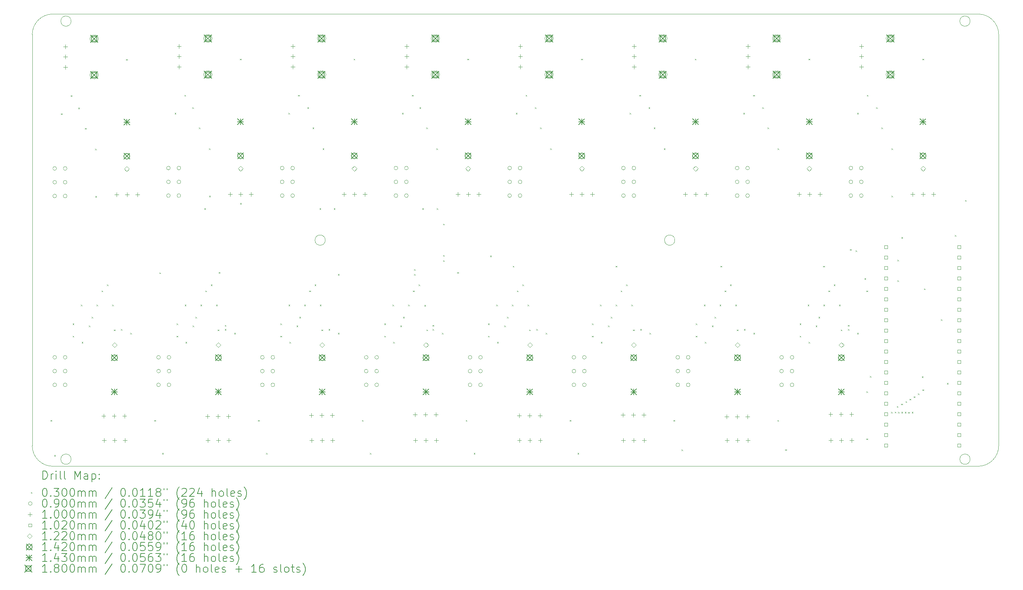
<source format=gbr>
%TF.GenerationSoftware,KiCad,Pcbnew,9.0.0*%
%TF.CreationDate,2025-06-12T15:22:15-04:00*%
%TF.ProjectId,Oblique Palette 0.5.1 PCB Main,4f626c69-7175-4652-9050-616c65747465,rev?*%
%TF.SameCoordinates,Original*%
%TF.FileFunction,Drillmap*%
%TF.FilePolarity,Positive*%
%FSLAX45Y45*%
G04 Gerber Fmt 4.5, Leading zero omitted, Abs format (unit mm)*
G04 Created by KiCad (PCBNEW 9.0.0) date 2025-06-12 15:22:15*
%MOMM*%
%LPD*%
G01*
G04 APERTURE LIST*
%ADD10C,0.050000*%
%ADD11C,0.200000*%
%ADD12C,0.100000*%
%ADD13C,0.102000*%
%ADD14C,0.122000*%
%ADD15C,0.142000*%
%ADD16C,0.143000*%
%ADD17C,0.180000*%
G04 APERTURE END LIST*
D10*
X25000000Y-12150000D02*
G75*
G02*
X24500000Y-12650000I-500000J0D01*
G01*
X24305000Y-1822000D02*
G75*
G02*
X24055000Y-1822000I-125000J0D01*
G01*
X24055000Y-1822000D02*
G75*
G02*
X24305000Y-1822000I125000J0D01*
G01*
X2445000Y-1822000D02*
G75*
G02*
X2195000Y-1822000I-125000J0D01*
G01*
X2195000Y-1822000D02*
G75*
G02*
X2445000Y-1822000I125000J0D01*
G01*
X2000000Y-12650000D02*
G75*
G02*
X1500000Y-12150000I0J500000D01*
G01*
X1500000Y-2150000D02*
G75*
G02*
X2000000Y-1650000I500000J0D01*
G01*
X8625000Y-7150000D02*
G75*
G02*
X8375000Y-7150000I-125000J0D01*
G01*
X8375000Y-7150000D02*
G75*
G02*
X8625000Y-7150000I125000J0D01*
G01*
X1500000Y-12150000D02*
X1500000Y-2150000D01*
X24500000Y-1650000D02*
G75*
G02*
X25000000Y-2150000I0J-500000D01*
G01*
X17125000Y-7150000D02*
G75*
G02*
X16875000Y-7150000I-125000J0D01*
G01*
X16875000Y-7150000D02*
G75*
G02*
X17125000Y-7150000I125000J0D01*
G01*
X24500000Y-1650000D02*
X2000000Y-1650000D01*
X25000000Y-12150000D02*
X25000000Y-2150000D01*
X2000000Y-12650000D02*
X24500000Y-12650000D01*
X24305000Y-12478000D02*
G75*
G02*
X24055000Y-12478000I-125000J0D01*
G01*
X24055000Y-12478000D02*
G75*
G02*
X24305000Y-12478000I125000J0D01*
G01*
X2445000Y-12478000D02*
G75*
G02*
X2195000Y-12478000I-125000J0D01*
G01*
X2195000Y-12478000D02*
G75*
G02*
X2445000Y-12478000I125000J0D01*
G01*
D11*
D12*
X1943750Y-11526000D02*
X1973750Y-11556000D01*
X1973750Y-11526000D02*
X1943750Y-11556000D01*
X2035000Y-12376000D02*
X2065000Y-12406000D01*
X2065000Y-12376000D02*
X2035000Y-12406000D01*
X2197464Y-4065084D02*
X2227464Y-4095084D01*
X2227464Y-4065084D02*
X2197464Y-4095084D01*
X2435000Y-3626000D02*
X2465000Y-3656000D01*
X2465000Y-3626000D02*
X2435000Y-3656000D01*
X2485000Y-9176000D02*
X2515000Y-9206000D01*
X2515000Y-9176000D02*
X2485000Y-9206000D01*
X2485000Y-9476000D02*
X2515000Y-9506000D01*
X2515000Y-9476000D02*
X2485000Y-9506000D01*
X2620000Y-3926000D02*
X2650000Y-3956000D01*
X2650000Y-3926000D02*
X2620000Y-3956000D01*
X2683000Y-8721000D02*
X2713000Y-8751000D01*
X2713000Y-8721000D02*
X2683000Y-8751000D01*
X2702500Y-9626000D02*
X2732500Y-9656000D01*
X2732500Y-9626000D02*
X2702500Y-9656000D01*
X2785000Y-4421000D02*
X2815000Y-4451000D01*
X2815000Y-4421000D02*
X2785000Y-4451000D01*
X2876250Y-9226000D02*
X2906250Y-9256000D01*
X2906250Y-9226000D02*
X2876250Y-9256000D01*
X2943750Y-9017250D02*
X2973750Y-9047250D01*
X2973750Y-9017250D02*
X2943750Y-9047250D01*
X3031715Y-4926000D02*
X3061715Y-4956000D01*
X3061715Y-4926000D02*
X3031715Y-4956000D01*
X3035000Y-6076000D02*
X3065000Y-6106000D01*
X3065000Y-6076000D02*
X3035000Y-6106000D01*
X3064000Y-8721000D02*
X3094000Y-8751000D01*
X3094000Y-8721000D02*
X3064000Y-8751000D01*
X3185000Y-8376000D02*
X3215000Y-8406000D01*
X3215000Y-8376000D02*
X3185000Y-8406000D01*
X3318000Y-8226000D02*
X3348000Y-8256000D01*
X3348000Y-8226000D02*
X3318000Y-8256000D01*
X3445000Y-8721000D02*
X3475000Y-8751000D01*
X3475000Y-8721000D02*
X3445000Y-8751000D01*
X3485000Y-9326000D02*
X3515000Y-9356000D01*
X3515000Y-9326000D02*
X3485000Y-9356000D01*
X3657500Y-9311000D02*
X3687500Y-9341000D01*
X3687500Y-9311000D02*
X3657500Y-9341000D01*
X3785000Y-2746000D02*
X3815000Y-2776000D01*
X3815000Y-2746000D02*
X3785000Y-2776000D01*
X3885000Y-9406000D02*
X3915000Y-9436000D01*
X3915000Y-9406000D02*
X3885000Y-9436000D01*
X4468750Y-11526000D02*
X4498750Y-11556000D01*
X4498750Y-11526000D02*
X4468750Y-11556000D01*
X4590368Y-7935900D02*
X4620368Y-7965900D01*
X4620368Y-7935900D02*
X4590368Y-7965900D01*
X4660000Y-12326000D02*
X4690000Y-12356000D01*
X4690000Y-12326000D02*
X4660000Y-12356000D01*
X4963164Y-4056084D02*
X4993164Y-4086084D01*
X4993164Y-4056084D02*
X4963164Y-4086084D01*
X5010000Y-9176000D02*
X5040000Y-9206000D01*
X5040000Y-9176000D02*
X5010000Y-9206000D01*
X5010000Y-9476000D02*
X5040000Y-9506000D01*
X5040000Y-9476000D02*
X5010000Y-9506000D01*
X5200700Y-3617000D02*
X5230700Y-3647000D01*
X5230700Y-3617000D02*
X5200700Y-3647000D01*
X5208000Y-8721000D02*
X5238000Y-8751000D01*
X5238000Y-8721000D02*
X5208000Y-8751000D01*
X5227500Y-9626000D02*
X5257500Y-9656000D01*
X5257500Y-9626000D02*
X5227500Y-9656000D01*
X5392880Y-3917000D02*
X5422880Y-3947000D01*
X5422880Y-3917000D02*
X5392880Y-3947000D01*
X5401250Y-9226000D02*
X5431250Y-9256000D01*
X5431250Y-9226000D02*
X5401250Y-9256000D01*
X5468750Y-9017250D02*
X5498750Y-9047250D01*
X5498750Y-9017250D02*
X5468750Y-9047250D01*
X5550700Y-4412000D02*
X5580700Y-4442000D01*
X5580700Y-4412000D02*
X5550700Y-4442000D01*
X5589000Y-8721000D02*
X5619000Y-8751000D01*
X5619000Y-8721000D02*
X5589000Y-8751000D01*
X5685000Y-6376000D02*
X5715000Y-6406000D01*
X5715000Y-6376000D02*
X5685000Y-6406000D01*
X5710000Y-8376000D02*
X5740000Y-8406000D01*
X5740000Y-8376000D02*
X5710000Y-8406000D01*
X5797415Y-4917000D02*
X5827415Y-4947000D01*
X5827415Y-4917000D02*
X5797415Y-4947000D01*
X5800700Y-6067000D02*
X5830700Y-6097000D01*
X5830700Y-6067000D02*
X5800700Y-6097000D01*
X5843000Y-8226000D02*
X5873000Y-8256000D01*
X5873000Y-8226000D02*
X5843000Y-8256000D01*
X5970000Y-8721000D02*
X6000000Y-8751000D01*
X6000000Y-8721000D02*
X5970000Y-8751000D01*
X6010000Y-9326000D02*
X6040000Y-9356000D01*
X6040000Y-9326000D02*
X6010000Y-9356000D01*
X6035000Y-7926000D02*
X6065000Y-7956000D01*
X6065000Y-7926000D02*
X6035000Y-7956000D01*
X6182500Y-9216000D02*
X6212500Y-9246000D01*
X6212500Y-9216000D02*
X6182500Y-9246000D01*
X6182500Y-9311000D02*
X6212500Y-9341000D01*
X6212500Y-9311000D02*
X6182500Y-9341000D01*
X6410000Y-9406000D02*
X6440000Y-9436000D01*
X6440000Y-9406000D02*
X6410000Y-9436000D01*
X6550700Y-2737000D02*
X6580700Y-2767000D01*
X6580700Y-2737000D02*
X6550700Y-2767000D01*
X6554700Y-6245700D02*
X6584700Y-6275700D01*
X6584700Y-6245700D02*
X6554700Y-6275700D01*
X6993750Y-11526000D02*
X7023750Y-11556000D01*
X7023750Y-11526000D02*
X6993750Y-11556000D01*
X7185000Y-12326000D02*
X7215000Y-12356000D01*
X7215000Y-12326000D02*
X7185000Y-12356000D01*
X7535000Y-9176000D02*
X7565000Y-9206000D01*
X7565000Y-9176000D02*
X7535000Y-9206000D01*
X7535000Y-9476000D02*
X7565000Y-9506000D01*
X7565000Y-9476000D02*
X7535000Y-9506000D01*
X7728864Y-4056084D02*
X7758864Y-4086084D01*
X7758864Y-4056084D02*
X7728864Y-4086084D01*
X7733000Y-8721000D02*
X7763000Y-8751000D01*
X7763000Y-8721000D02*
X7733000Y-8751000D01*
X7752500Y-9626000D02*
X7782500Y-9656000D01*
X7782500Y-9626000D02*
X7752500Y-9656000D01*
X7926250Y-9226000D02*
X7956250Y-9256000D01*
X7956250Y-9226000D02*
X7926250Y-9256000D01*
X7966400Y-3617000D02*
X7996400Y-3647000D01*
X7996400Y-3617000D02*
X7966400Y-3647000D01*
X7993750Y-9017250D02*
X8023750Y-9047250D01*
X8023750Y-9017250D02*
X7993750Y-9047250D01*
X8114000Y-8721000D02*
X8144000Y-8751000D01*
X8144000Y-8721000D02*
X8114000Y-8751000D01*
X8189400Y-3917000D02*
X8219400Y-3947000D01*
X8219400Y-3917000D02*
X8189400Y-3947000D01*
X8235000Y-8376000D02*
X8265000Y-8406000D01*
X8265000Y-8376000D02*
X8235000Y-8406000D01*
X8316400Y-4412000D02*
X8346400Y-4442000D01*
X8346400Y-4412000D02*
X8316400Y-4442000D01*
X8368000Y-8226000D02*
X8398000Y-8256000D01*
X8398000Y-8226000D02*
X8368000Y-8256000D01*
X8485000Y-6376000D02*
X8515000Y-6406000D01*
X8515000Y-6376000D02*
X8485000Y-6406000D01*
X8495000Y-8721000D02*
X8525000Y-8751000D01*
X8525000Y-8721000D02*
X8495000Y-8751000D01*
X8535000Y-9326000D02*
X8565000Y-9356000D01*
X8565000Y-9326000D02*
X8535000Y-9356000D01*
X8563116Y-4917000D02*
X8593116Y-4947000D01*
X8593116Y-4917000D02*
X8563116Y-4947000D01*
X8707500Y-9311000D02*
X8737500Y-9341000D01*
X8737500Y-9311000D02*
X8707500Y-9341000D01*
X8835000Y-6376000D02*
X8865000Y-6406000D01*
X8865000Y-6376000D02*
X8835000Y-6406000D01*
X8935000Y-7976000D02*
X8965000Y-8006000D01*
X8965000Y-7976000D02*
X8935000Y-8006000D01*
X8935000Y-9406000D02*
X8965000Y-9436000D01*
X8965000Y-9406000D02*
X8935000Y-9436000D01*
X9316400Y-2737000D02*
X9346400Y-2767000D01*
X9346400Y-2737000D02*
X9316400Y-2767000D01*
X9518750Y-11526000D02*
X9548750Y-11556000D01*
X9548750Y-11526000D02*
X9518750Y-11556000D01*
X9710000Y-12326000D02*
X9740000Y-12356000D01*
X9740000Y-12326000D02*
X9710000Y-12356000D01*
X10060000Y-9176000D02*
X10090000Y-9206000D01*
X10090000Y-9176000D02*
X10060000Y-9206000D01*
X10060000Y-9476000D02*
X10090000Y-9506000D01*
X10090000Y-9476000D02*
X10060000Y-9506000D01*
X10258000Y-8721000D02*
X10288000Y-8751000D01*
X10288000Y-8721000D02*
X10258000Y-8751000D01*
X10277500Y-9626000D02*
X10307500Y-9656000D01*
X10307500Y-9626000D02*
X10277500Y-9656000D01*
X10451250Y-9226000D02*
X10481250Y-9256000D01*
X10481250Y-9226000D02*
X10451250Y-9256000D01*
X10494564Y-4056084D02*
X10524564Y-4086084D01*
X10524564Y-4056084D02*
X10494564Y-4086084D01*
X10518750Y-9017250D02*
X10548750Y-9047250D01*
X10548750Y-9017250D02*
X10518750Y-9047250D01*
X10639000Y-8721000D02*
X10669000Y-8751000D01*
X10669000Y-8721000D02*
X10639000Y-8751000D01*
X10732100Y-3617000D02*
X10762100Y-3647000D01*
X10762100Y-3617000D02*
X10732100Y-3647000D01*
X10760000Y-8376000D02*
X10790000Y-8406000D01*
X10790000Y-8376000D02*
X10760000Y-8406000D01*
X10785000Y-7855900D02*
X10815000Y-7885900D01*
X10815000Y-7855900D02*
X10785000Y-7885900D01*
X10785000Y-7976000D02*
X10815000Y-8006000D01*
X10815000Y-7976000D02*
X10785000Y-8006000D01*
X10893000Y-8226000D02*
X10923000Y-8256000D01*
X10923000Y-8226000D02*
X10893000Y-8256000D01*
X10917817Y-3917000D02*
X10947817Y-3947000D01*
X10947817Y-3917000D02*
X10917817Y-3947000D01*
X10985000Y-6376000D02*
X11015000Y-6406000D01*
X11015000Y-6376000D02*
X10985000Y-6406000D01*
X11035000Y-8726000D02*
X11065000Y-8756000D01*
X11065000Y-8726000D02*
X11035000Y-8756000D01*
X11082100Y-4412000D02*
X11112100Y-4442000D01*
X11112100Y-4412000D02*
X11082100Y-4442000D01*
X11085000Y-9326000D02*
X11115000Y-9356000D01*
X11115000Y-9326000D02*
X11085000Y-9356000D01*
X11232500Y-9216000D02*
X11262500Y-9246000D01*
X11262500Y-9216000D02*
X11232500Y-9246000D01*
X11232500Y-9311000D02*
X11262500Y-9341000D01*
X11262500Y-9311000D02*
X11232500Y-9341000D01*
X11328815Y-4917000D02*
X11358815Y-4947000D01*
X11358815Y-4917000D02*
X11328815Y-4947000D01*
X11335000Y-6376000D02*
X11365000Y-6406000D01*
X11365000Y-6376000D02*
X11335000Y-6406000D01*
X11460000Y-9406000D02*
X11490000Y-9436000D01*
X11490000Y-9406000D02*
X11460000Y-9436000D01*
X11490000Y-6749000D02*
X11520000Y-6779000D01*
X11520000Y-6749000D02*
X11490000Y-6779000D01*
X11490000Y-7511000D02*
X11520000Y-7541000D01*
X11520000Y-7511000D02*
X11490000Y-7541000D01*
X11490000Y-7638000D02*
X11520000Y-7668000D01*
X11520000Y-7638000D02*
X11490000Y-7668000D01*
X11835000Y-7926000D02*
X11865000Y-7956000D01*
X11865000Y-7926000D02*
X11835000Y-7956000D01*
X12043750Y-11526000D02*
X12073750Y-11556000D01*
X12073750Y-11526000D02*
X12043750Y-11556000D01*
X12082100Y-2737000D02*
X12112100Y-2767000D01*
X12112100Y-2737000D02*
X12082100Y-2767000D01*
X12235000Y-12326000D02*
X12265000Y-12356000D01*
X12265000Y-12326000D02*
X12235000Y-12356000D01*
X12585000Y-9176000D02*
X12615000Y-9206000D01*
X12615000Y-9176000D02*
X12585000Y-9206000D01*
X12585000Y-9476000D02*
X12615000Y-9506000D01*
X12615000Y-9476000D02*
X12585000Y-9506000D01*
X12635000Y-7526000D02*
X12665000Y-7556000D01*
X12665000Y-7526000D02*
X12635000Y-7556000D01*
X12783000Y-8721000D02*
X12813000Y-8751000D01*
X12813000Y-8721000D02*
X12783000Y-8751000D01*
X12802500Y-9626000D02*
X12832500Y-9656000D01*
X12832500Y-9626000D02*
X12802500Y-9656000D01*
X12976250Y-9226000D02*
X13006250Y-9256000D01*
X13006250Y-9226000D02*
X12976250Y-9256000D01*
X13043750Y-9017250D02*
X13073750Y-9047250D01*
X13073750Y-9017250D02*
X13043750Y-9047250D01*
X13164000Y-8721000D02*
X13194000Y-8751000D01*
X13194000Y-8721000D02*
X13164000Y-8751000D01*
X13185000Y-7776000D02*
X13215000Y-7806000D01*
X13215000Y-7776000D02*
X13185000Y-7806000D01*
X13260264Y-4056084D02*
X13290264Y-4086084D01*
X13290264Y-4056084D02*
X13260264Y-4086084D01*
X13285000Y-8376000D02*
X13315000Y-8406000D01*
X13315000Y-8376000D02*
X13285000Y-8406000D01*
X13418000Y-8226000D02*
X13448000Y-8256000D01*
X13448000Y-8226000D02*
X13418000Y-8256000D01*
X13497800Y-3617000D02*
X13527800Y-3647000D01*
X13527800Y-3617000D02*
X13497800Y-3647000D01*
X13545000Y-8721000D02*
X13575000Y-8751000D01*
X13575000Y-8721000D02*
X13545000Y-8751000D01*
X13585000Y-9326000D02*
X13615000Y-9356000D01*
X13615000Y-9326000D02*
X13585000Y-9356000D01*
X13720800Y-3917000D02*
X13750800Y-3947000D01*
X13750800Y-3917000D02*
X13720800Y-3947000D01*
X13757500Y-9311000D02*
X13787500Y-9341000D01*
X13787500Y-9311000D02*
X13757500Y-9341000D01*
X13847800Y-4412000D02*
X13877800Y-4442000D01*
X13877800Y-4412000D02*
X13847800Y-4442000D01*
X13985000Y-9406000D02*
X14015000Y-9436000D01*
X14015000Y-9406000D02*
X13985000Y-9436000D01*
X14094515Y-4917000D02*
X14124515Y-4947000D01*
X14124515Y-4917000D02*
X14094515Y-4947000D01*
X14568750Y-11526000D02*
X14598750Y-11556000D01*
X14598750Y-11526000D02*
X14568750Y-11556000D01*
X14760000Y-12326000D02*
X14790000Y-12356000D01*
X14790000Y-12326000D02*
X14760000Y-12356000D01*
X14847800Y-2737000D02*
X14877800Y-2767000D01*
X14877800Y-2737000D02*
X14847800Y-2767000D01*
X15110000Y-9176000D02*
X15140000Y-9206000D01*
X15140000Y-9176000D02*
X15110000Y-9206000D01*
X15110000Y-9476000D02*
X15140000Y-9506000D01*
X15140000Y-9476000D02*
X15110000Y-9506000D01*
X15308000Y-8721000D02*
X15338000Y-8751000D01*
X15338000Y-8721000D02*
X15308000Y-8751000D01*
X15327500Y-9626000D02*
X15357500Y-9656000D01*
X15357500Y-9626000D02*
X15327500Y-9656000D01*
X15501250Y-9226000D02*
X15531250Y-9256000D01*
X15531250Y-9226000D02*
X15501250Y-9256000D01*
X15568750Y-9017250D02*
X15598750Y-9047250D01*
X15598750Y-9017250D02*
X15568750Y-9047250D01*
X15685000Y-7776000D02*
X15715000Y-7806000D01*
X15715000Y-7776000D02*
X15685000Y-7806000D01*
X15689000Y-8721000D02*
X15719000Y-8751000D01*
X15719000Y-8721000D02*
X15689000Y-8751000D01*
X15810000Y-8376000D02*
X15840000Y-8406000D01*
X15840000Y-8376000D02*
X15810000Y-8406000D01*
X15943000Y-8226000D02*
X15973000Y-8256000D01*
X15973000Y-8226000D02*
X15943000Y-8256000D01*
X16025964Y-4056084D02*
X16055964Y-4086084D01*
X16055964Y-4056084D02*
X16025964Y-4086084D01*
X16070000Y-8721000D02*
X16100000Y-8751000D01*
X16100000Y-8721000D02*
X16070000Y-8751000D01*
X16110000Y-9326000D02*
X16140000Y-9356000D01*
X16140000Y-9326000D02*
X16110000Y-9356000D01*
X16263500Y-3617000D02*
X16293500Y-3647000D01*
X16293500Y-3617000D02*
X16263500Y-3647000D01*
X16282500Y-9311000D02*
X16312500Y-9341000D01*
X16312500Y-9311000D02*
X16282500Y-9341000D01*
X16486500Y-3917000D02*
X16516500Y-3947000D01*
X16516500Y-3917000D02*
X16486500Y-3947000D01*
X16510000Y-9406000D02*
X16540000Y-9436000D01*
X16540000Y-9406000D02*
X16510000Y-9436000D01*
X16613500Y-4412000D02*
X16643500Y-4442000D01*
X16643500Y-4412000D02*
X16613500Y-4442000D01*
X16860216Y-4917000D02*
X16890216Y-4947000D01*
X16890216Y-4917000D02*
X16860216Y-4947000D01*
X17093750Y-11526000D02*
X17123750Y-11556000D01*
X17123750Y-11526000D02*
X17093750Y-11556000D01*
X17285000Y-12239500D02*
X17315000Y-12269500D01*
X17315000Y-12239500D02*
X17285000Y-12269500D01*
X17613500Y-2737000D02*
X17643500Y-2767000D01*
X17643500Y-2737000D02*
X17613500Y-2767000D01*
X17635000Y-9176000D02*
X17665000Y-9206000D01*
X17665000Y-9176000D02*
X17635000Y-9206000D01*
X17635000Y-9476000D02*
X17665000Y-9506000D01*
X17665000Y-9476000D02*
X17635000Y-9506000D01*
X17833000Y-8721000D02*
X17863000Y-8751000D01*
X17863000Y-8721000D02*
X17833000Y-8751000D01*
X17852500Y-9626000D02*
X17882500Y-9656000D01*
X17882500Y-9626000D02*
X17852500Y-9656000D01*
X18026250Y-9226000D02*
X18056250Y-9256000D01*
X18056250Y-9226000D02*
X18026250Y-9256000D01*
X18093750Y-9017250D02*
X18123750Y-9047250D01*
X18123750Y-9017250D02*
X18093750Y-9047250D01*
X18214000Y-8721000D02*
X18244000Y-8751000D01*
X18244000Y-8721000D02*
X18214000Y-8751000D01*
X18235000Y-7776000D02*
X18265000Y-7806000D01*
X18265000Y-7776000D02*
X18235000Y-7806000D01*
X18335000Y-8376000D02*
X18365000Y-8406000D01*
X18365000Y-8376000D02*
X18335000Y-8406000D01*
X18468000Y-8226000D02*
X18498000Y-8256000D01*
X18498000Y-8226000D02*
X18468000Y-8256000D01*
X18595000Y-8721000D02*
X18625000Y-8751000D01*
X18625000Y-8721000D02*
X18595000Y-8751000D01*
X18635000Y-9326000D02*
X18665000Y-9356000D01*
X18665000Y-9326000D02*
X18635000Y-9356000D01*
X18791664Y-4056084D02*
X18821664Y-4086084D01*
X18821664Y-4056084D02*
X18791664Y-4086084D01*
X18807500Y-9311000D02*
X18837500Y-9341000D01*
X18837500Y-9311000D02*
X18807500Y-9341000D01*
X19029200Y-3617000D02*
X19059200Y-3647000D01*
X19059200Y-3617000D02*
X19029200Y-3647000D01*
X19035000Y-9406000D02*
X19065000Y-9436000D01*
X19065000Y-9406000D02*
X19035000Y-9436000D01*
X19252200Y-3917000D02*
X19282200Y-3947000D01*
X19282200Y-3917000D02*
X19252200Y-3947000D01*
X19379200Y-4412000D02*
X19409200Y-4442000D01*
X19409200Y-4412000D02*
X19379200Y-4442000D01*
X19618750Y-11526000D02*
X19648750Y-11556000D01*
X19648750Y-11526000D02*
X19618750Y-11556000D01*
X19625916Y-4917000D02*
X19655916Y-4947000D01*
X19655916Y-4917000D02*
X19625916Y-4947000D01*
X19810000Y-12236000D02*
X19840000Y-12266000D01*
X19840000Y-12236000D02*
X19810000Y-12266000D01*
X20160000Y-9176000D02*
X20190000Y-9206000D01*
X20190000Y-9176000D02*
X20160000Y-9206000D01*
X20160000Y-9476000D02*
X20190000Y-9506000D01*
X20190000Y-9476000D02*
X20160000Y-9506000D01*
X20358000Y-8721000D02*
X20388000Y-8751000D01*
X20388000Y-8721000D02*
X20358000Y-8751000D01*
X20377500Y-9626000D02*
X20407500Y-9656000D01*
X20407500Y-9626000D02*
X20377500Y-9656000D01*
X20379200Y-2737000D02*
X20409200Y-2767000D01*
X20409200Y-2737000D02*
X20379200Y-2767000D01*
X20551250Y-9226000D02*
X20581250Y-9256000D01*
X20581250Y-9226000D02*
X20551250Y-9256000D01*
X20618750Y-9017250D02*
X20648750Y-9047250D01*
X20648750Y-9017250D02*
X20618750Y-9047250D01*
X20735000Y-7776000D02*
X20765000Y-7806000D01*
X20765000Y-7776000D02*
X20735000Y-7806000D01*
X20739000Y-8721000D02*
X20769000Y-8751000D01*
X20769000Y-8721000D02*
X20739000Y-8751000D01*
X20860000Y-8376000D02*
X20890000Y-8406000D01*
X20890000Y-8376000D02*
X20860000Y-8406000D01*
X20993000Y-8226000D02*
X21023000Y-8256000D01*
X21023000Y-8226000D02*
X20993000Y-8256000D01*
X21120000Y-8721000D02*
X21150000Y-8751000D01*
X21150000Y-8721000D02*
X21120000Y-8751000D01*
X21160000Y-9326000D02*
X21190000Y-9356000D01*
X21190000Y-9326000D02*
X21160000Y-9356000D01*
X21332500Y-9216000D02*
X21362500Y-9246000D01*
X21362500Y-9216000D02*
X21332500Y-9246000D01*
X21332500Y-9311000D02*
X21362500Y-9341000D01*
X21362500Y-9311000D02*
X21332500Y-9341000D01*
X21385000Y-7369460D02*
X21415000Y-7399460D01*
X21415000Y-7369460D02*
X21385000Y-7399460D01*
X21522574Y-7398426D02*
X21552574Y-7428426D01*
X21552574Y-7398426D02*
X21522574Y-7428426D01*
X21557364Y-4056084D02*
X21587364Y-4086084D01*
X21587364Y-4056084D02*
X21557364Y-4086084D01*
X21560000Y-9406000D02*
X21590000Y-9436000D01*
X21590000Y-9406000D02*
X21560000Y-9436000D01*
X21735000Y-8076000D02*
X21765000Y-8106000D01*
X21765000Y-8076000D02*
X21735000Y-8106000D01*
X21784900Y-8376000D02*
X21814900Y-8406000D01*
X21814900Y-8376000D02*
X21784900Y-8406000D01*
X21785000Y-10826000D02*
X21815000Y-10856000D01*
X21815000Y-10826000D02*
X21785000Y-10856000D01*
X21785000Y-11976000D02*
X21815000Y-12006000D01*
X21815000Y-11976000D02*
X21785000Y-12006000D01*
X21794900Y-3617000D02*
X21824900Y-3647000D01*
X21824900Y-3617000D02*
X21794900Y-3647000D01*
X21869024Y-10457124D02*
X21899024Y-10487124D01*
X21899024Y-10457124D02*
X21869024Y-10487124D01*
X22017900Y-3917000D02*
X22047900Y-3947000D01*
X22047900Y-3917000D02*
X22017900Y-3947000D01*
X22144900Y-4412000D02*
X22174900Y-4442000D01*
X22174900Y-4412000D02*
X22144900Y-4442000D01*
X22385000Y-11326000D02*
X22415000Y-11356000D01*
X22415000Y-11326000D02*
X22385000Y-11356000D01*
X22391615Y-4917000D02*
X22421615Y-4947000D01*
X22421615Y-4917000D02*
X22391615Y-4947000D01*
X22394900Y-6067000D02*
X22424900Y-6097000D01*
X22424900Y-6067000D02*
X22394900Y-6097000D01*
X22471420Y-11324433D02*
X22501420Y-11354433D01*
X22501420Y-11324433D02*
X22471420Y-11354433D01*
X22522100Y-11188900D02*
X22552100Y-11218900D01*
X22552100Y-11188900D02*
X22522100Y-11218900D01*
X22535000Y-7626000D02*
X22565000Y-7656000D01*
X22565000Y-7626000D02*
X22535000Y-7656000D01*
X22535000Y-8126000D02*
X22565000Y-8156000D01*
X22565000Y-8126000D02*
X22535000Y-8156000D01*
X22555001Y-11325705D02*
X22585001Y-11355705D01*
X22585001Y-11325705D02*
X22555001Y-11355705D01*
X22630000Y-11128900D02*
X22660000Y-11158900D01*
X22660000Y-11128900D02*
X22630000Y-11158900D01*
X22635000Y-7076000D02*
X22665000Y-7106000D01*
X22665000Y-7076000D02*
X22635000Y-7106000D01*
X22635000Y-11326000D02*
X22665000Y-11356000D01*
X22665000Y-11326000D02*
X22635000Y-11356000D01*
X22717427Y-11328426D02*
X22747427Y-11358426D01*
X22747427Y-11328426D02*
X22717427Y-11358426D01*
X22735100Y-11068900D02*
X22765100Y-11098900D01*
X22765100Y-11068900D02*
X22735100Y-11098900D01*
X22801263Y-11329443D02*
X22831263Y-11359443D01*
X22831263Y-11329443D02*
X22801263Y-11359443D01*
X22835000Y-11008900D02*
X22865000Y-11038900D01*
X22865000Y-11008900D02*
X22835000Y-11038900D01*
X22887279Y-11328279D02*
X22917279Y-11358279D01*
X22917279Y-11328279D02*
X22887279Y-11358279D01*
X22935000Y-10948900D02*
X22965000Y-10978900D01*
X22965000Y-10948900D02*
X22935000Y-10978900D01*
X23035000Y-10876000D02*
X23065000Y-10906000D01*
X23065000Y-10876000D02*
X23035000Y-10906000D01*
X23135000Y-10463100D02*
X23165000Y-10493100D01*
X23165000Y-10463100D02*
X23135000Y-10493100D01*
X23144900Y-2737000D02*
X23174900Y-2767000D01*
X23174900Y-2737000D02*
X23144900Y-2767000D01*
X23147722Y-10781713D02*
X23177722Y-10811713D01*
X23177722Y-10781713D02*
X23147722Y-10811713D01*
X23185000Y-8326000D02*
X23215000Y-8356000D01*
X23215000Y-8326000D02*
X23185000Y-8356000D01*
X23594635Y-9076000D02*
X23624635Y-9106000D01*
X23624635Y-9076000D02*
X23594635Y-9106000D01*
X23745000Y-10626000D02*
X23775000Y-10656000D01*
X23775000Y-10626000D02*
X23745000Y-10656000D01*
X23935000Y-7026000D02*
X23965000Y-7056000D01*
X23965000Y-7026000D02*
X23935000Y-7056000D01*
X24185000Y-6176000D02*
X24215000Y-6206000D01*
X24215000Y-6176000D02*
X24185000Y-6206000D01*
X2091000Y-5406000D02*
G75*
G02*
X2001000Y-5406000I-45000J0D01*
G01*
X2001000Y-5406000D02*
G75*
G02*
X2091000Y-5406000I45000J0D01*
G01*
X2091000Y-5741000D02*
G75*
G02*
X2001000Y-5741000I-45000J0D01*
G01*
X2001000Y-5741000D02*
G75*
G02*
X2091000Y-5741000I45000J0D01*
G01*
X2091000Y-6076000D02*
G75*
G02*
X2001000Y-6076000I-45000J0D01*
G01*
X2001000Y-6076000D02*
G75*
G02*
X2091000Y-6076000I45000J0D01*
G01*
X2091000Y-10000000D02*
G75*
G02*
X2001000Y-10000000I-45000J0D01*
G01*
X2001000Y-10000000D02*
G75*
G02*
X2091000Y-10000000I45000J0D01*
G01*
X2091000Y-10335000D02*
G75*
G02*
X2001000Y-10335000I-45000J0D01*
G01*
X2001000Y-10335000D02*
G75*
G02*
X2091000Y-10335000I45000J0D01*
G01*
X2091000Y-10670000D02*
G75*
G02*
X2001000Y-10670000I-45000J0D01*
G01*
X2001000Y-10670000D02*
G75*
G02*
X2091000Y-10670000I45000J0D01*
G01*
X2345000Y-5406000D02*
G75*
G02*
X2255000Y-5406000I-45000J0D01*
G01*
X2255000Y-5406000D02*
G75*
G02*
X2345000Y-5406000I45000J0D01*
G01*
X2345000Y-5741000D02*
G75*
G02*
X2255000Y-5741000I-45000J0D01*
G01*
X2255000Y-5741000D02*
G75*
G02*
X2345000Y-5741000I45000J0D01*
G01*
X2345000Y-6076000D02*
G75*
G02*
X2255000Y-6076000I-45000J0D01*
G01*
X2255000Y-6076000D02*
G75*
G02*
X2345000Y-6076000I45000J0D01*
G01*
X2345000Y-10000000D02*
G75*
G02*
X2255000Y-10000000I-45000J0D01*
G01*
X2255000Y-10000000D02*
G75*
G02*
X2345000Y-10000000I45000J0D01*
G01*
X2345000Y-10335000D02*
G75*
G02*
X2255000Y-10335000I-45000J0D01*
G01*
X2255000Y-10335000D02*
G75*
G02*
X2345000Y-10335000I45000J0D01*
G01*
X2345000Y-10670000D02*
G75*
G02*
X2255000Y-10670000I-45000J0D01*
G01*
X2255000Y-10670000D02*
G75*
G02*
X2345000Y-10670000I45000J0D01*
G01*
X4616000Y-10000000D02*
G75*
G02*
X4526000Y-10000000I-45000J0D01*
G01*
X4526000Y-10000000D02*
G75*
G02*
X4616000Y-10000000I45000J0D01*
G01*
X4616000Y-10335000D02*
G75*
G02*
X4526000Y-10335000I-45000J0D01*
G01*
X4526000Y-10335000D02*
G75*
G02*
X4616000Y-10335000I45000J0D01*
G01*
X4616000Y-10670000D02*
G75*
G02*
X4526000Y-10670000I-45000J0D01*
G01*
X4526000Y-10670000D02*
G75*
G02*
X4616000Y-10670000I45000J0D01*
G01*
X4856700Y-5397000D02*
G75*
G02*
X4766700Y-5397000I-45000J0D01*
G01*
X4766700Y-5397000D02*
G75*
G02*
X4856700Y-5397000I45000J0D01*
G01*
X4856700Y-5732000D02*
G75*
G02*
X4766700Y-5732000I-45000J0D01*
G01*
X4766700Y-5732000D02*
G75*
G02*
X4856700Y-5732000I45000J0D01*
G01*
X4856700Y-6067000D02*
G75*
G02*
X4766700Y-6067000I-45000J0D01*
G01*
X4766700Y-6067000D02*
G75*
G02*
X4856700Y-6067000I45000J0D01*
G01*
X4870000Y-10000000D02*
G75*
G02*
X4780000Y-10000000I-45000J0D01*
G01*
X4780000Y-10000000D02*
G75*
G02*
X4870000Y-10000000I45000J0D01*
G01*
X4870000Y-10335000D02*
G75*
G02*
X4780000Y-10335000I-45000J0D01*
G01*
X4780000Y-10335000D02*
G75*
G02*
X4870000Y-10335000I45000J0D01*
G01*
X4870000Y-10670000D02*
G75*
G02*
X4780000Y-10670000I-45000J0D01*
G01*
X4780000Y-10670000D02*
G75*
G02*
X4870000Y-10670000I45000J0D01*
G01*
X5110700Y-5397000D02*
G75*
G02*
X5020700Y-5397000I-45000J0D01*
G01*
X5020700Y-5397000D02*
G75*
G02*
X5110700Y-5397000I45000J0D01*
G01*
X5110700Y-5732000D02*
G75*
G02*
X5020700Y-5732000I-45000J0D01*
G01*
X5020700Y-5732000D02*
G75*
G02*
X5110700Y-5732000I45000J0D01*
G01*
X5110700Y-6067000D02*
G75*
G02*
X5020700Y-6067000I-45000J0D01*
G01*
X5020700Y-6067000D02*
G75*
G02*
X5110700Y-6067000I45000J0D01*
G01*
X7141000Y-10000000D02*
G75*
G02*
X7051000Y-10000000I-45000J0D01*
G01*
X7051000Y-10000000D02*
G75*
G02*
X7141000Y-10000000I45000J0D01*
G01*
X7141000Y-10335000D02*
G75*
G02*
X7051000Y-10335000I-45000J0D01*
G01*
X7051000Y-10335000D02*
G75*
G02*
X7141000Y-10335000I45000J0D01*
G01*
X7141000Y-10670000D02*
G75*
G02*
X7051000Y-10670000I-45000J0D01*
G01*
X7051000Y-10670000D02*
G75*
G02*
X7141000Y-10670000I45000J0D01*
G01*
X7395000Y-10000000D02*
G75*
G02*
X7305000Y-10000000I-45000J0D01*
G01*
X7305000Y-10000000D02*
G75*
G02*
X7395000Y-10000000I45000J0D01*
G01*
X7395000Y-10335000D02*
G75*
G02*
X7305000Y-10335000I-45000J0D01*
G01*
X7305000Y-10335000D02*
G75*
G02*
X7395000Y-10335000I45000J0D01*
G01*
X7395000Y-10670000D02*
G75*
G02*
X7305000Y-10670000I-45000J0D01*
G01*
X7305000Y-10670000D02*
G75*
G02*
X7395000Y-10670000I45000J0D01*
G01*
X7622400Y-5397000D02*
G75*
G02*
X7532400Y-5397000I-45000J0D01*
G01*
X7532400Y-5397000D02*
G75*
G02*
X7622400Y-5397000I45000J0D01*
G01*
X7622400Y-5732000D02*
G75*
G02*
X7532400Y-5732000I-45000J0D01*
G01*
X7532400Y-5732000D02*
G75*
G02*
X7622400Y-5732000I45000J0D01*
G01*
X7622400Y-6067000D02*
G75*
G02*
X7532400Y-6067000I-45000J0D01*
G01*
X7532400Y-6067000D02*
G75*
G02*
X7622400Y-6067000I45000J0D01*
G01*
X7876400Y-5397000D02*
G75*
G02*
X7786400Y-5397000I-45000J0D01*
G01*
X7786400Y-5397000D02*
G75*
G02*
X7876400Y-5397000I45000J0D01*
G01*
X7876400Y-5732000D02*
G75*
G02*
X7786400Y-5732000I-45000J0D01*
G01*
X7786400Y-5732000D02*
G75*
G02*
X7876400Y-5732000I45000J0D01*
G01*
X7876400Y-6067000D02*
G75*
G02*
X7786400Y-6067000I-45000J0D01*
G01*
X7786400Y-6067000D02*
G75*
G02*
X7876400Y-6067000I45000J0D01*
G01*
X9666000Y-10000000D02*
G75*
G02*
X9576000Y-10000000I-45000J0D01*
G01*
X9576000Y-10000000D02*
G75*
G02*
X9666000Y-10000000I45000J0D01*
G01*
X9666000Y-10335000D02*
G75*
G02*
X9576000Y-10335000I-45000J0D01*
G01*
X9576000Y-10335000D02*
G75*
G02*
X9666000Y-10335000I45000J0D01*
G01*
X9666000Y-10670000D02*
G75*
G02*
X9576000Y-10670000I-45000J0D01*
G01*
X9576000Y-10670000D02*
G75*
G02*
X9666000Y-10670000I45000J0D01*
G01*
X9920000Y-10000000D02*
G75*
G02*
X9830000Y-10000000I-45000J0D01*
G01*
X9830000Y-10000000D02*
G75*
G02*
X9920000Y-10000000I45000J0D01*
G01*
X9920000Y-10335000D02*
G75*
G02*
X9830000Y-10335000I-45000J0D01*
G01*
X9830000Y-10335000D02*
G75*
G02*
X9920000Y-10335000I45000J0D01*
G01*
X9920000Y-10670000D02*
G75*
G02*
X9830000Y-10670000I-45000J0D01*
G01*
X9830000Y-10670000D02*
G75*
G02*
X9920000Y-10670000I45000J0D01*
G01*
X10388100Y-5397000D02*
G75*
G02*
X10298100Y-5397000I-45000J0D01*
G01*
X10298100Y-5397000D02*
G75*
G02*
X10388100Y-5397000I45000J0D01*
G01*
X10388100Y-5732000D02*
G75*
G02*
X10298100Y-5732000I-45000J0D01*
G01*
X10298100Y-5732000D02*
G75*
G02*
X10388100Y-5732000I45000J0D01*
G01*
X10388100Y-6067000D02*
G75*
G02*
X10298100Y-6067000I-45000J0D01*
G01*
X10298100Y-6067000D02*
G75*
G02*
X10388100Y-6067000I45000J0D01*
G01*
X10642100Y-5397000D02*
G75*
G02*
X10552100Y-5397000I-45000J0D01*
G01*
X10552100Y-5397000D02*
G75*
G02*
X10642100Y-5397000I45000J0D01*
G01*
X10642100Y-5732000D02*
G75*
G02*
X10552100Y-5732000I-45000J0D01*
G01*
X10552100Y-5732000D02*
G75*
G02*
X10642100Y-5732000I45000J0D01*
G01*
X10642100Y-6067000D02*
G75*
G02*
X10552100Y-6067000I-45000J0D01*
G01*
X10552100Y-6067000D02*
G75*
G02*
X10642100Y-6067000I45000J0D01*
G01*
X12191000Y-10000000D02*
G75*
G02*
X12101000Y-10000000I-45000J0D01*
G01*
X12101000Y-10000000D02*
G75*
G02*
X12191000Y-10000000I45000J0D01*
G01*
X12191000Y-10335000D02*
G75*
G02*
X12101000Y-10335000I-45000J0D01*
G01*
X12101000Y-10335000D02*
G75*
G02*
X12191000Y-10335000I45000J0D01*
G01*
X12191000Y-10670000D02*
G75*
G02*
X12101000Y-10670000I-45000J0D01*
G01*
X12101000Y-10670000D02*
G75*
G02*
X12191000Y-10670000I45000J0D01*
G01*
X12445000Y-10000000D02*
G75*
G02*
X12355000Y-10000000I-45000J0D01*
G01*
X12355000Y-10000000D02*
G75*
G02*
X12445000Y-10000000I45000J0D01*
G01*
X12445000Y-10335000D02*
G75*
G02*
X12355000Y-10335000I-45000J0D01*
G01*
X12355000Y-10335000D02*
G75*
G02*
X12445000Y-10335000I45000J0D01*
G01*
X12445000Y-10670000D02*
G75*
G02*
X12355000Y-10670000I-45000J0D01*
G01*
X12355000Y-10670000D02*
G75*
G02*
X12445000Y-10670000I45000J0D01*
G01*
X13153800Y-5397000D02*
G75*
G02*
X13063800Y-5397000I-45000J0D01*
G01*
X13063800Y-5397000D02*
G75*
G02*
X13153800Y-5397000I45000J0D01*
G01*
X13153800Y-5732000D02*
G75*
G02*
X13063800Y-5732000I-45000J0D01*
G01*
X13063800Y-5732000D02*
G75*
G02*
X13153800Y-5732000I45000J0D01*
G01*
X13153800Y-6067000D02*
G75*
G02*
X13063800Y-6067000I-45000J0D01*
G01*
X13063800Y-6067000D02*
G75*
G02*
X13153800Y-6067000I45000J0D01*
G01*
X13407800Y-5397000D02*
G75*
G02*
X13317800Y-5397000I-45000J0D01*
G01*
X13317800Y-5397000D02*
G75*
G02*
X13407800Y-5397000I45000J0D01*
G01*
X13407800Y-5732000D02*
G75*
G02*
X13317800Y-5732000I-45000J0D01*
G01*
X13317800Y-5732000D02*
G75*
G02*
X13407800Y-5732000I45000J0D01*
G01*
X13407800Y-6067000D02*
G75*
G02*
X13317800Y-6067000I-45000J0D01*
G01*
X13317800Y-6067000D02*
G75*
G02*
X13407800Y-6067000I45000J0D01*
G01*
X14716000Y-10000000D02*
G75*
G02*
X14626000Y-10000000I-45000J0D01*
G01*
X14626000Y-10000000D02*
G75*
G02*
X14716000Y-10000000I45000J0D01*
G01*
X14716000Y-10335000D02*
G75*
G02*
X14626000Y-10335000I-45000J0D01*
G01*
X14626000Y-10335000D02*
G75*
G02*
X14716000Y-10335000I45000J0D01*
G01*
X14716000Y-10670000D02*
G75*
G02*
X14626000Y-10670000I-45000J0D01*
G01*
X14626000Y-10670000D02*
G75*
G02*
X14716000Y-10670000I45000J0D01*
G01*
X14970000Y-10000000D02*
G75*
G02*
X14880000Y-10000000I-45000J0D01*
G01*
X14880000Y-10000000D02*
G75*
G02*
X14970000Y-10000000I45000J0D01*
G01*
X14970000Y-10335000D02*
G75*
G02*
X14880000Y-10335000I-45000J0D01*
G01*
X14880000Y-10335000D02*
G75*
G02*
X14970000Y-10335000I45000J0D01*
G01*
X14970000Y-10670000D02*
G75*
G02*
X14880000Y-10670000I-45000J0D01*
G01*
X14880000Y-10670000D02*
G75*
G02*
X14970000Y-10670000I45000J0D01*
G01*
X15919500Y-5397000D02*
G75*
G02*
X15829500Y-5397000I-45000J0D01*
G01*
X15829500Y-5397000D02*
G75*
G02*
X15919500Y-5397000I45000J0D01*
G01*
X15919500Y-5732000D02*
G75*
G02*
X15829500Y-5732000I-45000J0D01*
G01*
X15829500Y-5732000D02*
G75*
G02*
X15919500Y-5732000I45000J0D01*
G01*
X15919500Y-6067000D02*
G75*
G02*
X15829500Y-6067000I-45000J0D01*
G01*
X15829500Y-6067000D02*
G75*
G02*
X15919500Y-6067000I45000J0D01*
G01*
X16173500Y-5397000D02*
G75*
G02*
X16083500Y-5397000I-45000J0D01*
G01*
X16083500Y-5397000D02*
G75*
G02*
X16173500Y-5397000I45000J0D01*
G01*
X16173500Y-5732000D02*
G75*
G02*
X16083500Y-5732000I-45000J0D01*
G01*
X16083500Y-5732000D02*
G75*
G02*
X16173500Y-5732000I45000J0D01*
G01*
X16173500Y-6067000D02*
G75*
G02*
X16083500Y-6067000I-45000J0D01*
G01*
X16083500Y-6067000D02*
G75*
G02*
X16173500Y-6067000I45000J0D01*
G01*
X17241000Y-10000000D02*
G75*
G02*
X17151000Y-10000000I-45000J0D01*
G01*
X17151000Y-10000000D02*
G75*
G02*
X17241000Y-10000000I45000J0D01*
G01*
X17241000Y-10335000D02*
G75*
G02*
X17151000Y-10335000I-45000J0D01*
G01*
X17151000Y-10335000D02*
G75*
G02*
X17241000Y-10335000I45000J0D01*
G01*
X17241000Y-10670000D02*
G75*
G02*
X17151000Y-10670000I-45000J0D01*
G01*
X17151000Y-10670000D02*
G75*
G02*
X17241000Y-10670000I45000J0D01*
G01*
X17495000Y-10000000D02*
G75*
G02*
X17405000Y-10000000I-45000J0D01*
G01*
X17405000Y-10000000D02*
G75*
G02*
X17495000Y-10000000I45000J0D01*
G01*
X17495000Y-10335000D02*
G75*
G02*
X17405000Y-10335000I-45000J0D01*
G01*
X17405000Y-10335000D02*
G75*
G02*
X17495000Y-10335000I45000J0D01*
G01*
X17495000Y-10670000D02*
G75*
G02*
X17405000Y-10670000I-45000J0D01*
G01*
X17405000Y-10670000D02*
G75*
G02*
X17495000Y-10670000I45000J0D01*
G01*
X18685200Y-5397000D02*
G75*
G02*
X18595200Y-5397000I-45000J0D01*
G01*
X18595200Y-5397000D02*
G75*
G02*
X18685200Y-5397000I45000J0D01*
G01*
X18685200Y-5732000D02*
G75*
G02*
X18595200Y-5732000I-45000J0D01*
G01*
X18595200Y-5732000D02*
G75*
G02*
X18685200Y-5732000I45000J0D01*
G01*
X18685200Y-6067000D02*
G75*
G02*
X18595200Y-6067000I-45000J0D01*
G01*
X18595200Y-6067000D02*
G75*
G02*
X18685200Y-6067000I45000J0D01*
G01*
X18939200Y-5397000D02*
G75*
G02*
X18849200Y-5397000I-45000J0D01*
G01*
X18849200Y-5397000D02*
G75*
G02*
X18939200Y-5397000I45000J0D01*
G01*
X18939200Y-5732000D02*
G75*
G02*
X18849200Y-5732000I-45000J0D01*
G01*
X18849200Y-5732000D02*
G75*
G02*
X18939200Y-5732000I45000J0D01*
G01*
X18939200Y-6067000D02*
G75*
G02*
X18849200Y-6067000I-45000J0D01*
G01*
X18849200Y-6067000D02*
G75*
G02*
X18939200Y-6067000I45000J0D01*
G01*
X19766000Y-10000000D02*
G75*
G02*
X19676000Y-10000000I-45000J0D01*
G01*
X19676000Y-10000000D02*
G75*
G02*
X19766000Y-10000000I45000J0D01*
G01*
X19766000Y-10335000D02*
G75*
G02*
X19676000Y-10335000I-45000J0D01*
G01*
X19676000Y-10335000D02*
G75*
G02*
X19766000Y-10335000I45000J0D01*
G01*
X19766000Y-10670000D02*
G75*
G02*
X19676000Y-10670000I-45000J0D01*
G01*
X19676000Y-10670000D02*
G75*
G02*
X19766000Y-10670000I45000J0D01*
G01*
X20020000Y-10000000D02*
G75*
G02*
X19930000Y-10000000I-45000J0D01*
G01*
X19930000Y-10000000D02*
G75*
G02*
X20020000Y-10000000I45000J0D01*
G01*
X20020000Y-10335000D02*
G75*
G02*
X19930000Y-10335000I-45000J0D01*
G01*
X19930000Y-10335000D02*
G75*
G02*
X20020000Y-10335000I45000J0D01*
G01*
X20020000Y-10670000D02*
G75*
G02*
X19930000Y-10670000I-45000J0D01*
G01*
X19930000Y-10670000D02*
G75*
G02*
X20020000Y-10670000I45000J0D01*
G01*
X21450900Y-5397000D02*
G75*
G02*
X21360900Y-5397000I-45000J0D01*
G01*
X21360900Y-5397000D02*
G75*
G02*
X21450900Y-5397000I45000J0D01*
G01*
X21450900Y-5732000D02*
G75*
G02*
X21360900Y-5732000I-45000J0D01*
G01*
X21360900Y-5732000D02*
G75*
G02*
X21450900Y-5732000I45000J0D01*
G01*
X21450900Y-6067000D02*
G75*
G02*
X21360900Y-6067000I-45000J0D01*
G01*
X21360900Y-6067000D02*
G75*
G02*
X21450900Y-6067000I45000J0D01*
G01*
X21704900Y-5397000D02*
G75*
G02*
X21614900Y-5397000I-45000J0D01*
G01*
X21614900Y-5397000D02*
G75*
G02*
X21704900Y-5397000I45000J0D01*
G01*
X21704900Y-5732000D02*
G75*
G02*
X21614900Y-5732000I-45000J0D01*
G01*
X21614900Y-5732000D02*
G75*
G02*
X21704900Y-5732000I45000J0D01*
G01*
X21704900Y-6067000D02*
G75*
G02*
X21614900Y-6067000I-45000J0D01*
G01*
X21614900Y-6067000D02*
G75*
G02*
X21704900Y-6067000I45000J0D01*
G01*
X2306000Y-2391000D02*
X2306000Y-2491000D01*
X2256000Y-2441000D02*
X2356000Y-2441000D01*
X2306000Y-2641000D02*
X2306000Y-2741000D01*
X2256000Y-2691000D02*
X2356000Y-2691000D01*
X2306000Y-2891000D02*
X2306000Y-2991000D01*
X2256000Y-2941000D02*
X2356000Y-2941000D01*
X3235276Y-11378279D02*
X3235276Y-11478279D01*
X3185276Y-11428279D02*
X3285276Y-11428279D01*
X3244500Y-11968000D02*
X3244500Y-12068000D01*
X3194500Y-12018000D02*
X3294500Y-12018000D01*
X3489276Y-11378279D02*
X3489276Y-11478279D01*
X3439276Y-11428279D02*
X3539276Y-11428279D01*
X3498500Y-11968000D02*
X3498500Y-12068000D01*
X3448500Y-12018000D02*
X3548500Y-12018000D01*
X3550000Y-5991000D02*
X3550000Y-6091000D01*
X3500000Y-6041000D02*
X3600000Y-6041000D01*
X3743276Y-11378279D02*
X3743276Y-11478279D01*
X3693276Y-11428279D02*
X3793276Y-11428279D01*
X3752500Y-11968000D02*
X3752500Y-12068000D01*
X3702500Y-12018000D02*
X3802500Y-12018000D01*
X3804000Y-5991000D02*
X3804000Y-6091000D01*
X3754000Y-6041000D02*
X3854000Y-6041000D01*
X4058000Y-5991000D02*
X4058000Y-6091000D01*
X4008000Y-6041000D02*
X4108000Y-6041000D01*
X5071700Y-2382000D02*
X5071700Y-2482000D01*
X5021700Y-2432000D02*
X5121700Y-2432000D01*
X5071700Y-2632000D02*
X5071700Y-2732000D01*
X5021700Y-2682000D02*
X5121700Y-2682000D01*
X5071700Y-2882000D02*
X5071700Y-2982000D01*
X5021700Y-2932000D02*
X5121700Y-2932000D01*
X5760633Y-11386396D02*
X5760633Y-11486396D01*
X5710633Y-11436396D02*
X5810633Y-11436396D01*
X5769500Y-11968000D02*
X5769500Y-12068000D01*
X5719500Y-12018000D02*
X5819500Y-12018000D01*
X6014633Y-11386396D02*
X6014633Y-11486396D01*
X5964633Y-11436396D02*
X6064633Y-11436396D01*
X6023500Y-11968000D02*
X6023500Y-12068000D01*
X5973500Y-12018000D02*
X6073500Y-12018000D01*
X6268633Y-11386396D02*
X6268633Y-11486396D01*
X6218633Y-11436396D02*
X6318633Y-11436396D01*
X6277500Y-11968000D02*
X6277500Y-12068000D01*
X6227500Y-12018000D02*
X6327500Y-12018000D01*
X6315700Y-5982000D02*
X6315700Y-6082000D01*
X6265700Y-6032000D02*
X6365700Y-6032000D01*
X6569700Y-5982000D02*
X6569700Y-6082000D01*
X6519700Y-6032000D02*
X6619700Y-6032000D01*
X6823700Y-5982000D02*
X6823700Y-6082000D01*
X6773700Y-6032000D02*
X6873700Y-6032000D01*
X7837400Y-2382000D02*
X7837400Y-2482000D01*
X7787400Y-2432000D02*
X7887400Y-2432000D01*
X7837400Y-2632000D02*
X7837400Y-2732000D01*
X7787400Y-2682000D02*
X7887400Y-2682000D01*
X7837400Y-2882000D02*
X7837400Y-2982000D01*
X7787400Y-2932000D02*
X7887400Y-2932000D01*
X8285991Y-11362045D02*
X8285991Y-11462045D01*
X8235991Y-11412045D02*
X8335991Y-11412045D01*
X8294500Y-11968000D02*
X8294500Y-12068000D01*
X8244500Y-12018000D02*
X8344500Y-12018000D01*
X8539991Y-11362045D02*
X8539991Y-11462045D01*
X8489991Y-11412045D02*
X8589991Y-11412045D01*
X8548500Y-11968000D02*
X8548500Y-12068000D01*
X8498500Y-12018000D02*
X8598500Y-12018000D01*
X8793991Y-11362045D02*
X8793991Y-11462045D01*
X8743991Y-11412045D02*
X8843991Y-11412045D01*
X8802500Y-11968000D02*
X8802500Y-12068000D01*
X8752500Y-12018000D02*
X8852500Y-12018000D01*
X9081400Y-5982000D02*
X9081400Y-6082000D01*
X9031400Y-6032000D02*
X9131400Y-6032000D01*
X9335400Y-5982000D02*
X9335400Y-6082000D01*
X9285400Y-6032000D02*
X9385400Y-6032000D01*
X9589400Y-5982000D02*
X9589400Y-6082000D01*
X9539400Y-6032000D02*
X9639400Y-6032000D01*
X10603100Y-2382000D02*
X10603100Y-2482000D01*
X10553100Y-2432000D02*
X10653100Y-2432000D01*
X10603100Y-2632000D02*
X10603100Y-2732000D01*
X10553100Y-2682000D02*
X10653100Y-2682000D01*
X10603100Y-2882000D02*
X10603100Y-2982000D01*
X10553100Y-2932000D02*
X10653100Y-2932000D01*
X10811348Y-11345811D02*
X10811348Y-11445811D01*
X10761348Y-11395811D02*
X10861348Y-11395811D01*
X10819500Y-11968000D02*
X10819500Y-12068000D01*
X10769500Y-12018000D02*
X10869500Y-12018000D01*
X11065348Y-11345811D02*
X11065348Y-11445811D01*
X11015348Y-11395811D02*
X11115348Y-11395811D01*
X11073500Y-11968000D02*
X11073500Y-12068000D01*
X11023500Y-12018000D02*
X11123500Y-12018000D01*
X11319348Y-11345811D02*
X11319348Y-11445811D01*
X11269348Y-11395811D02*
X11369348Y-11395811D01*
X11327500Y-11968000D02*
X11327500Y-12068000D01*
X11277500Y-12018000D02*
X11377500Y-12018000D01*
X11847100Y-5982000D02*
X11847100Y-6082000D01*
X11797100Y-6032000D02*
X11897100Y-6032000D01*
X12101100Y-5982000D02*
X12101100Y-6082000D01*
X12051100Y-6032000D02*
X12151100Y-6032000D01*
X12355100Y-5982000D02*
X12355100Y-6082000D01*
X12305100Y-6032000D02*
X12405100Y-6032000D01*
X13336705Y-11370162D02*
X13336705Y-11470162D01*
X13286705Y-11420162D02*
X13386705Y-11420162D01*
X13344500Y-11968000D02*
X13344500Y-12068000D01*
X13294500Y-12018000D02*
X13394500Y-12018000D01*
X13368800Y-2382000D02*
X13368800Y-2482000D01*
X13318800Y-2432000D02*
X13418800Y-2432000D01*
X13368800Y-2632000D02*
X13368800Y-2732000D01*
X13318800Y-2682000D02*
X13418800Y-2682000D01*
X13368800Y-2882000D02*
X13368800Y-2982000D01*
X13318800Y-2932000D02*
X13418800Y-2932000D01*
X13590705Y-11370162D02*
X13590705Y-11470162D01*
X13540705Y-11420162D02*
X13640705Y-11420162D01*
X13598500Y-11968000D02*
X13598500Y-12068000D01*
X13548500Y-12018000D02*
X13648500Y-12018000D01*
X13844705Y-11370162D02*
X13844705Y-11470162D01*
X13794705Y-11420162D02*
X13894705Y-11420162D01*
X13852500Y-11968000D02*
X13852500Y-12068000D01*
X13802500Y-12018000D02*
X13902500Y-12018000D01*
X14612800Y-5982000D02*
X14612800Y-6082000D01*
X14562800Y-6032000D02*
X14662800Y-6032000D01*
X14866800Y-5982000D02*
X14866800Y-6082000D01*
X14816800Y-6032000D02*
X14916800Y-6032000D01*
X15120800Y-5982000D02*
X15120800Y-6082000D01*
X15070800Y-6032000D02*
X15170800Y-6032000D01*
X15862062Y-11353928D02*
X15862062Y-11453928D01*
X15812062Y-11403928D02*
X15912062Y-11403928D01*
X15869500Y-11968000D02*
X15869500Y-12068000D01*
X15819500Y-12018000D02*
X15919500Y-12018000D01*
X16116062Y-11353928D02*
X16116062Y-11453928D01*
X16066062Y-11403928D02*
X16166062Y-11403928D01*
X16123500Y-11968000D02*
X16123500Y-12068000D01*
X16073500Y-12018000D02*
X16173500Y-12018000D01*
X16134500Y-2382000D02*
X16134500Y-2482000D01*
X16084500Y-2432000D02*
X16184500Y-2432000D01*
X16134500Y-2632000D02*
X16134500Y-2732000D01*
X16084500Y-2682000D02*
X16184500Y-2682000D01*
X16134500Y-2882000D02*
X16134500Y-2982000D01*
X16084500Y-2932000D02*
X16184500Y-2932000D01*
X16370062Y-11353928D02*
X16370062Y-11453928D01*
X16320062Y-11403928D02*
X16420062Y-11403928D01*
X16377500Y-11968000D02*
X16377500Y-12068000D01*
X16327500Y-12018000D02*
X16427500Y-12018000D01*
X17378500Y-5982000D02*
X17378500Y-6082000D01*
X17328500Y-6032000D02*
X17428500Y-6032000D01*
X17632500Y-5982000D02*
X17632500Y-6082000D01*
X17582500Y-6032000D02*
X17682500Y-6032000D01*
X17886500Y-5982000D02*
X17886500Y-6082000D01*
X17836500Y-6032000D02*
X17936500Y-6032000D01*
X18387419Y-11394514D02*
X18387419Y-11494514D01*
X18337419Y-11444514D02*
X18437419Y-11444514D01*
X18394500Y-11968000D02*
X18394500Y-12068000D01*
X18344500Y-12018000D02*
X18444500Y-12018000D01*
X18641419Y-11394514D02*
X18641419Y-11494514D01*
X18591419Y-11444514D02*
X18691419Y-11444514D01*
X18648500Y-11968000D02*
X18648500Y-12068000D01*
X18598500Y-12018000D02*
X18698500Y-12018000D01*
X18895419Y-11394514D02*
X18895419Y-11494514D01*
X18845419Y-11444514D02*
X18945419Y-11444514D01*
X18900200Y-2382000D02*
X18900200Y-2482000D01*
X18850200Y-2432000D02*
X18950200Y-2432000D01*
X18900200Y-2632000D02*
X18900200Y-2732000D01*
X18850200Y-2682000D02*
X18950200Y-2682000D01*
X18900200Y-2882000D02*
X18900200Y-2982000D01*
X18850200Y-2932000D02*
X18950200Y-2932000D01*
X18902500Y-11968000D02*
X18902500Y-12068000D01*
X18852500Y-12018000D02*
X18952500Y-12018000D01*
X20144200Y-5982000D02*
X20144200Y-6082000D01*
X20094200Y-6032000D02*
X20194200Y-6032000D01*
X20398200Y-5982000D02*
X20398200Y-6082000D01*
X20348200Y-6032000D02*
X20448200Y-6032000D01*
X20652200Y-5982000D02*
X20652200Y-6082000D01*
X20602200Y-6032000D02*
X20702200Y-6032000D01*
X20912776Y-11337694D02*
X20912776Y-11437694D01*
X20862776Y-11387694D02*
X20962776Y-11387694D01*
X20919500Y-11968000D02*
X20919500Y-12068000D01*
X20869500Y-12018000D02*
X20969500Y-12018000D01*
X21166776Y-11337694D02*
X21166776Y-11437694D01*
X21116776Y-11387694D02*
X21216776Y-11387694D01*
X21173500Y-11968000D02*
X21173500Y-12068000D01*
X21123500Y-12018000D02*
X21223500Y-12018000D01*
X21420776Y-11337694D02*
X21420776Y-11437694D01*
X21370776Y-11387694D02*
X21470776Y-11387694D01*
X21427500Y-11968000D02*
X21427500Y-12068000D01*
X21377500Y-12018000D02*
X21477500Y-12018000D01*
X21665900Y-2382000D02*
X21665900Y-2482000D01*
X21615900Y-2432000D02*
X21715900Y-2432000D01*
X21665900Y-2632000D02*
X21665900Y-2732000D01*
X21615900Y-2682000D02*
X21715900Y-2682000D01*
X21665900Y-2882000D02*
X21665900Y-2982000D01*
X21615900Y-2932000D02*
X21715900Y-2932000D01*
X22909900Y-5982000D02*
X22909900Y-6082000D01*
X22859900Y-6032000D02*
X22959900Y-6032000D01*
X23163900Y-5982000D02*
X23163900Y-6082000D01*
X23113900Y-6032000D02*
X23213900Y-6032000D01*
X23417900Y-5982000D02*
X23417900Y-6082000D01*
X23367900Y-6032000D02*
X23467900Y-6032000D01*
D13*
X22297063Y-7351063D02*
X22297063Y-7278937D01*
X22224937Y-7278937D01*
X22224937Y-7351063D01*
X22297063Y-7351063D01*
X22297063Y-7605063D02*
X22297063Y-7532937D01*
X22224937Y-7532937D01*
X22224937Y-7605063D01*
X22297063Y-7605063D01*
X22297063Y-7859063D02*
X22297063Y-7786937D01*
X22224937Y-7786937D01*
X22224937Y-7859063D01*
X22297063Y-7859063D01*
X22297063Y-8113063D02*
X22297063Y-8040937D01*
X22224937Y-8040937D01*
X22224937Y-8113063D01*
X22297063Y-8113063D01*
X22297063Y-8367063D02*
X22297063Y-8294937D01*
X22224937Y-8294937D01*
X22224937Y-8367063D01*
X22297063Y-8367063D01*
X22297063Y-8621063D02*
X22297063Y-8548937D01*
X22224937Y-8548937D01*
X22224937Y-8621063D01*
X22297063Y-8621063D01*
X22297063Y-8875063D02*
X22297063Y-8802937D01*
X22224937Y-8802937D01*
X22224937Y-8875063D01*
X22297063Y-8875063D01*
X22297063Y-9129063D02*
X22297063Y-9056937D01*
X22224937Y-9056937D01*
X22224937Y-9129063D01*
X22297063Y-9129063D01*
X22297063Y-9383063D02*
X22297063Y-9310937D01*
X22224937Y-9310937D01*
X22224937Y-9383063D01*
X22297063Y-9383063D01*
X22297063Y-9637063D02*
X22297063Y-9564937D01*
X22224937Y-9564937D01*
X22224937Y-9637063D01*
X22297063Y-9637063D01*
X22297063Y-9891063D02*
X22297063Y-9818937D01*
X22224937Y-9818937D01*
X22224937Y-9891063D01*
X22297063Y-9891063D01*
X22297063Y-10145063D02*
X22297063Y-10072937D01*
X22224937Y-10072937D01*
X22224937Y-10145063D01*
X22297063Y-10145063D01*
X22297063Y-10399063D02*
X22297063Y-10326937D01*
X22224937Y-10326937D01*
X22224937Y-10399063D01*
X22297063Y-10399063D01*
X22297063Y-10653063D02*
X22297063Y-10580937D01*
X22224937Y-10580937D01*
X22224937Y-10653063D01*
X22297063Y-10653063D01*
X22297063Y-10907063D02*
X22297063Y-10834937D01*
X22224937Y-10834937D01*
X22224937Y-10907063D01*
X22297063Y-10907063D01*
X22297063Y-11161063D02*
X22297063Y-11088937D01*
X22224937Y-11088937D01*
X22224937Y-11161063D01*
X22297063Y-11161063D01*
X22297063Y-11415063D02*
X22297063Y-11342937D01*
X22224937Y-11342937D01*
X22224937Y-11415063D01*
X22297063Y-11415063D01*
X22297063Y-11669063D02*
X22297063Y-11596937D01*
X22224937Y-11596937D01*
X22224937Y-11669063D01*
X22297063Y-11669063D01*
X22297063Y-11923063D02*
X22297063Y-11850937D01*
X22224937Y-11850937D01*
X22224937Y-11923063D01*
X22297063Y-11923063D01*
X22297063Y-12177063D02*
X22297063Y-12104937D01*
X22224937Y-12104937D01*
X22224937Y-12177063D01*
X22297063Y-12177063D01*
X24075063Y-7351063D02*
X24075063Y-7278937D01*
X24002937Y-7278937D01*
X24002937Y-7351063D01*
X24075063Y-7351063D01*
X24075063Y-7605063D02*
X24075063Y-7532937D01*
X24002937Y-7532937D01*
X24002937Y-7605063D01*
X24075063Y-7605063D01*
X24075063Y-7859063D02*
X24075063Y-7786937D01*
X24002937Y-7786937D01*
X24002937Y-7859063D01*
X24075063Y-7859063D01*
X24075063Y-8113063D02*
X24075063Y-8040937D01*
X24002937Y-8040937D01*
X24002937Y-8113063D01*
X24075063Y-8113063D01*
X24075063Y-8367063D02*
X24075063Y-8294937D01*
X24002937Y-8294937D01*
X24002937Y-8367063D01*
X24075063Y-8367063D01*
X24075063Y-8621063D02*
X24075063Y-8548937D01*
X24002937Y-8548937D01*
X24002937Y-8621063D01*
X24075063Y-8621063D01*
X24075063Y-8875063D02*
X24075063Y-8802937D01*
X24002937Y-8802937D01*
X24002937Y-8875063D01*
X24075063Y-8875063D01*
X24075063Y-9129063D02*
X24075063Y-9056937D01*
X24002937Y-9056937D01*
X24002937Y-9129063D01*
X24075063Y-9129063D01*
X24075063Y-9383063D02*
X24075063Y-9310937D01*
X24002937Y-9310937D01*
X24002937Y-9383063D01*
X24075063Y-9383063D01*
X24075063Y-9637063D02*
X24075063Y-9564937D01*
X24002937Y-9564937D01*
X24002937Y-9637063D01*
X24075063Y-9637063D01*
X24075063Y-9891063D02*
X24075063Y-9818937D01*
X24002937Y-9818937D01*
X24002937Y-9891063D01*
X24075063Y-9891063D01*
X24075063Y-10145063D02*
X24075063Y-10072937D01*
X24002937Y-10072937D01*
X24002937Y-10145063D01*
X24075063Y-10145063D01*
X24075063Y-10399063D02*
X24075063Y-10326937D01*
X24002937Y-10326937D01*
X24002937Y-10399063D01*
X24075063Y-10399063D01*
X24075063Y-10653063D02*
X24075063Y-10580937D01*
X24002937Y-10580937D01*
X24002937Y-10653063D01*
X24075063Y-10653063D01*
X24075063Y-10907063D02*
X24075063Y-10834937D01*
X24002937Y-10834937D01*
X24002937Y-10907063D01*
X24075063Y-10907063D01*
X24075063Y-11161063D02*
X24075063Y-11088937D01*
X24002937Y-11088937D01*
X24002937Y-11161063D01*
X24075063Y-11161063D01*
X24075063Y-11415063D02*
X24075063Y-11342937D01*
X24002937Y-11342937D01*
X24002937Y-11415063D01*
X24075063Y-11415063D01*
X24075063Y-11669063D02*
X24075063Y-11596937D01*
X24002937Y-11596937D01*
X24002937Y-11669063D01*
X24075063Y-11669063D01*
X24075063Y-11923063D02*
X24075063Y-11850937D01*
X24002937Y-11850937D01*
X24002937Y-11923063D01*
X24075063Y-11923063D01*
X24075063Y-12177063D02*
X24075063Y-12104937D01*
X24002937Y-12104937D01*
X24002937Y-12177063D01*
X24075063Y-12177063D01*
D14*
X3500000Y-9761000D02*
X3561000Y-9700000D01*
X3500000Y-9639000D01*
X3439000Y-9700000D01*
X3500000Y-9761000D01*
X3800000Y-5480000D02*
X3861000Y-5419000D01*
X3800000Y-5358000D01*
X3739000Y-5419000D01*
X3800000Y-5480000D01*
X6025000Y-9761000D02*
X6086000Y-9700000D01*
X6025000Y-9639000D01*
X5964000Y-9700000D01*
X6025000Y-9761000D01*
X6565700Y-5471000D02*
X6626700Y-5410000D01*
X6565700Y-5349000D01*
X6504700Y-5410000D01*
X6565700Y-5471000D01*
X8550000Y-9761000D02*
X8611000Y-9700000D01*
X8550000Y-9639000D01*
X8489000Y-9700000D01*
X8550000Y-9761000D01*
X9331400Y-5471000D02*
X9392400Y-5410000D01*
X9331400Y-5349000D01*
X9270400Y-5410000D01*
X9331400Y-5471000D01*
X11075000Y-9761000D02*
X11136000Y-9700000D01*
X11075000Y-9639000D01*
X11014000Y-9700000D01*
X11075000Y-9761000D01*
X12097100Y-5471000D02*
X12158100Y-5410000D01*
X12097100Y-5349000D01*
X12036100Y-5410000D01*
X12097100Y-5471000D01*
X13600000Y-9761000D02*
X13661000Y-9700000D01*
X13600000Y-9639000D01*
X13539000Y-9700000D01*
X13600000Y-9761000D01*
X14862800Y-5471000D02*
X14923800Y-5410000D01*
X14862800Y-5349000D01*
X14801800Y-5410000D01*
X14862800Y-5471000D01*
X16125000Y-9761000D02*
X16186000Y-9700000D01*
X16125000Y-9639000D01*
X16064000Y-9700000D01*
X16125000Y-9761000D01*
X17628500Y-5471000D02*
X17689500Y-5410000D01*
X17628500Y-5349000D01*
X17567500Y-5410000D01*
X17628500Y-5471000D01*
X18650000Y-9761000D02*
X18711000Y-9700000D01*
X18650000Y-9639000D01*
X18589000Y-9700000D01*
X18650000Y-9761000D01*
X20394200Y-5471000D02*
X20455200Y-5410000D01*
X20394200Y-5349000D01*
X20333200Y-5410000D01*
X20394200Y-5471000D01*
X21175000Y-9761000D02*
X21236000Y-9700000D01*
X21175000Y-9639000D01*
X21114000Y-9700000D01*
X21175000Y-9761000D01*
X23159900Y-5471000D02*
X23220900Y-5410000D01*
X23159900Y-5349000D01*
X23098900Y-5410000D01*
X23159900Y-5471000D01*
D15*
X3429000Y-9939000D02*
X3571000Y-10081000D01*
X3571000Y-9939000D02*
X3429000Y-10081000D01*
X3571000Y-10010000D02*
G75*
G02*
X3429000Y-10010000I-71000J0D01*
G01*
X3429000Y-10010000D02*
G75*
G02*
X3571000Y-10010000I71000J0D01*
G01*
X3729000Y-5038000D02*
X3871000Y-5180000D01*
X3871000Y-5038000D02*
X3729000Y-5180000D01*
X3871000Y-5109000D02*
G75*
G02*
X3729000Y-5109000I-71000J0D01*
G01*
X3729000Y-5109000D02*
G75*
G02*
X3871000Y-5109000I71000J0D01*
G01*
X5954000Y-9939000D02*
X6096000Y-10081000D01*
X6096000Y-9939000D02*
X5954000Y-10081000D01*
X6096000Y-10010000D02*
G75*
G02*
X5954000Y-10010000I-71000J0D01*
G01*
X5954000Y-10010000D02*
G75*
G02*
X6096000Y-10010000I71000J0D01*
G01*
X6494700Y-5029000D02*
X6636700Y-5171000D01*
X6636700Y-5029000D02*
X6494700Y-5171000D01*
X6636700Y-5100000D02*
G75*
G02*
X6494700Y-5100000I-71000J0D01*
G01*
X6494700Y-5100000D02*
G75*
G02*
X6636700Y-5100000I71000J0D01*
G01*
X8479000Y-9939000D02*
X8621000Y-10081000D01*
X8621000Y-9939000D02*
X8479000Y-10081000D01*
X8621000Y-10010000D02*
G75*
G02*
X8479000Y-10010000I-71000J0D01*
G01*
X8479000Y-10010000D02*
G75*
G02*
X8621000Y-10010000I71000J0D01*
G01*
X9260400Y-5029000D02*
X9402400Y-5171000D01*
X9402400Y-5029000D02*
X9260400Y-5171000D01*
X9402400Y-5100000D02*
G75*
G02*
X9260400Y-5100000I-71000J0D01*
G01*
X9260400Y-5100000D02*
G75*
G02*
X9402400Y-5100000I71000J0D01*
G01*
X11004000Y-9939000D02*
X11146000Y-10081000D01*
X11146000Y-9939000D02*
X11004000Y-10081000D01*
X11146000Y-10010000D02*
G75*
G02*
X11004000Y-10010000I-71000J0D01*
G01*
X11004000Y-10010000D02*
G75*
G02*
X11146000Y-10010000I71000J0D01*
G01*
X12026100Y-5029000D02*
X12168100Y-5171000D01*
X12168100Y-5029000D02*
X12026100Y-5171000D01*
X12168100Y-5100000D02*
G75*
G02*
X12026100Y-5100000I-71000J0D01*
G01*
X12026100Y-5100000D02*
G75*
G02*
X12168100Y-5100000I71000J0D01*
G01*
X13529000Y-9939000D02*
X13671000Y-10081000D01*
X13671000Y-9939000D02*
X13529000Y-10081000D01*
X13671000Y-10010000D02*
G75*
G02*
X13529000Y-10010000I-71000J0D01*
G01*
X13529000Y-10010000D02*
G75*
G02*
X13671000Y-10010000I71000J0D01*
G01*
X14791800Y-5029000D02*
X14933800Y-5171000D01*
X14933800Y-5029000D02*
X14791800Y-5171000D01*
X14933800Y-5100000D02*
G75*
G02*
X14791800Y-5100000I-71000J0D01*
G01*
X14791800Y-5100000D02*
G75*
G02*
X14933800Y-5100000I71000J0D01*
G01*
X16054000Y-9939000D02*
X16196000Y-10081000D01*
X16196000Y-9939000D02*
X16054000Y-10081000D01*
X16196000Y-10010000D02*
G75*
G02*
X16054000Y-10010000I-71000J0D01*
G01*
X16054000Y-10010000D02*
G75*
G02*
X16196000Y-10010000I71000J0D01*
G01*
X17557500Y-5029000D02*
X17699500Y-5171000D01*
X17699500Y-5029000D02*
X17557500Y-5171000D01*
X17699500Y-5100000D02*
G75*
G02*
X17557500Y-5100000I-71000J0D01*
G01*
X17557500Y-5100000D02*
G75*
G02*
X17699500Y-5100000I71000J0D01*
G01*
X18579000Y-9939000D02*
X18721000Y-10081000D01*
X18721000Y-9939000D02*
X18579000Y-10081000D01*
X18721000Y-10010000D02*
G75*
G02*
X18579000Y-10010000I-71000J0D01*
G01*
X18579000Y-10010000D02*
G75*
G02*
X18721000Y-10010000I71000J0D01*
G01*
X20323200Y-5029000D02*
X20465200Y-5171000D01*
X20465200Y-5029000D02*
X20323200Y-5171000D01*
X20465200Y-5100000D02*
G75*
G02*
X20323200Y-5100000I-71000J0D01*
G01*
X20323200Y-5100000D02*
G75*
G02*
X20465200Y-5100000I71000J0D01*
G01*
X21104000Y-9939000D02*
X21246000Y-10081000D01*
X21246000Y-9939000D02*
X21104000Y-10081000D01*
X21246000Y-10010000D02*
G75*
G02*
X21104000Y-10010000I-71000J0D01*
G01*
X21104000Y-10010000D02*
G75*
G02*
X21246000Y-10010000I71000J0D01*
G01*
X23088900Y-5029000D02*
X23230900Y-5171000D01*
X23230900Y-5029000D02*
X23088900Y-5171000D01*
X23230900Y-5100000D02*
G75*
G02*
X23088900Y-5100000I-71000J0D01*
G01*
X23088900Y-5100000D02*
G75*
G02*
X23230900Y-5100000I71000J0D01*
G01*
D16*
X3428500Y-10768500D02*
X3571500Y-10911500D01*
X3571500Y-10768500D02*
X3428500Y-10911500D01*
X3500000Y-10768500D02*
X3500000Y-10911500D01*
X3428500Y-10840000D02*
X3571500Y-10840000D01*
X3728500Y-4207500D02*
X3871500Y-4350500D01*
X3871500Y-4207500D02*
X3728500Y-4350500D01*
X3800000Y-4207500D02*
X3800000Y-4350500D01*
X3728500Y-4279000D02*
X3871500Y-4279000D01*
X5953500Y-10768500D02*
X6096500Y-10911500D01*
X6096500Y-10768500D02*
X5953500Y-10911500D01*
X6025000Y-10768500D02*
X6025000Y-10911500D01*
X5953500Y-10840000D02*
X6096500Y-10840000D01*
X6494200Y-4198500D02*
X6637200Y-4341500D01*
X6637200Y-4198500D02*
X6494200Y-4341500D01*
X6565700Y-4198500D02*
X6565700Y-4341500D01*
X6494200Y-4270000D02*
X6637200Y-4270000D01*
X8478500Y-10768500D02*
X8621500Y-10911500D01*
X8621500Y-10768500D02*
X8478500Y-10911500D01*
X8550000Y-10768500D02*
X8550000Y-10911500D01*
X8478500Y-10840000D02*
X8621500Y-10840000D01*
X9259900Y-4198500D02*
X9402900Y-4341500D01*
X9402900Y-4198500D02*
X9259900Y-4341500D01*
X9331400Y-4198500D02*
X9331400Y-4341500D01*
X9259900Y-4270000D02*
X9402900Y-4270000D01*
X11003500Y-10768500D02*
X11146500Y-10911500D01*
X11146500Y-10768500D02*
X11003500Y-10911500D01*
X11075000Y-10768500D02*
X11075000Y-10911500D01*
X11003500Y-10840000D02*
X11146500Y-10840000D01*
X12025600Y-4198500D02*
X12168600Y-4341500D01*
X12168600Y-4198500D02*
X12025600Y-4341500D01*
X12097100Y-4198500D02*
X12097100Y-4341500D01*
X12025600Y-4270000D02*
X12168600Y-4270000D01*
X13528500Y-10768500D02*
X13671500Y-10911500D01*
X13671500Y-10768500D02*
X13528500Y-10911500D01*
X13600000Y-10768500D02*
X13600000Y-10911500D01*
X13528500Y-10840000D02*
X13671500Y-10840000D01*
X14791300Y-4198500D02*
X14934300Y-4341500D01*
X14934300Y-4198500D02*
X14791300Y-4341500D01*
X14862800Y-4198500D02*
X14862800Y-4341500D01*
X14791300Y-4270000D02*
X14934300Y-4270000D01*
X16053500Y-10768500D02*
X16196500Y-10911500D01*
X16196500Y-10768500D02*
X16053500Y-10911500D01*
X16125000Y-10768500D02*
X16125000Y-10911500D01*
X16053500Y-10840000D02*
X16196500Y-10840000D01*
X17557000Y-4198500D02*
X17700000Y-4341500D01*
X17700000Y-4198500D02*
X17557000Y-4341500D01*
X17628500Y-4198500D02*
X17628500Y-4341500D01*
X17557000Y-4270000D02*
X17700000Y-4270000D01*
X18578500Y-10768500D02*
X18721500Y-10911500D01*
X18721500Y-10768500D02*
X18578500Y-10911500D01*
X18650000Y-10768500D02*
X18650000Y-10911500D01*
X18578500Y-10840000D02*
X18721500Y-10840000D01*
X20322700Y-4198500D02*
X20465700Y-4341500D01*
X20465700Y-4198500D02*
X20322700Y-4341500D01*
X20394200Y-4198500D02*
X20394200Y-4341500D01*
X20322700Y-4270000D02*
X20465700Y-4270000D01*
X21103500Y-10768500D02*
X21246500Y-10911500D01*
X21246500Y-10768500D02*
X21103500Y-10911500D01*
X21175000Y-10768500D02*
X21175000Y-10911500D01*
X21103500Y-10840000D02*
X21246500Y-10840000D01*
X23088400Y-4198500D02*
X23231400Y-4341500D01*
X23231400Y-4198500D02*
X23088400Y-4341500D01*
X23159900Y-4198500D02*
X23159900Y-4341500D01*
X23088400Y-4270000D02*
X23231400Y-4270000D01*
D17*
X2916000Y-2161000D02*
X3096000Y-2341000D01*
X3096000Y-2161000D02*
X2916000Y-2341000D01*
X3069640Y-2314640D02*
X3069640Y-2187360D01*
X2942360Y-2187360D01*
X2942360Y-2314640D01*
X3069640Y-2314640D01*
D12*
X2991000Y-2341000D02*
X3021000Y-2341000D01*
X3021000Y-2161000D02*
G75*
G02*
X3021000Y-2341000I0J-90000D01*
G01*
X3021000Y-2161000D02*
X2991000Y-2161000D01*
X2991000Y-2161000D02*
G75*
G03*
X2991000Y-2341000I0J-90000D01*
G01*
D17*
X2916000Y-3041000D02*
X3096000Y-3221000D01*
X3096000Y-3041000D02*
X2916000Y-3221000D01*
X3069640Y-3194640D02*
X3069640Y-3067360D01*
X2942360Y-3067360D01*
X2942360Y-3194640D01*
X3069640Y-3194640D01*
D12*
X2991000Y-3221000D02*
X3021000Y-3221000D01*
X3021000Y-3041000D02*
G75*
G02*
X3021000Y-3221000I0J-90000D01*
G01*
X3021000Y-3041000D02*
X2991000Y-3041000D01*
X2991000Y-3041000D02*
G75*
G03*
X2991000Y-3221000I0J-90000D01*
G01*
D17*
X5681700Y-2152000D02*
X5861700Y-2332000D01*
X5861700Y-2152000D02*
X5681700Y-2332000D01*
X5835340Y-2305640D02*
X5835340Y-2178360D01*
X5708060Y-2178360D01*
X5708060Y-2305640D01*
X5835340Y-2305640D01*
D12*
X5756700Y-2332000D02*
X5786700Y-2332000D01*
X5786700Y-2152000D02*
G75*
G02*
X5786700Y-2332000I0J-90000D01*
G01*
X5786700Y-2152000D02*
X5756700Y-2152000D01*
X5756700Y-2152000D02*
G75*
G03*
X5756700Y-2332000I0J-90000D01*
G01*
D17*
X5681700Y-3032000D02*
X5861700Y-3212000D01*
X5861700Y-3032000D02*
X5681700Y-3212000D01*
X5835340Y-3185640D02*
X5835340Y-3058360D01*
X5708060Y-3058360D01*
X5708060Y-3185640D01*
X5835340Y-3185640D01*
D12*
X5756700Y-3212000D02*
X5786700Y-3212000D01*
X5786700Y-3032000D02*
G75*
G02*
X5786700Y-3212000I0J-90000D01*
G01*
X5786700Y-3032000D02*
X5756700Y-3032000D01*
X5756700Y-3032000D02*
G75*
G03*
X5756700Y-3212000I0J-90000D01*
G01*
D17*
X8447400Y-2152000D02*
X8627400Y-2332000D01*
X8627400Y-2152000D02*
X8447400Y-2332000D01*
X8601040Y-2305640D02*
X8601040Y-2178360D01*
X8473760Y-2178360D01*
X8473760Y-2305640D01*
X8601040Y-2305640D01*
D12*
X8522400Y-2332000D02*
X8552400Y-2332000D01*
X8552400Y-2152000D02*
G75*
G02*
X8552400Y-2332000I0J-90000D01*
G01*
X8552400Y-2152000D02*
X8522400Y-2152000D01*
X8522400Y-2152000D02*
G75*
G03*
X8522400Y-2332000I0J-90000D01*
G01*
D17*
X8447400Y-3032000D02*
X8627400Y-3212000D01*
X8627400Y-3032000D02*
X8447400Y-3212000D01*
X8601040Y-3185640D02*
X8601040Y-3058360D01*
X8473760Y-3058360D01*
X8473760Y-3185640D01*
X8601040Y-3185640D01*
D12*
X8522400Y-3212000D02*
X8552400Y-3212000D01*
X8552400Y-3032000D02*
G75*
G02*
X8552400Y-3212000I0J-90000D01*
G01*
X8552400Y-3032000D02*
X8522400Y-3032000D01*
X8522400Y-3032000D02*
G75*
G03*
X8522400Y-3212000I0J-90000D01*
G01*
D17*
X11213100Y-2152000D02*
X11393100Y-2332000D01*
X11393100Y-2152000D02*
X11213100Y-2332000D01*
X11366740Y-2305640D02*
X11366740Y-2178360D01*
X11239460Y-2178360D01*
X11239460Y-2305640D01*
X11366740Y-2305640D01*
D12*
X11288100Y-2332000D02*
X11318100Y-2332000D01*
X11318100Y-2152000D02*
G75*
G02*
X11318100Y-2332000I0J-90000D01*
G01*
X11318100Y-2152000D02*
X11288100Y-2152000D01*
X11288100Y-2152000D02*
G75*
G03*
X11288100Y-2332000I0J-90000D01*
G01*
D17*
X11213100Y-3032000D02*
X11393100Y-3212000D01*
X11393100Y-3032000D02*
X11213100Y-3212000D01*
X11366740Y-3185640D02*
X11366740Y-3058360D01*
X11239460Y-3058360D01*
X11239460Y-3185640D01*
X11366740Y-3185640D01*
D12*
X11288100Y-3212000D02*
X11318100Y-3212000D01*
X11318100Y-3032000D02*
G75*
G02*
X11318100Y-3212000I0J-90000D01*
G01*
X11318100Y-3032000D02*
X11288100Y-3032000D01*
X11288100Y-3032000D02*
G75*
G03*
X11288100Y-3212000I0J-90000D01*
G01*
D17*
X13978800Y-2152000D02*
X14158800Y-2332000D01*
X14158800Y-2152000D02*
X13978800Y-2332000D01*
X14132440Y-2305640D02*
X14132440Y-2178360D01*
X14005160Y-2178360D01*
X14005160Y-2305640D01*
X14132440Y-2305640D01*
D12*
X14053800Y-2332000D02*
X14083800Y-2332000D01*
X14083800Y-2152000D02*
G75*
G02*
X14083800Y-2332000I0J-90000D01*
G01*
X14083800Y-2152000D02*
X14053800Y-2152000D01*
X14053800Y-2152000D02*
G75*
G03*
X14053800Y-2332000I0J-90000D01*
G01*
D17*
X13978800Y-3032000D02*
X14158800Y-3212000D01*
X14158800Y-3032000D02*
X13978800Y-3212000D01*
X14132440Y-3185640D02*
X14132440Y-3058360D01*
X14005160Y-3058360D01*
X14005160Y-3185640D01*
X14132440Y-3185640D01*
D12*
X14053800Y-3212000D02*
X14083800Y-3212000D01*
X14083800Y-3032000D02*
G75*
G02*
X14083800Y-3212000I0J-90000D01*
G01*
X14083800Y-3032000D02*
X14053800Y-3032000D01*
X14053800Y-3032000D02*
G75*
G03*
X14053800Y-3212000I0J-90000D01*
G01*
D17*
X16744500Y-2152000D02*
X16924500Y-2332000D01*
X16924500Y-2152000D02*
X16744500Y-2332000D01*
X16898140Y-2305640D02*
X16898140Y-2178360D01*
X16770860Y-2178360D01*
X16770860Y-2305640D01*
X16898140Y-2305640D01*
D12*
X16819500Y-2332000D02*
X16849500Y-2332000D01*
X16849500Y-2152000D02*
G75*
G02*
X16849500Y-2332000I0J-90000D01*
G01*
X16849500Y-2152000D02*
X16819500Y-2152000D01*
X16819500Y-2152000D02*
G75*
G03*
X16819500Y-2332000I0J-90000D01*
G01*
D17*
X16744500Y-3032000D02*
X16924500Y-3212000D01*
X16924500Y-3032000D02*
X16744500Y-3212000D01*
X16898140Y-3185640D02*
X16898140Y-3058360D01*
X16770860Y-3058360D01*
X16770860Y-3185640D01*
X16898140Y-3185640D01*
D12*
X16819500Y-3212000D02*
X16849500Y-3212000D01*
X16849500Y-3032000D02*
G75*
G02*
X16849500Y-3212000I0J-90000D01*
G01*
X16849500Y-3032000D02*
X16819500Y-3032000D01*
X16819500Y-3032000D02*
G75*
G03*
X16819500Y-3212000I0J-90000D01*
G01*
D17*
X19510200Y-2152000D02*
X19690200Y-2332000D01*
X19690200Y-2152000D02*
X19510200Y-2332000D01*
X19663840Y-2305640D02*
X19663840Y-2178360D01*
X19536560Y-2178360D01*
X19536560Y-2305640D01*
X19663840Y-2305640D01*
D12*
X19585200Y-2332000D02*
X19615200Y-2332000D01*
X19615200Y-2152000D02*
G75*
G02*
X19615200Y-2332000I0J-90000D01*
G01*
X19615200Y-2152000D02*
X19585200Y-2152000D01*
X19585200Y-2152000D02*
G75*
G03*
X19585200Y-2332000I0J-90000D01*
G01*
D17*
X19510200Y-3032000D02*
X19690200Y-3212000D01*
X19690200Y-3032000D02*
X19510200Y-3212000D01*
X19663840Y-3185640D02*
X19663840Y-3058360D01*
X19536560Y-3058360D01*
X19536560Y-3185640D01*
X19663840Y-3185640D01*
D12*
X19585200Y-3212000D02*
X19615200Y-3212000D01*
X19615200Y-3032000D02*
G75*
G02*
X19615200Y-3212000I0J-90000D01*
G01*
X19615200Y-3032000D02*
X19585200Y-3032000D01*
X19585200Y-3032000D02*
G75*
G03*
X19585200Y-3212000I0J-90000D01*
G01*
D17*
X22275900Y-2152000D02*
X22455900Y-2332000D01*
X22455900Y-2152000D02*
X22275900Y-2332000D01*
X22429540Y-2305640D02*
X22429540Y-2178360D01*
X22302260Y-2178360D01*
X22302260Y-2305640D01*
X22429540Y-2305640D01*
D12*
X22350900Y-2332000D02*
X22380900Y-2332000D01*
X22380900Y-2152000D02*
G75*
G02*
X22380900Y-2332000I0J-90000D01*
G01*
X22380900Y-2152000D02*
X22350900Y-2152000D01*
X22350900Y-2152000D02*
G75*
G03*
X22350900Y-2332000I0J-90000D01*
G01*
D17*
X22275900Y-3032000D02*
X22455900Y-3212000D01*
X22455900Y-3032000D02*
X22275900Y-3212000D01*
X22429540Y-3185640D02*
X22429540Y-3058360D01*
X22302260Y-3058360D01*
X22302260Y-3185640D01*
X22429540Y-3185640D01*
D12*
X22350900Y-3212000D02*
X22380900Y-3212000D01*
X22380900Y-3032000D02*
G75*
G02*
X22380900Y-3212000I0J-90000D01*
G01*
X22380900Y-3032000D02*
X22350900Y-3032000D01*
X22350900Y-3032000D02*
G75*
G03*
X22350900Y-3212000I0J-90000D01*
G01*
D11*
X1758277Y-12963984D02*
X1758277Y-12763984D01*
X1758277Y-12763984D02*
X1805896Y-12763984D01*
X1805896Y-12763984D02*
X1834467Y-12773508D01*
X1834467Y-12773508D02*
X1853515Y-12792555D01*
X1853515Y-12792555D02*
X1863039Y-12811603D01*
X1863039Y-12811603D02*
X1872562Y-12849698D01*
X1872562Y-12849698D02*
X1872562Y-12878269D01*
X1872562Y-12878269D02*
X1863039Y-12916365D01*
X1863039Y-12916365D02*
X1853515Y-12935412D01*
X1853515Y-12935412D02*
X1834467Y-12954460D01*
X1834467Y-12954460D02*
X1805896Y-12963984D01*
X1805896Y-12963984D02*
X1758277Y-12963984D01*
X1958277Y-12963984D02*
X1958277Y-12830650D01*
X1958277Y-12868746D02*
X1967801Y-12849698D01*
X1967801Y-12849698D02*
X1977324Y-12840174D01*
X1977324Y-12840174D02*
X1996372Y-12830650D01*
X1996372Y-12830650D02*
X2015420Y-12830650D01*
X2082086Y-12963984D02*
X2082086Y-12830650D01*
X2082086Y-12763984D02*
X2072562Y-12773508D01*
X2072562Y-12773508D02*
X2082086Y-12783031D01*
X2082086Y-12783031D02*
X2091610Y-12773508D01*
X2091610Y-12773508D02*
X2082086Y-12763984D01*
X2082086Y-12763984D02*
X2082086Y-12783031D01*
X2205896Y-12963984D02*
X2186848Y-12954460D01*
X2186848Y-12954460D02*
X2177324Y-12935412D01*
X2177324Y-12935412D02*
X2177324Y-12763984D01*
X2310658Y-12963984D02*
X2291610Y-12954460D01*
X2291610Y-12954460D02*
X2282086Y-12935412D01*
X2282086Y-12935412D02*
X2282086Y-12763984D01*
X2539229Y-12963984D02*
X2539229Y-12763984D01*
X2539229Y-12763984D02*
X2605896Y-12906841D01*
X2605896Y-12906841D02*
X2672563Y-12763984D01*
X2672563Y-12763984D02*
X2672563Y-12963984D01*
X2853515Y-12963984D02*
X2853515Y-12859222D01*
X2853515Y-12859222D02*
X2843991Y-12840174D01*
X2843991Y-12840174D02*
X2824943Y-12830650D01*
X2824943Y-12830650D02*
X2786848Y-12830650D01*
X2786848Y-12830650D02*
X2767801Y-12840174D01*
X2853515Y-12954460D02*
X2834467Y-12963984D01*
X2834467Y-12963984D02*
X2786848Y-12963984D01*
X2786848Y-12963984D02*
X2767801Y-12954460D01*
X2767801Y-12954460D02*
X2758277Y-12935412D01*
X2758277Y-12935412D02*
X2758277Y-12916365D01*
X2758277Y-12916365D02*
X2767801Y-12897317D01*
X2767801Y-12897317D02*
X2786848Y-12887793D01*
X2786848Y-12887793D02*
X2834467Y-12887793D01*
X2834467Y-12887793D02*
X2853515Y-12878269D01*
X2948753Y-12830650D02*
X2948753Y-13030650D01*
X2948753Y-12840174D02*
X2967801Y-12830650D01*
X2967801Y-12830650D02*
X3005896Y-12830650D01*
X3005896Y-12830650D02*
X3024943Y-12840174D01*
X3024943Y-12840174D02*
X3034467Y-12849698D01*
X3034467Y-12849698D02*
X3043991Y-12868746D01*
X3043991Y-12868746D02*
X3043991Y-12925888D01*
X3043991Y-12925888D02*
X3034467Y-12944936D01*
X3034467Y-12944936D02*
X3024943Y-12954460D01*
X3024943Y-12954460D02*
X3005896Y-12963984D01*
X3005896Y-12963984D02*
X2967801Y-12963984D01*
X2967801Y-12963984D02*
X2948753Y-12954460D01*
X3129705Y-12944936D02*
X3139229Y-12954460D01*
X3139229Y-12954460D02*
X3129705Y-12963984D01*
X3129705Y-12963984D02*
X3120182Y-12954460D01*
X3120182Y-12954460D02*
X3129705Y-12944936D01*
X3129705Y-12944936D02*
X3129705Y-12963984D01*
X3129705Y-12840174D02*
X3139229Y-12849698D01*
X3139229Y-12849698D02*
X3129705Y-12859222D01*
X3129705Y-12859222D02*
X3120182Y-12849698D01*
X3120182Y-12849698D02*
X3129705Y-12840174D01*
X3129705Y-12840174D02*
X3129705Y-12859222D01*
D12*
X1467500Y-13277500D02*
X1497500Y-13307500D01*
X1497500Y-13277500D02*
X1467500Y-13307500D01*
D11*
X1796372Y-13183984D02*
X1815420Y-13183984D01*
X1815420Y-13183984D02*
X1834467Y-13193508D01*
X1834467Y-13193508D02*
X1843991Y-13203031D01*
X1843991Y-13203031D02*
X1853515Y-13222079D01*
X1853515Y-13222079D02*
X1863039Y-13260174D01*
X1863039Y-13260174D02*
X1863039Y-13307793D01*
X1863039Y-13307793D02*
X1853515Y-13345888D01*
X1853515Y-13345888D02*
X1843991Y-13364936D01*
X1843991Y-13364936D02*
X1834467Y-13374460D01*
X1834467Y-13374460D02*
X1815420Y-13383984D01*
X1815420Y-13383984D02*
X1796372Y-13383984D01*
X1796372Y-13383984D02*
X1777324Y-13374460D01*
X1777324Y-13374460D02*
X1767801Y-13364936D01*
X1767801Y-13364936D02*
X1758277Y-13345888D01*
X1758277Y-13345888D02*
X1748753Y-13307793D01*
X1748753Y-13307793D02*
X1748753Y-13260174D01*
X1748753Y-13260174D02*
X1758277Y-13222079D01*
X1758277Y-13222079D02*
X1767801Y-13203031D01*
X1767801Y-13203031D02*
X1777324Y-13193508D01*
X1777324Y-13193508D02*
X1796372Y-13183984D01*
X1948753Y-13364936D02*
X1958277Y-13374460D01*
X1958277Y-13374460D02*
X1948753Y-13383984D01*
X1948753Y-13383984D02*
X1939229Y-13374460D01*
X1939229Y-13374460D02*
X1948753Y-13364936D01*
X1948753Y-13364936D02*
X1948753Y-13383984D01*
X2024943Y-13183984D02*
X2148753Y-13183984D01*
X2148753Y-13183984D02*
X2082086Y-13260174D01*
X2082086Y-13260174D02*
X2110658Y-13260174D01*
X2110658Y-13260174D02*
X2129705Y-13269698D01*
X2129705Y-13269698D02*
X2139229Y-13279222D01*
X2139229Y-13279222D02*
X2148753Y-13298269D01*
X2148753Y-13298269D02*
X2148753Y-13345888D01*
X2148753Y-13345888D02*
X2139229Y-13364936D01*
X2139229Y-13364936D02*
X2129705Y-13374460D01*
X2129705Y-13374460D02*
X2110658Y-13383984D01*
X2110658Y-13383984D02*
X2053515Y-13383984D01*
X2053515Y-13383984D02*
X2034467Y-13374460D01*
X2034467Y-13374460D02*
X2024943Y-13364936D01*
X2272563Y-13183984D02*
X2291610Y-13183984D01*
X2291610Y-13183984D02*
X2310658Y-13193508D01*
X2310658Y-13193508D02*
X2320182Y-13203031D01*
X2320182Y-13203031D02*
X2329705Y-13222079D01*
X2329705Y-13222079D02*
X2339229Y-13260174D01*
X2339229Y-13260174D02*
X2339229Y-13307793D01*
X2339229Y-13307793D02*
X2329705Y-13345888D01*
X2329705Y-13345888D02*
X2320182Y-13364936D01*
X2320182Y-13364936D02*
X2310658Y-13374460D01*
X2310658Y-13374460D02*
X2291610Y-13383984D01*
X2291610Y-13383984D02*
X2272563Y-13383984D01*
X2272563Y-13383984D02*
X2253515Y-13374460D01*
X2253515Y-13374460D02*
X2243991Y-13364936D01*
X2243991Y-13364936D02*
X2234467Y-13345888D01*
X2234467Y-13345888D02*
X2224944Y-13307793D01*
X2224944Y-13307793D02*
X2224944Y-13260174D01*
X2224944Y-13260174D02*
X2234467Y-13222079D01*
X2234467Y-13222079D02*
X2243991Y-13203031D01*
X2243991Y-13203031D02*
X2253515Y-13193508D01*
X2253515Y-13193508D02*
X2272563Y-13183984D01*
X2463039Y-13183984D02*
X2482086Y-13183984D01*
X2482086Y-13183984D02*
X2501134Y-13193508D01*
X2501134Y-13193508D02*
X2510658Y-13203031D01*
X2510658Y-13203031D02*
X2520182Y-13222079D01*
X2520182Y-13222079D02*
X2529705Y-13260174D01*
X2529705Y-13260174D02*
X2529705Y-13307793D01*
X2529705Y-13307793D02*
X2520182Y-13345888D01*
X2520182Y-13345888D02*
X2510658Y-13364936D01*
X2510658Y-13364936D02*
X2501134Y-13374460D01*
X2501134Y-13374460D02*
X2482086Y-13383984D01*
X2482086Y-13383984D02*
X2463039Y-13383984D01*
X2463039Y-13383984D02*
X2443991Y-13374460D01*
X2443991Y-13374460D02*
X2434467Y-13364936D01*
X2434467Y-13364936D02*
X2424944Y-13345888D01*
X2424944Y-13345888D02*
X2415420Y-13307793D01*
X2415420Y-13307793D02*
X2415420Y-13260174D01*
X2415420Y-13260174D02*
X2424944Y-13222079D01*
X2424944Y-13222079D02*
X2434467Y-13203031D01*
X2434467Y-13203031D02*
X2443991Y-13193508D01*
X2443991Y-13193508D02*
X2463039Y-13183984D01*
X2615420Y-13383984D02*
X2615420Y-13250650D01*
X2615420Y-13269698D02*
X2624944Y-13260174D01*
X2624944Y-13260174D02*
X2643991Y-13250650D01*
X2643991Y-13250650D02*
X2672563Y-13250650D01*
X2672563Y-13250650D02*
X2691610Y-13260174D01*
X2691610Y-13260174D02*
X2701134Y-13279222D01*
X2701134Y-13279222D02*
X2701134Y-13383984D01*
X2701134Y-13279222D02*
X2710658Y-13260174D01*
X2710658Y-13260174D02*
X2729705Y-13250650D01*
X2729705Y-13250650D02*
X2758277Y-13250650D01*
X2758277Y-13250650D02*
X2777325Y-13260174D01*
X2777325Y-13260174D02*
X2786848Y-13279222D01*
X2786848Y-13279222D02*
X2786848Y-13383984D01*
X2882086Y-13383984D02*
X2882086Y-13250650D01*
X2882086Y-13269698D02*
X2891610Y-13260174D01*
X2891610Y-13260174D02*
X2910658Y-13250650D01*
X2910658Y-13250650D02*
X2939229Y-13250650D01*
X2939229Y-13250650D02*
X2958277Y-13260174D01*
X2958277Y-13260174D02*
X2967801Y-13279222D01*
X2967801Y-13279222D02*
X2967801Y-13383984D01*
X2967801Y-13279222D02*
X2977324Y-13260174D01*
X2977324Y-13260174D02*
X2996372Y-13250650D01*
X2996372Y-13250650D02*
X3024943Y-13250650D01*
X3024943Y-13250650D02*
X3043991Y-13260174D01*
X3043991Y-13260174D02*
X3053515Y-13279222D01*
X3053515Y-13279222D02*
X3053515Y-13383984D01*
X3443991Y-13174460D02*
X3272563Y-13431603D01*
X3701134Y-13183984D02*
X3720182Y-13183984D01*
X3720182Y-13183984D02*
X3739229Y-13193508D01*
X3739229Y-13193508D02*
X3748753Y-13203031D01*
X3748753Y-13203031D02*
X3758277Y-13222079D01*
X3758277Y-13222079D02*
X3767801Y-13260174D01*
X3767801Y-13260174D02*
X3767801Y-13307793D01*
X3767801Y-13307793D02*
X3758277Y-13345888D01*
X3758277Y-13345888D02*
X3748753Y-13364936D01*
X3748753Y-13364936D02*
X3739229Y-13374460D01*
X3739229Y-13374460D02*
X3720182Y-13383984D01*
X3720182Y-13383984D02*
X3701134Y-13383984D01*
X3701134Y-13383984D02*
X3682086Y-13374460D01*
X3682086Y-13374460D02*
X3672563Y-13364936D01*
X3672563Y-13364936D02*
X3663039Y-13345888D01*
X3663039Y-13345888D02*
X3653515Y-13307793D01*
X3653515Y-13307793D02*
X3653515Y-13260174D01*
X3653515Y-13260174D02*
X3663039Y-13222079D01*
X3663039Y-13222079D02*
X3672563Y-13203031D01*
X3672563Y-13203031D02*
X3682086Y-13193508D01*
X3682086Y-13193508D02*
X3701134Y-13183984D01*
X3853515Y-13364936D02*
X3863039Y-13374460D01*
X3863039Y-13374460D02*
X3853515Y-13383984D01*
X3853515Y-13383984D02*
X3843991Y-13374460D01*
X3843991Y-13374460D02*
X3853515Y-13364936D01*
X3853515Y-13364936D02*
X3853515Y-13383984D01*
X3986848Y-13183984D02*
X4005896Y-13183984D01*
X4005896Y-13183984D02*
X4024944Y-13193508D01*
X4024944Y-13193508D02*
X4034467Y-13203031D01*
X4034467Y-13203031D02*
X4043991Y-13222079D01*
X4043991Y-13222079D02*
X4053515Y-13260174D01*
X4053515Y-13260174D02*
X4053515Y-13307793D01*
X4053515Y-13307793D02*
X4043991Y-13345888D01*
X4043991Y-13345888D02*
X4034467Y-13364936D01*
X4034467Y-13364936D02*
X4024944Y-13374460D01*
X4024944Y-13374460D02*
X4005896Y-13383984D01*
X4005896Y-13383984D02*
X3986848Y-13383984D01*
X3986848Y-13383984D02*
X3967801Y-13374460D01*
X3967801Y-13374460D02*
X3958277Y-13364936D01*
X3958277Y-13364936D02*
X3948753Y-13345888D01*
X3948753Y-13345888D02*
X3939229Y-13307793D01*
X3939229Y-13307793D02*
X3939229Y-13260174D01*
X3939229Y-13260174D02*
X3948753Y-13222079D01*
X3948753Y-13222079D02*
X3958277Y-13203031D01*
X3958277Y-13203031D02*
X3967801Y-13193508D01*
X3967801Y-13193508D02*
X3986848Y-13183984D01*
X4243991Y-13383984D02*
X4129706Y-13383984D01*
X4186848Y-13383984D02*
X4186848Y-13183984D01*
X4186848Y-13183984D02*
X4167801Y-13212555D01*
X4167801Y-13212555D02*
X4148753Y-13231603D01*
X4148753Y-13231603D02*
X4129706Y-13241127D01*
X4434468Y-13383984D02*
X4320182Y-13383984D01*
X4377325Y-13383984D02*
X4377325Y-13183984D01*
X4377325Y-13183984D02*
X4358277Y-13212555D01*
X4358277Y-13212555D02*
X4339229Y-13231603D01*
X4339229Y-13231603D02*
X4320182Y-13241127D01*
X4548753Y-13269698D02*
X4529706Y-13260174D01*
X4529706Y-13260174D02*
X4520182Y-13250650D01*
X4520182Y-13250650D02*
X4510658Y-13231603D01*
X4510658Y-13231603D02*
X4510658Y-13222079D01*
X4510658Y-13222079D02*
X4520182Y-13203031D01*
X4520182Y-13203031D02*
X4529706Y-13193508D01*
X4529706Y-13193508D02*
X4548753Y-13183984D01*
X4548753Y-13183984D02*
X4586849Y-13183984D01*
X4586849Y-13183984D02*
X4605896Y-13193508D01*
X4605896Y-13193508D02*
X4615420Y-13203031D01*
X4615420Y-13203031D02*
X4624944Y-13222079D01*
X4624944Y-13222079D02*
X4624944Y-13231603D01*
X4624944Y-13231603D02*
X4615420Y-13250650D01*
X4615420Y-13250650D02*
X4605896Y-13260174D01*
X4605896Y-13260174D02*
X4586849Y-13269698D01*
X4586849Y-13269698D02*
X4548753Y-13269698D01*
X4548753Y-13269698D02*
X4529706Y-13279222D01*
X4529706Y-13279222D02*
X4520182Y-13288746D01*
X4520182Y-13288746D02*
X4510658Y-13307793D01*
X4510658Y-13307793D02*
X4510658Y-13345888D01*
X4510658Y-13345888D02*
X4520182Y-13364936D01*
X4520182Y-13364936D02*
X4529706Y-13374460D01*
X4529706Y-13374460D02*
X4548753Y-13383984D01*
X4548753Y-13383984D02*
X4586849Y-13383984D01*
X4586849Y-13383984D02*
X4605896Y-13374460D01*
X4605896Y-13374460D02*
X4615420Y-13364936D01*
X4615420Y-13364936D02*
X4624944Y-13345888D01*
X4624944Y-13345888D02*
X4624944Y-13307793D01*
X4624944Y-13307793D02*
X4615420Y-13288746D01*
X4615420Y-13288746D02*
X4605896Y-13279222D01*
X4605896Y-13279222D02*
X4586849Y-13269698D01*
X4701134Y-13183984D02*
X4701134Y-13222079D01*
X4777325Y-13183984D02*
X4777325Y-13222079D01*
X5072563Y-13460174D02*
X5063039Y-13450650D01*
X5063039Y-13450650D02*
X5043991Y-13422079D01*
X5043991Y-13422079D02*
X5034468Y-13403031D01*
X5034468Y-13403031D02*
X5024944Y-13374460D01*
X5024944Y-13374460D02*
X5015420Y-13326841D01*
X5015420Y-13326841D02*
X5015420Y-13288746D01*
X5015420Y-13288746D02*
X5024944Y-13241127D01*
X5024944Y-13241127D02*
X5034468Y-13212555D01*
X5034468Y-13212555D02*
X5043991Y-13193508D01*
X5043991Y-13193508D02*
X5063039Y-13164936D01*
X5063039Y-13164936D02*
X5072563Y-13155412D01*
X5139230Y-13203031D02*
X5148753Y-13193508D01*
X5148753Y-13193508D02*
X5167801Y-13183984D01*
X5167801Y-13183984D02*
X5215420Y-13183984D01*
X5215420Y-13183984D02*
X5234468Y-13193508D01*
X5234468Y-13193508D02*
X5243991Y-13203031D01*
X5243991Y-13203031D02*
X5253515Y-13222079D01*
X5253515Y-13222079D02*
X5253515Y-13241127D01*
X5253515Y-13241127D02*
X5243991Y-13269698D01*
X5243991Y-13269698D02*
X5129706Y-13383984D01*
X5129706Y-13383984D02*
X5253515Y-13383984D01*
X5329706Y-13203031D02*
X5339230Y-13193508D01*
X5339230Y-13193508D02*
X5358277Y-13183984D01*
X5358277Y-13183984D02*
X5405896Y-13183984D01*
X5405896Y-13183984D02*
X5424944Y-13193508D01*
X5424944Y-13193508D02*
X5434468Y-13203031D01*
X5434468Y-13203031D02*
X5443991Y-13222079D01*
X5443991Y-13222079D02*
X5443991Y-13241127D01*
X5443991Y-13241127D02*
X5434468Y-13269698D01*
X5434468Y-13269698D02*
X5320182Y-13383984D01*
X5320182Y-13383984D02*
X5443991Y-13383984D01*
X5615420Y-13250650D02*
X5615420Y-13383984D01*
X5567801Y-13174460D02*
X5520182Y-13317317D01*
X5520182Y-13317317D02*
X5643991Y-13317317D01*
X5872563Y-13383984D02*
X5872563Y-13183984D01*
X5958277Y-13383984D02*
X5958277Y-13279222D01*
X5958277Y-13279222D02*
X5948753Y-13260174D01*
X5948753Y-13260174D02*
X5929706Y-13250650D01*
X5929706Y-13250650D02*
X5901134Y-13250650D01*
X5901134Y-13250650D02*
X5882087Y-13260174D01*
X5882087Y-13260174D02*
X5872563Y-13269698D01*
X6082087Y-13383984D02*
X6063039Y-13374460D01*
X6063039Y-13374460D02*
X6053515Y-13364936D01*
X6053515Y-13364936D02*
X6043991Y-13345888D01*
X6043991Y-13345888D02*
X6043991Y-13288746D01*
X6043991Y-13288746D02*
X6053515Y-13269698D01*
X6053515Y-13269698D02*
X6063039Y-13260174D01*
X6063039Y-13260174D02*
X6082087Y-13250650D01*
X6082087Y-13250650D02*
X6110658Y-13250650D01*
X6110658Y-13250650D02*
X6129706Y-13260174D01*
X6129706Y-13260174D02*
X6139230Y-13269698D01*
X6139230Y-13269698D02*
X6148753Y-13288746D01*
X6148753Y-13288746D02*
X6148753Y-13345888D01*
X6148753Y-13345888D02*
X6139230Y-13364936D01*
X6139230Y-13364936D02*
X6129706Y-13374460D01*
X6129706Y-13374460D02*
X6110658Y-13383984D01*
X6110658Y-13383984D02*
X6082087Y-13383984D01*
X6263039Y-13383984D02*
X6243991Y-13374460D01*
X6243991Y-13374460D02*
X6234468Y-13355412D01*
X6234468Y-13355412D02*
X6234468Y-13183984D01*
X6415420Y-13374460D02*
X6396372Y-13383984D01*
X6396372Y-13383984D02*
X6358277Y-13383984D01*
X6358277Y-13383984D02*
X6339230Y-13374460D01*
X6339230Y-13374460D02*
X6329706Y-13355412D01*
X6329706Y-13355412D02*
X6329706Y-13279222D01*
X6329706Y-13279222D02*
X6339230Y-13260174D01*
X6339230Y-13260174D02*
X6358277Y-13250650D01*
X6358277Y-13250650D02*
X6396372Y-13250650D01*
X6396372Y-13250650D02*
X6415420Y-13260174D01*
X6415420Y-13260174D02*
X6424944Y-13279222D01*
X6424944Y-13279222D02*
X6424944Y-13298269D01*
X6424944Y-13298269D02*
X6329706Y-13317317D01*
X6501134Y-13374460D02*
X6520182Y-13383984D01*
X6520182Y-13383984D02*
X6558277Y-13383984D01*
X6558277Y-13383984D02*
X6577325Y-13374460D01*
X6577325Y-13374460D02*
X6586849Y-13355412D01*
X6586849Y-13355412D02*
X6586849Y-13345888D01*
X6586849Y-13345888D02*
X6577325Y-13326841D01*
X6577325Y-13326841D02*
X6558277Y-13317317D01*
X6558277Y-13317317D02*
X6529706Y-13317317D01*
X6529706Y-13317317D02*
X6510658Y-13307793D01*
X6510658Y-13307793D02*
X6501134Y-13288746D01*
X6501134Y-13288746D02*
X6501134Y-13279222D01*
X6501134Y-13279222D02*
X6510658Y-13260174D01*
X6510658Y-13260174D02*
X6529706Y-13250650D01*
X6529706Y-13250650D02*
X6558277Y-13250650D01*
X6558277Y-13250650D02*
X6577325Y-13260174D01*
X6653515Y-13460174D02*
X6663039Y-13450650D01*
X6663039Y-13450650D02*
X6682087Y-13422079D01*
X6682087Y-13422079D02*
X6691611Y-13403031D01*
X6691611Y-13403031D02*
X6701134Y-13374460D01*
X6701134Y-13374460D02*
X6710658Y-13326841D01*
X6710658Y-13326841D02*
X6710658Y-13288746D01*
X6710658Y-13288746D02*
X6701134Y-13241127D01*
X6701134Y-13241127D02*
X6691611Y-13212555D01*
X6691611Y-13212555D02*
X6682087Y-13193508D01*
X6682087Y-13193508D02*
X6663039Y-13164936D01*
X6663039Y-13164936D02*
X6653515Y-13155412D01*
D12*
X1497500Y-13556500D02*
G75*
G02*
X1407500Y-13556500I-45000J0D01*
G01*
X1407500Y-13556500D02*
G75*
G02*
X1497500Y-13556500I45000J0D01*
G01*
D11*
X1796372Y-13447984D02*
X1815420Y-13447984D01*
X1815420Y-13447984D02*
X1834467Y-13457508D01*
X1834467Y-13457508D02*
X1843991Y-13467031D01*
X1843991Y-13467031D02*
X1853515Y-13486079D01*
X1853515Y-13486079D02*
X1863039Y-13524174D01*
X1863039Y-13524174D02*
X1863039Y-13571793D01*
X1863039Y-13571793D02*
X1853515Y-13609888D01*
X1853515Y-13609888D02*
X1843991Y-13628936D01*
X1843991Y-13628936D02*
X1834467Y-13638460D01*
X1834467Y-13638460D02*
X1815420Y-13647984D01*
X1815420Y-13647984D02*
X1796372Y-13647984D01*
X1796372Y-13647984D02*
X1777324Y-13638460D01*
X1777324Y-13638460D02*
X1767801Y-13628936D01*
X1767801Y-13628936D02*
X1758277Y-13609888D01*
X1758277Y-13609888D02*
X1748753Y-13571793D01*
X1748753Y-13571793D02*
X1748753Y-13524174D01*
X1748753Y-13524174D02*
X1758277Y-13486079D01*
X1758277Y-13486079D02*
X1767801Y-13467031D01*
X1767801Y-13467031D02*
X1777324Y-13457508D01*
X1777324Y-13457508D02*
X1796372Y-13447984D01*
X1948753Y-13628936D02*
X1958277Y-13638460D01*
X1958277Y-13638460D02*
X1948753Y-13647984D01*
X1948753Y-13647984D02*
X1939229Y-13638460D01*
X1939229Y-13638460D02*
X1948753Y-13628936D01*
X1948753Y-13628936D02*
X1948753Y-13647984D01*
X2053515Y-13647984D02*
X2091610Y-13647984D01*
X2091610Y-13647984D02*
X2110658Y-13638460D01*
X2110658Y-13638460D02*
X2120182Y-13628936D01*
X2120182Y-13628936D02*
X2139229Y-13600365D01*
X2139229Y-13600365D02*
X2148753Y-13562269D01*
X2148753Y-13562269D02*
X2148753Y-13486079D01*
X2148753Y-13486079D02*
X2139229Y-13467031D01*
X2139229Y-13467031D02*
X2129705Y-13457508D01*
X2129705Y-13457508D02*
X2110658Y-13447984D01*
X2110658Y-13447984D02*
X2072562Y-13447984D01*
X2072562Y-13447984D02*
X2053515Y-13457508D01*
X2053515Y-13457508D02*
X2043991Y-13467031D01*
X2043991Y-13467031D02*
X2034467Y-13486079D01*
X2034467Y-13486079D02*
X2034467Y-13533698D01*
X2034467Y-13533698D02*
X2043991Y-13552746D01*
X2043991Y-13552746D02*
X2053515Y-13562269D01*
X2053515Y-13562269D02*
X2072562Y-13571793D01*
X2072562Y-13571793D02*
X2110658Y-13571793D01*
X2110658Y-13571793D02*
X2129705Y-13562269D01*
X2129705Y-13562269D02*
X2139229Y-13552746D01*
X2139229Y-13552746D02*
X2148753Y-13533698D01*
X2272563Y-13447984D02*
X2291610Y-13447984D01*
X2291610Y-13447984D02*
X2310658Y-13457508D01*
X2310658Y-13457508D02*
X2320182Y-13467031D01*
X2320182Y-13467031D02*
X2329705Y-13486079D01*
X2329705Y-13486079D02*
X2339229Y-13524174D01*
X2339229Y-13524174D02*
X2339229Y-13571793D01*
X2339229Y-13571793D02*
X2329705Y-13609888D01*
X2329705Y-13609888D02*
X2320182Y-13628936D01*
X2320182Y-13628936D02*
X2310658Y-13638460D01*
X2310658Y-13638460D02*
X2291610Y-13647984D01*
X2291610Y-13647984D02*
X2272563Y-13647984D01*
X2272563Y-13647984D02*
X2253515Y-13638460D01*
X2253515Y-13638460D02*
X2243991Y-13628936D01*
X2243991Y-13628936D02*
X2234467Y-13609888D01*
X2234467Y-13609888D02*
X2224944Y-13571793D01*
X2224944Y-13571793D02*
X2224944Y-13524174D01*
X2224944Y-13524174D02*
X2234467Y-13486079D01*
X2234467Y-13486079D02*
X2243991Y-13467031D01*
X2243991Y-13467031D02*
X2253515Y-13457508D01*
X2253515Y-13457508D02*
X2272563Y-13447984D01*
X2463039Y-13447984D02*
X2482086Y-13447984D01*
X2482086Y-13447984D02*
X2501134Y-13457508D01*
X2501134Y-13457508D02*
X2510658Y-13467031D01*
X2510658Y-13467031D02*
X2520182Y-13486079D01*
X2520182Y-13486079D02*
X2529705Y-13524174D01*
X2529705Y-13524174D02*
X2529705Y-13571793D01*
X2529705Y-13571793D02*
X2520182Y-13609888D01*
X2520182Y-13609888D02*
X2510658Y-13628936D01*
X2510658Y-13628936D02*
X2501134Y-13638460D01*
X2501134Y-13638460D02*
X2482086Y-13647984D01*
X2482086Y-13647984D02*
X2463039Y-13647984D01*
X2463039Y-13647984D02*
X2443991Y-13638460D01*
X2443991Y-13638460D02*
X2434467Y-13628936D01*
X2434467Y-13628936D02*
X2424944Y-13609888D01*
X2424944Y-13609888D02*
X2415420Y-13571793D01*
X2415420Y-13571793D02*
X2415420Y-13524174D01*
X2415420Y-13524174D02*
X2424944Y-13486079D01*
X2424944Y-13486079D02*
X2434467Y-13467031D01*
X2434467Y-13467031D02*
X2443991Y-13457508D01*
X2443991Y-13457508D02*
X2463039Y-13447984D01*
X2615420Y-13647984D02*
X2615420Y-13514650D01*
X2615420Y-13533698D02*
X2624944Y-13524174D01*
X2624944Y-13524174D02*
X2643991Y-13514650D01*
X2643991Y-13514650D02*
X2672563Y-13514650D01*
X2672563Y-13514650D02*
X2691610Y-13524174D01*
X2691610Y-13524174D02*
X2701134Y-13543222D01*
X2701134Y-13543222D02*
X2701134Y-13647984D01*
X2701134Y-13543222D02*
X2710658Y-13524174D01*
X2710658Y-13524174D02*
X2729705Y-13514650D01*
X2729705Y-13514650D02*
X2758277Y-13514650D01*
X2758277Y-13514650D02*
X2777325Y-13524174D01*
X2777325Y-13524174D02*
X2786848Y-13543222D01*
X2786848Y-13543222D02*
X2786848Y-13647984D01*
X2882086Y-13647984D02*
X2882086Y-13514650D01*
X2882086Y-13533698D02*
X2891610Y-13524174D01*
X2891610Y-13524174D02*
X2910658Y-13514650D01*
X2910658Y-13514650D02*
X2939229Y-13514650D01*
X2939229Y-13514650D02*
X2958277Y-13524174D01*
X2958277Y-13524174D02*
X2967801Y-13543222D01*
X2967801Y-13543222D02*
X2967801Y-13647984D01*
X2967801Y-13543222D02*
X2977324Y-13524174D01*
X2977324Y-13524174D02*
X2996372Y-13514650D01*
X2996372Y-13514650D02*
X3024943Y-13514650D01*
X3024943Y-13514650D02*
X3043991Y-13524174D01*
X3043991Y-13524174D02*
X3053515Y-13543222D01*
X3053515Y-13543222D02*
X3053515Y-13647984D01*
X3443991Y-13438460D02*
X3272563Y-13695603D01*
X3701134Y-13447984D02*
X3720182Y-13447984D01*
X3720182Y-13447984D02*
X3739229Y-13457508D01*
X3739229Y-13457508D02*
X3748753Y-13467031D01*
X3748753Y-13467031D02*
X3758277Y-13486079D01*
X3758277Y-13486079D02*
X3767801Y-13524174D01*
X3767801Y-13524174D02*
X3767801Y-13571793D01*
X3767801Y-13571793D02*
X3758277Y-13609888D01*
X3758277Y-13609888D02*
X3748753Y-13628936D01*
X3748753Y-13628936D02*
X3739229Y-13638460D01*
X3739229Y-13638460D02*
X3720182Y-13647984D01*
X3720182Y-13647984D02*
X3701134Y-13647984D01*
X3701134Y-13647984D02*
X3682086Y-13638460D01*
X3682086Y-13638460D02*
X3672563Y-13628936D01*
X3672563Y-13628936D02*
X3663039Y-13609888D01*
X3663039Y-13609888D02*
X3653515Y-13571793D01*
X3653515Y-13571793D02*
X3653515Y-13524174D01*
X3653515Y-13524174D02*
X3663039Y-13486079D01*
X3663039Y-13486079D02*
X3672563Y-13467031D01*
X3672563Y-13467031D02*
X3682086Y-13457508D01*
X3682086Y-13457508D02*
X3701134Y-13447984D01*
X3853515Y-13628936D02*
X3863039Y-13638460D01*
X3863039Y-13638460D02*
X3853515Y-13647984D01*
X3853515Y-13647984D02*
X3843991Y-13638460D01*
X3843991Y-13638460D02*
X3853515Y-13628936D01*
X3853515Y-13628936D02*
X3853515Y-13647984D01*
X3986848Y-13447984D02*
X4005896Y-13447984D01*
X4005896Y-13447984D02*
X4024944Y-13457508D01*
X4024944Y-13457508D02*
X4034467Y-13467031D01*
X4034467Y-13467031D02*
X4043991Y-13486079D01*
X4043991Y-13486079D02*
X4053515Y-13524174D01*
X4053515Y-13524174D02*
X4053515Y-13571793D01*
X4053515Y-13571793D02*
X4043991Y-13609888D01*
X4043991Y-13609888D02*
X4034467Y-13628936D01*
X4034467Y-13628936D02*
X4024944Y-13638460D01*
X4024944Y-13638460D02*
X4005896Y-13647984D01*
X4005896Y-13647984D02*
X3986848Y-13647984D01*
X3986848Y-13647984D02*
X3967801Y-13638460D01*
X3967801Y-13638460D02*
X3958277Y-13628936D01*
X3958277Y-13628936D02*
X3948753Y-13609888D01*
X3948753Y-13609888D02*
X3939229Y-13571793D01*
X3939229Y-13571793D02*
X3939229Y-13524174D01*
X3939229Y-13524174D02*
X3948753Y-13486079D01*
X3948753Y-13486079D02*
X3958277Y-13467031D01*
X3958277Y-13467031D02*
X3967801Y-13457508D01*
X3967801Y-13457508D02*
X3986848Y-13447984D01*
X4120182Y-13447984D02*
X4243991Y-13447984D01*
X4243991Y-13447984D02*
X4177325Y-13524174D01*
X4177325Y-13524174D02*
X4205896Y-13524174D01*
X4205896Y-13524174D02*
X4224944Y-13533698D01*
X4224944Y-13533698D02*
X4234468Y-13543222D01*
X4234468Y-13543222D02*
X4243991Y-13562269D01*
X4243991Y-13562269D02*
X4243991Y-13609888D01*
X4243991Y-13609888D02*
X4234468Y-13628936D01*
X4234468Y-13628936D02*
X4224944Y-13638460D01*
X4224944Y-13638460D02*
X4205896Y-13647984D01*
X4205896Y-13647984D02*
X4148753Y-13647984D01*
X4148753Y-13647984D02*
X4129706Y-13638460D01*
X4129706Y-13638460D02*
X4120182Y-13628936D01*
X4424944Y-13447984D02*
X4329706Y-13447984D01*
X4329706Y-13447984D02*
X4320182Y-13543222D01*
X4320182Y-13543222D02*
X4329706Y-13533698D01*
X4329706Y-13533698D02*
X4348753Y-13524174D01*
X4348753Y-13524174D02*
X4396372Y-13524174D01*
X4396372Y-13524174D02*
X4415420Y-13533698D01*
X4415420Y-13533698D02*
X4424944Y-13543222D01*
X4424944Y-13543222D02*
X4434468Y-13562269D01*
X4434468Y-13562269D02*
X4434468Y-13609888D01*
X4434468Y-13609888D02*
X4424944Y-13628936D01*
X4424944Y-13628936D02*
X4415420Y-13638460D01*
X4415420Y-13638460D02*
X4396372Y-13647984D01*
X4396372Y-13647984D02*
X4348753Y-13647984D01*
X4348753Y-13647984D02*
X4329706Y-13638460D01*
X4329706Y-13638460D02*
X4320182Y-13628936D01*
X4605896Y-13514650D02*
X4605896Y-13647984D01*
X4558277Y-13438460D02*
X4510658Y-13581317D01*
X4510658Y-13581317D02*
X4634468Y-13581317D01*
X4701134Y-13447984D02*
X4701134Y-13486079D01*
X4777325Y-13447984D02*
X4777325Y-13486079D01*
X5072563Y-13724174D02*
X5063039Y-13714650D01*
X5063039Y-13714650D02*
X5043991Y-13686079D01*
X5043991Y-13686079D02*
X5034468Y-13667031D01*
X5034468Y-13667031D02*
X5024944Y-13638460D01*
X5024944Y-13638460D02*
X5015420Y-13590841D01*
X5015420Y-13590841D02*
X5015420Y-13552746D01*
X5015420Y-13552746D02*
X5024944Y-13505127D01*
X5024944Y-13505127D02*
X5034468Y-13476555D01*
X5034468Y-13476555D02*
X5043991Y-13457508D01*
X5043991Y-13457508D02*
X5063039Y-13428936D01*
X5063039Y-13428936D02*
X5072563Y-13419412D01*
X5158277Y-13647984D02*
X5196372Y-13647984D01*
X5196372Y-13647984D02*
X5215420Y-13638460D01*
X5215420Y-13638460D02*
X5224944Y-13628936D01*
X5224944Y-13628936D02*
X5243991Y-13600365D01*
X5243991Y-13600365D02*
X5253515Y-13562269D01*
X5253515Y-13562269D02*
X5253515Y-13486079D01*
X5253515Y-13486079D02*
X5243991Y-13467031D01*
X5243991Y-13467031D02*
X5234468Y-13457508D01*
X5234468Y-13457508D02*
X5215420Y-13447984D01*
X5215420Y-13447984D02*
X5177325Y-13447984D01*
X5177325Y-13447984D02*
X5158277Y-13457508D01*
X5158277Y-13457508D02*
X5148753Y-13467031D01*
X5148753Y-13467031D02*
X5139230Y-13486079D01*
X5139230Y-13486079D02*
X5139230Y-13533698D01*
X5139230Y-13533698D02*
X5148753Y-13552746D01*
X5148753Y-13552746D02*
X5158277Y-13562269D01*
X5158277Y-13562269D02*
X5177325Y-13571793D01*
X5177325Y-13571793D02*
X5215420Y-13571793D01*
X5215420Y-13571793D02*
X5234468Y-13562269D01*
X5234468Y-13562269D02*
X5243991Y-13552746D01*
X5243991Y-13552746D02*
X5253515Y-13533698D01*
X5424944Y-13447984D02*
X5386849Y-13447984D01*
X5386849Y-13447984D02*
X5367801Y-13457508D01*
X5367801Y-13457508D02*
X5358277Y-13467031D01*
X5358277Y-13467031D02*
X5339230Y-13495603D01*
X5339230Y-13495603D02*
X5329706Y-13533698D01*
X5329706Y-13533698D02*
X5329706Y-13609888D01*
X5329706Y-13609888D02*
X5339230Y-13628936D01*
X5339230Y-13628936D02*
X5348753Y-13638460D01*
X5348753Y-13638460D02*
X5367801Y-13647984D01*
X5367801Y-13647984D02*
X5405896Y-13647984D01*
X5405896Y-13647984D02*
X5424944Y-13638460D01*
X5424944Y-13638460D02*
X5434468Y-13628936D01*
X5434468Y-13628936D02*
X5443991Y-13609888D01*
X5443991Y-13609888D02*
X5443991Y-13562269D01*
X5443991Y-13562269D02*
X5434468Y-13543222D01*
X5434468Y-13543222D02*
X5424944Y-13533698D01*
X5424944Y-13533698D02*
X5405896Y-13524174D01*
X5405896Y-13524174D02*
X5367801Y-13524174D01*
X5367801Y-13524174D02*
X5348753Y-13533698D01*
X5348753Y-13533698D02*
X5339230Y-13543222D01*
X5339230Y-13543222D02*
X5329706Y-13562269D01*
X5682087Y-13647984D02*
X5682087Y-13447984D01*
X5767801Y-13647984D02*
X5767801Y-13543222D01*
X5767801Y-13543222D02*
X5758277Y-13524174D01*
X5758277Y-13524174D02*
X5739230Y-13514650D01*
X5739230Y-13514650D02*
X5710658Y-13514650D01*
X5710658Y-13514650D02*
X5691610Y-13524174D01*
X5691610Y-13524174D02*
X5682087Y-13533698D01*
X5891610Y-13647984D02*
X5872563Y-13638460D01*
X5872563Y-13638460D02*
X5863039Y-13628936D01*
X5863039Y-13628936D02*
X5853515Y-13609888D01*
X5853515Y-13609888D02*
X5853515Y-13552746D01*
X5853515Y-13552746D02*
X5863039Y-13533698D01*
X5863039Y-13533698D02*
X5872563Y-13524174D01*
X5872563Y-13524174D02*
X5891610Y-13514650D01*
X5891610Y-13514650D02*
X5920182Y-13514650D01*
X5920182Y-13514650D02*
X5939230Y-13524174D01*
X5939230Y-13524174D02*
X5948753Y-13533698D01*
X5948753Y-13533698D02*
X5958277Y-13552746D01*
X5958277Y-13552746D02*
X5958277Y-13609888D01*
X5958277Y-13609888D02*
X5948753Y-13628936D01*
X5948753Y-13628936D02*
X5939230Y-13638460D01*
X5939230Y-13638460D02*
X5920182Y-13647984D01*
X5920182Y-13647984D02*
X5891610Y-13647984D01*
X6072563Y-13647984D02*
X6053515Y-13638460D01*
X6053515Y-13638460D02*
X6043991Y-13619412D01*
X6043991Y-13619412D02*
X6043991Y-13447984D01*
X6224944Y-13638460D02*
X6205896Y-13647984D01*
X6205896Y-13647984D02*
X6167801Y-13647984D01*
X6167801Y-13647984D02*
X6148753Y-13638460D01*
X6148753Y-13638460D02*
X6139230Y-13619412D01*
X6139230Y-13619412D02*
X6139230Y-13543222D01*
X6139230Y-13543222D02*
X6148753Y-13524174D01*
X6148753Y-13524174D02*
X6167801Y-13514650D01*
X6167801Y-13514650D02*
X6205896Y-13514650D01*
X6205896Y-13514650D02*
X6224944Y-13524174D01*
X6224944Y-13524174D02*
X6234468Y-13543222D01*
X6234468Y-13543222D02*
X6234468Y-13562269D01*
X6234468Y-13562269D02*
X6139230Y-13581317D01*
X6310658Y-13638460D02*
X6329706Y-13647984D01*
X6329706Y-13647984D02*
X6367801Y-13647984D01*
X6367801Y-13647984D02*
X6386849Y-13638460D01*
X6386849Y-13638460D02*
X6396372Y-13619412D01*
X6396372Y-13619412D02*
X6396372Y-13609888D01*
X6396372Y-13609888D02*
X6386849Y-13590841D01*
X6386849Y-13590841D02*
X6367801Y-13581317D01*
X6367801Y-13581317D02*
X6339230Y-13581317D01*
X6339230Y-13581317D02*
X6320182Y-13571793D01*
X6320182Y-13571793D02*
X6310658Y-13552746D01*
X6310658Y-13552746D02*
X6310658Y-13543222D01*
X6310658Y-13543222D02*
X6320182Y-13524174D01*
X6320182Y-13524174D02*
X6339230Y-13514650D01*
X6339230Y-13514650D02*
X6367801Y-13514650D01*
X6367801Y-13514650D02*
X6386849Y-13524174D01*
X6463039Y-13724174D02*
X6472563Y-13714650D01*
X6472563Y-13714650D02*
X6491611Y-13686079D01*
X6491611Y-13686079D02*
X6501134Y-13667031D01*
X6501134Y-13667031D02*
X6510658Y-13638460D01*
X6510658Y-13638460D02*
X6520182Y-13590841D01*
X6520182Y-13590841D02*
X6520182Y-13552746D01*
X6520182Y-13552746D02*
X6510658Y-13505127D01*
X6510658Y-13505127D02*
X6501134Y-13476555D01*
X6501134Y-13476555D02*
X6491611Y-13457508D01*
X6491611Y-13457508D02*
X6472563Y-13428936D01*
X6472563Y-13428936D02*
X6463039Y-13419412D01*
D12*
X1447500Y-13770500D02*
X1447500Y-13870500D01*
X1397500Y-13820500D02*
X1497500Y-13820500D01*
D11*
X1863039Y-13911984D02*
X1748753Y-13911984D01*
X1805896Y-13911984D02*
X1805896Y-13711984D01*
X1805896Y-13711984D02*
X1786848Y-13740555D01*
X1786848Y-13740555D02*
X1767801Y-13759603D01*
X1767801Y-13759603D02*
X1748753Y-13769127D01*
X1948753Y-13892936D02*
X1958277Y-13902460D01*
X1958277Y-13902460D02*
X1948753Y-13911984D01*
X1948753Y-13911984D02*
X1939229Y-13902460D01*
X1939229Y-13902460D02*
X1948753Y-13892936D01*
X1948753Y-13892936D02*
X1948753Y-13911984D01*
X2082086Y-13711984D02*
X2101134Y-13711984D01*
X2101134Y-13711984D02*
X2120182Y-13721508D01*
X2120182Y-13721508D02*
X2129705Y-13731031D01*
X2129705Y-13731031D02*
X2139229Y-13750079D01*
X2139229Y-13750079D02*
X2148753Y-13788174D01*
X2148753Y-13788174D02*
X2148753Y-13835793D01*
X2148753Y-13835793D02*
X2139229Y-13873888D01*
X2139229Y-13873888D02*
X2129705Y-13892936D01*
X2129705Y-13892936D02*
X2120182Y-13902460D01*
X2120182Y-13902460D02*
X2101134Y-13911984D01*
X2101134Y-13911984D02*
X2082086Y-13911984D01*
X2082086Y-13911984D02*
X2063039Y-13902460D01*
X2063039Y-13902460D02*
X2053515Y-13892936D01*
X2053515Y-13892936D02*
X2043991Y-13873888D01*
X2043991Y-13873888D02*
X2034467Y-13835793D01*
X2034467Y-13835793D02*
X2034467Y-13788174D01*
X2034467Y-13788174D02*
X2043991Y-13750079D01*
X2043991Y-13750079D02*
X2053515Y-13731031D01*
X2053515Y-13731031D02*
X2063039Y-13721508D01*
X2063039Y-13721508D02*
X2082086Y-13711984D01*
X2272563Y-13711984D02*
X2291610Y-13711984D01*
X2291610Y-13711984D02*
X2310658Y-13721508D01*
X2310658Y-13721508D02*
X2320182Y-13731031D01*
X2320182Y-13731031D02*
X2329705Y-13750079D01*
X2329705Y-13750079D02*
X2339229Y-13788174D01*
X2339229Y-13788174D02*
X2339229Y-13835793D01*
X2339229Y-13835793D02*
X2329705Y-13873888D01*
X2329705Y-13873888D02*
X2320182Y-13892936D01*
X2320182Y-13892936D02*
X2310658Y-13902460D01*
X2310658Y-13902460D02*
X2291610Y-13911984D01*
X2291610Y-13911984D02*
X2272563Y-13911984D01*
X2272563Y-13911984D02*
X2253515Y-13902460D01*
X2253515Y-13902460D02*
X2243991Y-13892936D01*
X2243991Y-13892936D02*
X2234467Y-13873888D01*
X2234467Y-13873888D02*
X2224944Y-13835793D01*
X2224944Y-13835793D02*
X2224944Y-13788174D01*
X2224944Y-13788174D02*
X2234467Y-13750079D01*
X2234467Y-13750079D02*
X2243991Y-13731031D01*
X2243991Y-13731031D02*
X2253515Y-13721508D01*
X2253515Y-13721508D02*
X2272563Y-13711984D01*
X2463039Y-13711984D02*
X2482086Y-13711984D01*
X2482086Y-13711984D02*
X2501134Y-13721508D01*
X2501134Y-13721508D02*
X2510658Y-13731031D01*
X2510658Y-13731031D02*
X2520182Y-13750079D01*
X2520182Y-13750079D02*
X2529705Y-13788174D01*
X2529705Y-13788174D02*
X2529705Y-13835793D01*
X2529705Y-13835793D02*
X2520182Y-13873888D01*
X2520182Y-13873888D02*
X2510658Y-13892936D01*
X2510658Y-13892936D02*
X2501134Y-13902460D01*
X2501134Y-13902460D02*
X2482086Y-13911984D01*
X2482086Y-13911984D02*
X2463039Y-13911984D01*
X2463039Y-13911984D02*
X2443991Y-13902460D01*
X2443991Y-13902460D02*
X2434467Y-13892936D01*
X2434467Y-13892936D02*
X2424944Y-13873888D01*
X2424944Y-13873888D02*
X2415420Y-13835793D01*
X2415420Y-13835793D02*
X2415420Y-13788174D01*
X2415420Y-13788174D02*
X2424944Y-13750079D01*
X2424944Y-13750079D02*
X2434467Y-13731031D01*
X2434467Y-13731031D02*
X2443991Y-13721508D01*
X2443991Y-13721508D02*
X2463039Y-13711984D01*
X2615420Y-13911984D02*
X2615420Y-13778650D01*
X2615420Y-13797698D02*
X2624944Y-13788174D01*
X2624944Y-13788174D02*
X2643991Y-13778650D01*
X2643991Y-13778650D02*
X2672563Y-13778650D01*
X2672563Y-13778650D02*
X2691610Y-13788174D01*
X2691610Y-13788174D02*
X2701134Y-13807222D01*
X2701134Y-13807222D02*
X2701134Y-13911984D01*
X2701134Y-13807222D02*
X2710658Y-13788174D01*
X2710658Y-13788174D02*
X2729705Y-13778650D01*
X2729705Y-13778650D02*
X2758277Y-13778650D01*
X2758277Y-13778650D02*
X2777325Y-13788174D01*
X2777325Y-13788174D02*
X2786848Y-13807222D01*
X2786848Y-13807222D02*
X2786848Y-13911984D01*
X2882086Y-13911984D02*
X2882086Y-13778650D01*
X2882086Y-13797698D02*
X2891610Y-13788174D01*
X2891610Y-13788174D02*
X2910658Y-13778650D01*
X2910658Y-13778650D02*
X2939229Y-13778650D01*
X2939229Y-13778650D02*
X2958277Y-13788174D01*
X2958277Y-13788174D02*
X2967801Y-13807222D01*
X2967801Y-13807222D02*
X2967801Y-13911984D01*
X2967801Y-13807222D02*
X2977324Y-13788174D01*
X2977324Y-13788174D02*
X2996372Y-13778650D01*
X2996372Y-13778650D02*
X3024943Y-13778650D01*
X3024943Y-13778650D02*
X3043991Y-13788174D01*
X3043991Y-13788174D02*
X3053515Y-13807222D01*
X3053515Y-13807222D02*
X3053515Y-13911984D01*
X3443991Y-13702460D02*
X3272563Y-13959603D01*
X3701134Y-13711984D02*
X3720182Y-13711984D01*
X3720182Y-13711984D02*
X3739229Y-13721508D01*
X3739229Y-13721508D02*
X3748753Y-13731031D01*
X3748753Y-13731031D02*
X3758277Y-13750079D01*
X3758277Y-13750079D02*
X3767801Y-13788174D01*
X3767801Y-13788174D02*
X3767801Y-13835793D01*
X3767801Y-13835793D02*
X3758277Y-13873888D01*
X3758277Y-13873888D02*
X3748753Y-13892936D01*
X3748753Y-13892936D02*
X3739229Y-13902460D01*
X3739229Y-13902460D02*
X3720182Y-13911984D01*
X3720182Y-13911984D02*
X3701134Y-13911984D01*
X3701134Y-13911984D02*
X3682086Y-13902460D01*
X3682086Y-13902460D02*
X3672563Y-13892936D01*
X3672563Y-13892936D02*
X3663039Y-13873888D01*
X3663039Y-13873888D02*
X3653515Y-13835793D01*
X3653515Y-13835793D02*
X3653515Y-13788174D01*
X3653515Y-13788174D02*
X3663039Y-13750079D01*
X3663039Y-13750079D02*
X3672563Y-13731031D01*
X3672563Y-13731031D02*
X3682086Y-13721508D01*
X3682086Y-13721508D02*
X3701134Y-13711984D01*
X3853515Y-13892936D02*
X3863039Y-13902460D01*
X3863039Y-13902460D02*
X3853515Y-13911984D01*
X3853515Y-13911984D02*
X3843991Y-13902460D01*
X3843991Y-13902460D02*
X3853515Y-13892936D01*
X3853515Y-13892936D02*
X3853515Y-13911984D01*
X3986848Y-13711984D02*
X4005896Y-13711984D01*
X4005896Y-13711984D02*
X4024944Y-13721508D01*
X4024944Y-13721508D02*
X4034467Y-13731031D01*
X4034467Y-13731031D02*
X4043991Y-13750079D01*
X4043991Y-13750079D02*
X4053515Y-13788174D01*
X4053515Y-13788174D02*
X4053515Y-13835793D01*
X4053515Y-13835793D02*
X4043991Y-13873888D01*
X4043991Y-13873888D02*
X4034467Y-13892936D01*
X4034467Y-13892936D02*
X4024944Y-13902460D01*
X4024944Y-13902460D02*
X4005896Y-13911984D01*
X4005896Y-13911984D02*
X3986848Y-13911984D01*
X3986848Y-13911984D02*
X3967801Y-13902460D01*
X3967801Y-13902460D02*
X3958277Y-13892936D01*
X3958277Y-13892936D02*
X3948753Y-13873888D01*
X3948753Y-13873888D02*
X3939229Y-13835793D01*
X3939229Y-13835793D02*
X3939229Y-13788174D01*
X3939229Y-13788174D02*
X3948753Y-13750079D01*
X3948753Y-13750079D02*
X3958277Y-13731031D01*
X3958277Y-13731031D02*
X3967801Y-13721508D01*
X3967801Y-13721508D02*
X3986848Y-13711984D01*
X4120182Y-13711984D02*
X4243991Y-13711984D01*
X4243991Y-13711984D02*
X4177325Y-13788174D01*
X4177325Y-13788174D02*
X4205896Y-13788174D01*
X4205896Y-13788174D02*
X4224944Y-13797698D01*
X4224944Y-13797698D02*
X4234468Y-13807222D01*
X4234468Y-13807222D02*
X4243991Y-13826269D01*
X4243991Y-13826269D02*
X4243991Y-13873888D01*
X4243991Y-13873888D02*
X4234468Y-13892936D01*
X4234468Y-13892936D02*
X4224944Y-13902460D01*
X4224944Y-13902460D02*
X4205896Y-13911984D01*
X4205896Y-13911984D02*
X4148753Y-13911984D01*
X4148753Y-13911984D02*
X4129706Y-13902460D01*
X4129706Y-13902460D02*
X4120182Y-13892936D01*
X4339229Y-13911984D02*
X4377325Y-13911984D01*
X4377325Y-13911984D02*
X4396372Y-13902460D01*
X4396372Y-13902460D02*
X4405896Y-13892936D01*
X4405896Y-13892936D02*
X4424944Y-13864365D01*
X4424944Y-13864365D02*
X4434468Y-13826269D01*
X4434468Y-13826269D02*
X4434468Y-13750079D01*
X4434468Y-13750079D02*
X4424944Y-13731031D01*
X4424944Y-13731031D02*
X4415420Y-13721508D01*
X4415420Y-13721508D02*
X4396372Y-13711984D01*
X4396372Y-13711984D02*
X4358277Y-13711984D01*
X4358277Y-13711984D02*
X4339229Y-13721508D01*
X4339229Y-13721508D02*
X4329706Y-13731031D01*
X4329706Y-13731031D02*
X4320182Y-13750079D01*
X4320182Y-13750079D02*
X4320182Y-13797698D01*
X4320182Y-13797698D02*
X4329706Y-13816746D01*
X4329706Y-13816746D02*
X4339229Y-13826269D01*
X4339229Y-13826269D02*
X4358277Y-13835793D01*
X4358277Y-13835793D02*
X4396372Y-13835793D01*
X4396372Y-13835793D02*
X4415420Y-13826269D01*
X4415420Y-13826269D02*
X4424944Y-13816746D01*
X4424944Y-13816746D02*
X4434468Y-13797698D01*
X4605896Y-13778650D02*
X4605896Y-13911984D01*
X4558277Y-13702460D02*
X4510658Y-13845317D01*
X4510658Y-13845317D02*
X4634468Y-13845317D01*
X4701134Y-13711984D02*
X4701134Y-13750079D01*
X4777325Y-13711984D02*
X4777325Y-13750079D01*
X5072563Y-13988174D02*
X5063039Y-13978650D01*
X5063039Y-13978650D02*
X5043991Y-13950079D01*
X5043991Y-13950079D02*
X5034468Y-13931031D01*
X5034468Y-13931031D02*
X5024944Y-13902460D01*
X5024944Y-13902460D02*
X5015420Y-13854841D01*
X5015420Y-13854841D02*
X5015420Y-13816746D01*
X5015420Y-13816746D02*
X5024944Y-13769127D01*
X5024944Y-13769127D02*
X5034468Y-13740555D01*
X5034468Y-13740555D02*
X5043991Y-13721508D01*
X5043991Y-13721508D02*
X5063039Y-13692936D01*
X5063039Y-13692936D02*
X5072563Y-13683412D01*
X5158277Y-13911984D02*
X5196372Y-13911984D01*
X5196372Y-13911984D02*
X5215420Y-13902460D01*
X5215420Y-13902460D02*
X5224944Y-13892936D01*
X5224944Y-13892936D02*
X5243991Y-13864365D01*
X5243991Y-13864365D02*
X5253515Y-13826269D01*
X5253515Y-13826269D02*
X5253515Y-13750079D01*
X5253515Y-13750079D02*
X5243991Y-13731031D01*
X5243991Y-13731031D02*
X5234468Y-13721508D01*
X5234468Y-13721508D02*
X5215420Y-13711984D01*
X5215420Y-13711984D02*
X5177325Y-13711984D01*
X5177325Y-13711984D02*
X5158277Y-13721508D01*
X5158277Y-13721508D02*
X5148753Y-13731031D01*
X5148753Y-13731031D02*
X5139230Y-13750079D01*
X5139230Y-13750079D02*
X5139230Y-13797698D01*
X5139230Y-13797698D02*
X5148753Y-13816746D01*
X5148753Y-13816746D02*
X5158277Y-13826269D01*
X5158277Y-13826269D02*
X5177325Y-13835793D01*
X5177325Y-13835793D02*
X5215420Y-13835793D01*
X5215420Y-13835793D02*
X5234468Y-13826269D01*
X5234468Y-13826269D02*
X5243991Y-13816746D01*
X5243991Y-13816746D02*
X5253515Y-13797698D01*
X5424944Y-13711984D02*
X5386849Y-13711984D01*
X5386849Y-13711984D02*
X5367801Y-13721508D01*
X5367801Y-13721508D02*
X5358277Y-13731031D01*
X5358277Y-13731031D02*
X5339230Y-13759603D01*
X5339230Y-13759603D02*
X5329706Y-13797698D01*
X5329706Y-13797698D02*
X5329706Y-13873888D01*
X5329706Y-13873888D02*
X5339230Y-13892936D01*
X5339230Y-13892936D02*
X5348753Y-13902460D01*
X5348753Y-13902460D02*
X5367801Y-13911984D01*
X5367801Y-13911984D02*
X5405896Y-13911984D01*
X5405896Y-13911984D02*
X5424944Y-13902460D01*
X5424944Y-13902460D02*
X5434468Y-13892936D01*
X5434468Y-13892936D02*
X5443991Y-13873888D01*
X5443991Y-13873888D02*
X5443991Y-13826269D01*
X5443991Y-13826269D02*
X5434468Y-13807222D01*
X5434468Y-13807222D02*
X5424944Y-13797698D01*
X5424944Y-13797698D02*
X5405896Y-13788174D01*
X5405896Y-13788174D02*
X5367801Y-13788174D01*
X5367801Y-13788174D02*
X5348753Y-13797698D01*
X5348753Y-13797698D02*
X5339230Y-13807222D01*
X5339230Y-13807222D02*
X5329706Y-13826269D01*
X5682087Y-13911984D02*
X5682087Y-13711984D01*
X5767801Y-13911984D02*
X5767801Y-13807222D01*
X5767801Y-13807222D02*
X5758277Y-13788174D01*
X5758277Y-13788174D02*
X5739230Y-13778650D01*
X5739230Y-13778650D02*
X5710658Y-13778650D01*
X5710658Y-13778650D02*
X5691610Y-13788174D01*
X5691610Y-13788174D02*
X5682087Y-13797698D01*
X5891610Y-13911984D02*
X5872563Y-13902460D01*
X5872563Y-13902460D02*
X5863039Y-13892936D01*
X5863039Y-13892936D02*
X5853515Y-13873888D01*
X5853515Y-13873888D02*
X5853515Y-13816746D01*
X5853515Y-13816746D02*
X5863039Y-13797698D01*
X5863039Y-13797698D02*
X5872563Y-13788174D01*
X5872563Y-13788174D02*
X5891610Y-13778650D01*
X5891610Y-13778650D02*
X5920182Y-13778650D01*
X5920182Y-13778650D02*
X5939230Y-13788174D01*
X5939230Y-13788174D02*
X5948753Y-13797698D01*
X5948753Y-13797698D02*
X5958277Y-13816746D01*
X5958277Y-13816746D02*
X5958277Y-13873888D01*
X5958277Y-13873888D02*
X5948753Y-13892936D01*
X5948753Y-13892936D02*
X5939230Y-13902460D01*
X5939230Y-13902460D02*
X5920182Y-13911984D01*
X5920182Y-13911984D02*
X5891610Y-13911984D01*
X6072563Y-13911984D02*
X6053515Y-13902460D01*
X6053515Y-13902460D02*
X6043991Y-13883412D01*
X6043991Y-13883412D02*
X6043991Y-13711984D01*
X6224944Y-13902460D02*
X6205896Y-13911984D01*
X6205896Y-13911984D02*
X6167801Y-13911984D01*
X6167801Y-13911984D02*
X6148753Y-13902460D01*
X6148753Y-13902460D02*
X6139230Y-13883412D01*
X6139230Y-13883412D02*
X6139230Y-13807222D01*
X6139230Y-13807222D02*
X6148753Y-13788174D01*
X6148753Y-13788174D02*
X6167801Y-13778650D01*
X6167801Y-13778650D02*
X6205896Y-13778650D01*
X6205896Y-13778650D02*
X6224944Y-13788174D01*
X6224944Y-13788174D02*
X6234468Y-13807222D01*
X6234468Y-13807222D02*
X6234468Y-13826269D01*
X6234468Y-13826269D02*
X6139230Y-13845317D01*
X6310658Y-13902460D02*
X6329706Y-13911984D01*
X6329706Y-13911984D02*
X6367801Y-13911984D01*
X6367801Y-13911984D02*
X6386849Y-13902460D01*
X6386849Y-13902460D02*
X6396372Y-13883412D01*
X6396372Y-13883412D02*
X6396372Y-13873888D01*
X6396372Y-13873888D02*
X6386849Y-13854841D01*
X6386849Y-13854841D02*
X6367801Y-13845317D01*
X6367801Y-13845317D02*
X6339230Y-13845317D01*
X6339230Y-13845317D02*
X6320182Y-13835793D01*
X6320182Y-13835793D02*
X6310658Y-13816746D01*
X6310658Y-13816746D02*
X6310658Y-13807222D01*
X6310658Y-13807222D02*
X6320182Y-13788174D01*
X6320182Y-13788174D02*
X6339230Y-13778650D01*
X6339230Y-13778650D02*
X6367801Y-13778650D01*
X6367801Y-13778650D02*
X6386849Y-13788174D01*
X6463039Y-13988174D02*
X6472563Y-13978650D01*
X6472563Y-13978650D02*
X6491611Y-13950079D01*
X6491611Y-13950079D02*
X6501134Y-13931031D01*
X6501134Y-13931031D02*
X6510658Y-13902460D01*
X6510658Y-13902460D02*
X6520182Y-13854841D01*
X6520182Y-13854841D02*
X6520182Y-13816746D01*
X6520182Y-13816746D02*
X6510658Y-13769127D01*
X6510658Y-13769127D02*
X6501134Y-13740555D01*
X6501134Y-13740555D02*
X6491611Y-13721508D01*
X6491611Y-13721508D02*
X6472563Y-13692936D01*
X6472563Y-13692936D02*
X6463039Y-13683412D01*
D13*
X1482563Y-14120563D02*
X1482563Y-14048437D01*
X1410437Y-14048437D01*
X1410437Y-14120563D01*
X1482563Y-14120563D01*
D11*
X1863039Y-14175984D02*
X1748753Y-14175984D01*
X1805896Y-14175984D02*
X1805896Y-13975984D01*
X1805896Y-13975984D02*
X1786848Y-14004555D01*
X1786848Y-14004555D02*
X1767801Y-14023603D01*
X1767801Y-14023603D02*
X1748753Y-14033127D01*
X1948753Y-14156936D02*
X1958277Y-14166460D01*
X1958277Y-14166460D02*
X1948753Y-14175984D01*
X1948753Y-14175984D02*
X1939229Y-14166460D01*
X1939229Y-14166460D02*
X1948753Y-14156936D01*
X1948753Y-14156936D02*
X1948753Y-14175984D01*
X2082086Y-13975984D02*
X2101134Y-13975984D01*
X2101134Y-13975984D02*
X2120182Y-13985508D01*
X2120182Y-13985508D02*
X2129705Y-13995031D01*
X2129705Y-13995031D02*
X2139229Y-14014079D01*
X2139229Y-14014079D02*
X2148753Y-14052174D01*
X2148753Y-14052174D02*
X2148753Y-14099793D01*
X2148753Y-14099793D02*
X2139229Y-14137888D01*
X2139229Y-14137888D02*
X2129705Y-14156936D01*
X2129705Y-14156936D02*
X2120182Y-14166460D01*
X2120182Y-14166460D02*
X2101134Y-14175984D01*
X2101134Y-14175984D02*
X2082086Y-14175984D01*
X2082086Y-14175984D02*
X2063039Y-14166460D01*
X2063039Y-14166460D02*
X2053515Y-14156936D01*
X2053515Y-14156936D02*
X2043991Y-14137888D01*
X2043991Y-14137888D02*
X2034467Y-14099793D01*
X2034467Y-14099793D02*
X2034467Y-14052174D01*
X2034467Y-14052174D02*
X2043991Y-14014079D01*
X2043991Y-14014079D02*
X2053515Y-13995031D01*
X2053515Y-13995031D02*
X2063039Y-13985508D01*
X2063039Y-13985508D02*
X2082086Y-13975984D01*
X2224944Y-13995031D02*
X2234467Y-13985508D01*
X2234467Y-13985508D02*
X2253515Y-13975984D01*
X2253515Y-13975984D02*
X2301134Y-13975984D01*
X2301134Y-13975984D02*
X2320182Y-13985508D01*
X2320182Y-13985508D02*
X2329705Y-13995031D01*
X2329705Y-13995031D02*
X2339229Y-14014079D01*
X2339229Y-14014079D02*
X2339229Y-14033127D01*
X2339229Y-14033127D02*
X2329705Y-14061698D01*
X2329705Y-14061698D02*
X2215420Y-14175984D01*
X2215420Y-14175984D02*
X2339229Y-14175984D01*
X2463039Y-13975984D02*
X2482086Y-13975984D01*
X2482086Y-13975984D02*
X2501134Y-13985508D01*
X2501134Y-13985508D02*
X2510658Y-13995031D01*
X2510658Y-13995031D02*
X2520182Y-14014079D01*
X2520182Y-14014079D02*
X2529705Y-14052174D01*
X2529705Y-14052174D02*
X2529705Y-14099793D01*
X2529705Y-14099793D02*
X2520182Y-14137888D01*
X2520182Y-14137888D02*
X2510658Y-14156936D01*
X2510658Y-14156936D02*
X2501134Y-14166460D01*
X2501134Y-14166460D02*
X2482086Y-14175984D01*
X2482086Y-14175984D02*
X2463039Y-14175984D01*
X2463039Y-14175984D02*
X2443991Y-14166460D01*
X2443991Y-14166460D02*
X2434467Y-14156936D01*
X2434467Y-14156936D02*
X2424944Y-14137888D01*
X2424944Y-14137888D02*
X2415420Y-14099793D01*
X2415420Y-14099793D02*
X2415420Y-14052174D01*
X2415420Y-14052174D02*
X2424944Y-14014079D01*
X2424944Y-14014079D02*
X2434467Y-13995031D01*
X2434467Y-13995031D02*
X2443991Y-13985508D01*
X2443991Y-13985508D02*
X2463039Y-13975984D01*
X2615420Y-14175984D02*
X2615420Y-14042650D01*
X2615420Y-14061698D02*
X2624944Y-14052174D01*
X2624944Y-14052174D02*
X2643991Y-14042650D01*
X2643991Y-14042650D02*
X2672563Y-14042650D01*
X2672563Y-14042650D02*
X2691610Y-14052174D01*
X2691610Y-14052174D02*
X2701134Y-14071222D01*
X2701134Y-14071222D02*
X2701134Y-14175984D01*
X2701134Y-14071222D02*
X2710658Y-14052174D01*
X2710658Y-14052174D02*
X2729705Y-14042650D01*
X2729705Y-14042650D02*
X2758277Y-14042650D01*
X2758277Y-14042650D02*
X2777325Y-14052174D01*
X2777325Y-14052174D02*
X2786848Y-14071222D01*
X2786848Y-14071222D02*
X2786848Y-14175984D01*
X2882086Y-14175984D02*
X2882086Y-14042650D01*
X2882086Y-14061698D02*
X2891610Y-14052174D01*
X2891610Y-14052174D02*
X2910658Y-14042650D01*
X2910658Y-14042650D02*
X2939229Y-14042650D01*
X2939229Y-14042650D02*
X2958277Y-14052174D01*
X2958277Y-14052174D02*
X2967801Y-14071222D01*
X2967801Y-14071222D02*
X2967801Y-14175984D01*
X2967801Y-14071222D02*
X2977324Y-14052174D01*
X2977324Y-14052174D02*
X2996372Y-14042650D01*
X2996372Y-14042650D02*
X3024943Y-14042650D01*
X3024943Y-14042650D02*
X3043991Y-14052174D01*
X3043991Y-14052174D02*
X3053515Y-14071222D01*
X3053515Y-14071222D02*
X3053515Y-14175984D01*
X3443991Y-13966460D02*
X3272563Y-14223603D01*
X3701134Y-13975984D02*
X3720182Y-13975984D01*
X3720182Y-13975984D02*
X3739229Y-13985508D01*
X3739229Y-13985508D02*
X3748753Y-13995031D01*
X3748753Y-13995031D02*
X3758277Y-14014079D01*
X3758277Y-14014079D02*
X3767801Y-14052174D01*
X3767801Y-14052174D02*
X3767801Y-14099793D01*
X3767801Y-14099793D02*
X3758277Y-14137888D01*
X3758277Y-14137888D02*
X3748753Y-14156936D01*
X3748753Y-14156936D02*
X3739229Y-14166460D01*
X3739229Y-14166460D02*
X3720182Y-14175984D01*
X3720182Y-14175984D02*
X3701134Y-14175984D01*
X3701134Y-14175984D02*
X3682086Y-14166460D01*
X3682086Y-14166460D02*
X3672563Y-14156936D01*
X3672563Y-14156936D02*
X3663039Y-14137888D01*
X3663039Y-14137888D02*
X3653515Y-14099793D01*
X3653515Y-14099793D02*
X3653515Y-14052174D01*
X3653515Y-14052174D02*
X3663039Y-14014079D01*
X3663039Y-14014079D02*
X3672563Y-13995031D01*
X3672563Y-13995031D02*
X3682086Y-13985508D01*
X3682086Y-13985508D02*
X3701134Y-13975984D01*
X3853515Y-14156936D02*
X3863039Y-14166460D01*
X3863039Y-14166460D02*
X3853515Y-14175984D01*
X3853515Y-14175984D02*
X3843991Y-14166460D01*
X3843991Y-14166460D02*
X3853515Y-14156936D01*
X3853515Y-14156936D02*
X3853515Y-14175984D01*
X3986848Y-13975984D02*
X4005896Y-13975984D01*
X4005896Y-13975984D02*
X4024944Y-13985508D01*
X4024944Y-13985508D02*
X4034467Y-13995031D01*
X4034467Y-13995031D02*
X4043991Y-14014079D01*
X4043991Y-14014079D02*
X4053515Y-14052174D01*
X4053515Y-14052174D02*
X4053515Y-14099793D01*
X4053515Y-14099793D02*
X4043991Y-14137888D01*
X4043991Y-14137888D02*
X4034467Y-14156936D01*
X4034467Y-14156936D02*
X4024944Y-14166460D01*
X4024944Y-14166460D02*
X4005896Y-14175984D01*
X4005896Y-14175984D02*
X3986848Y-14175984D01*
X3986848Y-14175984D02*
X3967801Y-14166460D01*
X3967801Y-14166460D02*
X3958277Y-14156936D01*
X3958277Y-14156936D02*
X3948753Y-14137888D01*
X3948753Y-14137888D02*
X3939229Y-14099793D01*
X3939229Y-14099793D02*
X3939229Y-14052174D01*
X3939229Y-14052174D02*
X3948753Y-14014079D01*
X3948753Y-14014079D02*
X3958277Y-13995031D01*
X3958277Y-13995031D02*
X3967801Y-13985508D01*
X3967801Y-13985508D02*
X3986848Y-13975984D01*
X4224944Y-14042650D02*
X4224944Y-14175984D01*
X4177325Y-13966460D02*
X4129706Y-14109317D01*
X4129706Y-14109317D02*
X4253515Y-14109317D01*
X4367801Y-13975984D02*
X4386849Y-13975984D01*
X4386849Y-13975984D02*
X4405896Y-13985508D01*
X4405896Y-13985508D02*
X4415420Y-13995031D01*
X4415420Y-13995031D02*
X4424944Y-14014079D01*
X4424944Y-14014079D02*
X4434468Y-14052174D01*
X4434468Y-14052174D02*
X4434468Y-14099793D01*
X4434468Y-14099793D02*
X4424944Y-14137888D01*
X4424944Y-14137888D02*
X4415420Y-14156936D01*
X4415420Y-14156936D02*
X4405896Y-14166460D01*
X4405896Y-14166460D02*
X4386849Y-14175984D01*
X4386849Y-14175984D02*
X4367801Y-14175984D01*
X4367801Y-14175984D02*
X4348753Y-14166460D01*
X4348753Y-14166460D02*
X4339229Y-14156936D01*
X4339229Y-14156936D02*
X4329706Y-14137888D01*
X4329706Y-14137888D02*
X4320182Y-14099793D01*
X4320182Y-14099793D02*
X4320182Y-14052174D01*
X4320182Y-14052174D02*
X4329706Y-14014079D01*
X4329706Y-14014079D02*
X4339229Y-13995031D01*
X4339229Y-13995031D02*
X4348753Y-13985508D01*
X4348753Y-13985508D02*
X4367801Y-13975984D01*
X4510658Y-13995031D02*
X4520182Y-13985508D01*
X4520182Y-13985508D02*
X4539229Y-13975984D01*
X4539229Y-13975984D02*
X4586849Y-13975984D01*
X4586849Y-13975984D02*
X4605896Y-13985508D01*
X4605896Y-13985508D02*
X4615420Y-13995031D01*
X4615420Y-13995031D02*
X4624944Y-14014079D01*
X4624944Y-14014079D02*
X4624944Y-14033127D01*
X4624944Y-14033127D02*
X4615420Y-14061698D01*
X4615420Y-14061698D02*
X4501134Y-14175984D01*
X4501134Y-14175984D02*
X4624944Y-14175984D01*
X4701134Y-13975984D02*
X4701134Y-14014079D01*
X4777325Y-13975984D02*
X4777325Y-14014079D01*
X5072563Y-14252174D02*
X5063039Y-14242650D01*
X5063039Y-14242650D02*
X5043991Y-14214079D01*
X5043991Y-14214079D02*
X5034468Y-14195031D01*
X5034468Y-14195031D02*
X5024944Y-14166460D01*
X5024944Y-14166460D02*
X5015420Y-14118841D01*
X5015420Y-14118841D02*
X5015420Y-14080746D01*
X5015420Y-14080746D02*
X5024944Y-14033127D01*
X5024944Y-14033127D02*
X5034468Y-14004555D01*
X5034468Y-14004555D02*
X5043991Y-13985508D01*
X5043991Y-13985508D02*
X5063039Y-13956936D01*
X5063039Y-13956936D02*
X5072563Y-13947412D01*
X5234468Y-14042650D02*
X5234468Y-14175984D01*
X5186849Y-13966460D02*
X5139230Y-14109317D01*
X5139230Y-14109317D02*
X5263039Y-14109317D01*
X5377325Y-13975984D02*
X5396372Y-13975984D01*
X5396372Y-13975984D02*
X5415420Y-13985508D01*
X5415420Y-13985508D02*
X5424944Y-13995031D01*
X5424944Y-13995031D02*
X5434468Y-14014079D01*
X5434468Y-14014079D02*
X5443991Y-14052174D01*
X5443991Y-14052174D02*
X5443991Y-14099793D01*
X5443991Y-14099793D02*
X5434468Y-14137888D01*
X5434468Y-14137888D02*
X5424944Y-14156936D01*
X5424944Y-14156936D02*
X5415420Y-14166460D01*
X5415420Y-14166460D02*
X5396372Y-14175984D01*
X5396372Y-14175984D02*
X5377325Y-14175984D01*
X5377325Y-14175984D02*
X5358277Y-14166460D01*
X5358277Y-14166460D02*
X5348753Y-14156936D01*
X5348753Y-14156936D02*
X5339230Y-14137888D01*
X5339230Y-14137888D02*
X5329706Y-14099793D01*
X5329706Y-14099793D02*
X5329706Y-14052174D01*
X5329706Y-14052174D02*
X5339230Y-14014079D01*
X5339230Y-14014079D02*
X5348753Y-13995031D01*
X5348753Y-13995031D02*
X5358277Y-13985508D01*
X5358277Y-13985508D02*
X5377325Y-13975984D01*
X5682087Y-14175984D02*
X5682087Y-13975984D01*
X5767801Y-14175984D02*
X5767801Y-14071222D01*
X5767801Y-14071222D02*
X5758277Y-14052174D01*
X5758277Y-14052174D02*
X5739230Y-14042650D01*
X5739230Y-14042650D02*
X5710658Y-14042650D01*
X5710658Y-14042650D02*
X5691610Y-14052174D01*
X5691610Y-14052174D02*
X5682087Y-14061698D01*
X5891610Y-14175984D02*
X5872563Y-14166460D01*
X5872563Y-14166460D02*
X5863039Y-14156936D01*
X5863039Y-14156936D02*
X5853515Y-14137888D01*
X5853515Y-14137888D02*
X5853515Y-14080746D01*
X5853515Y-14080746D02*
X5863039Y-14061698D01*
X5863039Y-14061698D02*
X5872563Y-14052174D01*
X5872563Y-14052174D02*
X5891610Y-14042650D01*
X5891610Y-14042650D02*
X5920182Y-14042650D01*
X5920182Y-14042650D02*
X5939230Y-14052174D01*
X5939230Y-14052174D02*
X5948753Y-14061698D01*
X5948753Y-14061698D02*
X5958277Y-14080746D01*
X5958277Y-14080746D02*
X5958277Y-14137888D01*
X5958277Y-14137888D02*
X5948753Y-14156936D01*
X5948753Y-14156936D02*
X5939230Y-14166460D01*
X5939230Y-14166460D02*
X5920182Y-14175984D01*
X5920182Y-14175984D02*
X5891610Y-14175984D01*
X6072563Y-14175984D02*
X6053515Y-14166460D01*
X6053515Y-14166460D02*
X6043991Y-14147412D01*
X6043991Y-14147412D02*
X6043991Y-13975984D01*
X6224944Y-14166460D02*
X6205896Y-14175984D01*
X6205896Y-14175984D02*
X6167801Y-14175984D01*
X6167801Y-14175984D02*
X6148753Y-14166460D01*
X6148753Y-14166460D02*
X6139230Y-14147412D01*
X6139230Y-14147412D02*
X6139230Y-14071222D01*
X6139230Y-14071222D02*
X6148753Y-14052174D01*
X6148753Y-14052174D02*
X6167801Y-14042650D01*
X6167801Y-14042650D02*
X6205896Y-14042650D01*
X6205896Y-14042650D02*
X6224944Y-14052174D01*
X6224944Y-14052174D02*
X6234468Y-14071222D01*
X6234468Y-14071222D02*
X6234468Y-14090269D01*
X6234468Y-14090269D02*
X6139230Y-14109317D01*
X6310658Y-14166460D02*
X6329706Y-14175984D01*
X6329706Y-14175984D02*
X6367801Y-14175984D01*
X6367801Y-14175984D02*
X6386849Y-14166460D01*
X6386849Y-14166460D02*
X6396372Y-14147412D01*
X6396372Y-14147412D02*
X6396372Y-14137888D01*
X6396372Y-14137888D02*
X6386849Y-14118841D01*
X6386849Y-14118841D02*
X6367801Y-14109317D01*
X6367801Y-14109317D02*
X6339230Y-14109317D01*
X6339230Y-14109317D02*
X6320182Y-14099793D01*
X6320182Y-14099793D02*
X6310658Y-14080746D01*
X6310658Y-14080746D02*
X6310658Y-14071222D01*
X6310658Y-14071222D02*
X6320182Y-14052174D01*
X6320182Y-14052174D02*
X6339230Y-14042650D01*
X6339230Y-14042650D02*
X6367801Y-14042650D01*
X6367801Y-14042650D02*
X6386849Y-14052174D01*
X6463039Y-14252174D02*
X6472563Y-14242650D01*
X6472563Y-14242650D02*
X6491611Y-14214079D01*
X6491611Y-14214079D02*
X6501134Y-14195031D01*
X6501134Y-14195031D02*
X6510658Y-14166460D01*
X6510658Y-14166460D02*
X6520182Y-14118841D01*
X6520182Y-14118841D02*
X6520182Y-14080746D01*
X6520182Y-14080746D02*
X6510658Y-14033127D01*
X6510658Y-14033127D02*
X6501134Y-14004555D01*
X6501134Y-14004555D02*
X6491611Y-13985508D01*
X6491611Y-13985508D02*
X6472563Y-13956936D01*
X6472563Y-13956936D02*
X6463039Y-13947412D01*
D14*
X1436500Y-14409500D02*
X1497500Y-14348500D01*
X1436500Y-14287500D01*
X1375500Y-14348500D01*
X1436500Y-14409500D01*
D11*
X1863039Y-14439984D02*
X1748753Y-14439984D01*
X1805896Y-14439984D02*
X1805896Y-14239984D01*
X1805896Y-14239984D02*
X1786848Y-14268555D01*
X1786848Y-14268555D02*
X1767801Y-14287603D01*
X1767801Y-14287603D02*
X1748753Y-14297127D01*
X1948753Y-14420936D02*
X1958277Y-14430460D01*
X1958277Y-14430460D02*
X1948753Y-14439984D01*
X1948753Y-14439984D02*
X1939229Y-14430460D01*
X1939229Y-14430460D02*
X1948753Y-14420936D01*
X1948753Y-14420936D02*
X1948753Y-14439984D01*
X2034467Y-14259031D02*
X2043991Y-14249508D01*
X2043991Y-14249508D02*
X2063039Y-14239984D01*
X2063039Y-14239984D02*
X2110658Y-14239984D01*
X2110658Y-14239984D02*
X2129705Y-14249508D01*
X2129705Y-14249508D02*
X2139229Y-14259031D01*
X2139229Y-14259031D02*
X2148753Y-14278079D01*
X2148753Y-14278079D02*
X2148753Y-14297127D01*
X2148753Y-14297127D02*
X2139229Y-14325698D01*
X2139229Y-14325698D02*
X2024943Y-14439984D01*
X2024943Y-14439984D02*
X2148753Y-14439984D01*
X2224944Y-14259031D02*
X2234467Y-14249508D01*
X2234467Y-14249508D02*
X2253515Y-14239984D01*
X2253515Y-14239984D02*
X2301134Y-14239984D01*
X2301134Y-14239984D02*
X2320182Y-14249508D01*
X2320182Y-14249508D02*
X2329705Y-14259031D01*
X2329705Y-14259031D02*
X2339229Y-14278079D01*
X2339229Y-14278079D02*
X2339229Y-14297127D01*
X2339229Y-14297127D02*
X2329705Y-14325698D01*
X2329705Y-14325698D02*
X2215420Y-14439984D01*
X2215420Y-14439984D02*
X2339229Y-14439984D01*
X2463039Y-14239984D02*
X2482086Y-14239984D01*
X2482086Y-14239984D02*
X2501134Y-14249508D01*
X2501134Y-14249508D02*
X2510658Y-14259031D01*
X2510658Y-14259031D02*
X2520182Y-14278079D01*
X2520182Y-14278079D02*
X2529705Y-14316174D01*
X2529705Y-14316174D02*
X2529705Y-14363793D01*
X2529705Y-14363793D02*
X2520182Y-14401888D01*
X2520182Y-14401888D02*
X2510658Y-14420936D01*
X2510658Y-14420936D02*
X2501134Y-14430460D01*
X2501134Y-14430460D02*
X2482086Y-14439984D01*
X2482086Y-14439984D02*
X2463039Y-14439984D01*
X2463039Y-14439984D02*
X2443991Y-14430460D01*
X2443991Y-14430460D02*
X2434467Y-14420936D01*
X2434467Y-14420936D02*
X2424944Y-14401888D01*
X2424944Y-14401888D02*
X2415420Y-14363793D01*
X2415420Y-14363793D02*
X2415420Y-14316174D01*
X2415420Y-14316174D02*
X2424944Y-14278079D01*
X2424944Y-14278079D02*
X2434467Y-14259031D01*
X2434467Y-14259031D02*
X2443991Y-14249508D01*
X2443991Y-14249508D02*
X2463039Y-14239984D01*
X2615420Y-14439984D02*
X2615420Y-14306650D01*
X2615420Y-14325698D02*
X2624944Y-14316174D01*
X2624944Y-14316174D02*
X2643991Y-14306650D01*
X2643991Y-14306650D02*
X2672563Y-14306650D01*
X2672563Y-14306650D02*
X2691610Y-14316174D01*
X2691610Y-14316174D02*
X2701134Y-14335222D01*
X2701134Y-14335222D02*
X2701134Y-14439984D01*
X2701134Y-14335222D02*
X2710658Y-14316174D01*
X2710658Y-14316174D02*
X2729705Y-14306650D01*
X2729705Y-14306650D02*
X2758277Y-14306650D01*
X2758277Y-14306650D02*
X2777325Y-14316174D01*
X2777325Y-14316174D02*
X2786848Y-14335222D01*
X2786848Y-14335222D02*
X2786848Y-14439984D01*
X2882086Y-14439984D02*
X2882086Y-14306650D01*
X2882086Y-14325698D02*
X2891610Y-14316174D01*
X2891610Y-14316174D02*
X2910658Y-14306650D01*
X2910658Y-14306650D02*
X2939229Y-14306650D01*
X2939229Y-14306650D02*
X2958277Y-14316174D01*
X2958277Y-14316174D02*
X2967801Y-14335222D01*
X2967801Y-14335222D02*
X2967801Y-14439984D01*
X2967801Y-14335222D02*
X2977324Y-14316174D01*
X2977324Y-14316174D02*
X2996372Y-14306650D01*
X2996372Y-14306650D02*
X3024943Y-14306650D01*
X3024943Y-14306650D02*
X3043991Y-14316174D01*
X3043991Y-14316174D02*
X3053515Y-14335222D01*
X3053515Y-14335222D02*
X3053515Y-14439984D01*
X3443991Y-14230460D02*
X3272563Y-14487603D01*
X3701134Y-14239984D02*
X3720182Y-14239984D01*
X3720182Y-14239984D02*
X3739229Y-14249508D01*
X3739229Y-14249508D02*
X3748753Y-14259031D01*
X3748753Y-14259031D02*
X3758277Y-14278079D01*
X3758277Y-14278079D02*
X3767801Y-14316174D01*
X3767801Y-14316174D02*
X3767801Y-14363793D01*
X3767801Y-14363793D02*
X3758277Y-14401888D01*
X3758277Y-14401888D02*
X3748753Y-14420936D01*
X3748753Y-14420936D02*
X3739229Y-14430460D01*
X3739229Y-14430460D02*
X3720182Y-14439984D01*
X3720182Y-14439984D02*
X3701134Y-14439984D01*
X3701134Y-14439984D02*
X3682086Y-14430460D01*
X3682086Y-14430460D02*
X3672563Y-14420936D01*
X3672563Y-14420936D02*
X3663039Y-14401888D01*
X3663039Y-14401888D02*
X3653515Y-14363793D01*
X3653515Y-14363793D02*
X3653515Y-14316174D01*
X3653515Y-14316174D02*
X3663039Y-14278079D01*
X3663039Y-14278079D02*
X3672563Y-14259031D01*
X3672563Y-14259031D02*
X3682086Y-14249508D01*
X3682086Y-14249508D02*
X3701134Y-14239984D01*
X3853515Y-14420936D02*
X3863039Y-14430460D01*
X3863039Y-14430460D02*
X3853515Y-14439984D01*
X3853515Y-14439984D02*
X3843991Y-14430460D01*
X3843991Y-14430460D02*
X3853515Y-14420936D01*
X3853515Y-14420936D02*
X3853515Y-14439984D01*
X3986848Y-14239984D02*
X4005896Y-14239984D01*
X4005896Y-14239984D02*
X4024944Y-14249508D01*
X4024944Y-14249508D02*
X4034467Y-14259031D01*
X4034467Y-14259031D02*
X4043991Y-14278079D01*
X4043991Y-14278079D02*
X4053515Y-14316174D01*
X4053515Y-14316174D02*
X4053515Y-14363793D01*
X4053515Y-14363793D02*
X4043991Y-14401888D01*
X4043991Y-14401888D02*
X4034467Y-14420936D01*
X4034467Y-14420936D02*
X4024944Y-14430460D01*
X4024944Y-14430460D02*
X4005896Y-14439984D01*
X4005896Y-14439984D02*
X3986848Y-14439984D01*
X3986848Y-14439984D02*
X3967801Y-14430460D01*
X3967801Y-14430460D02*
X3958277Y-14420936D01*
X3958277Y-14420936D02*
X3948753Y-14401888D01*
X3948753Y-14401888D02*
X3939229Y-14363793D01*
X3939229Y-14363793D02*
X3939229Y-14316174D01*
X3939229Y-14316174D02*
X3948753Y-14278079D01*
X3948753Y-14278079D02*
X3958277Y-14259031D01*
X3958277Y-14259031D02*
X3967801Y-14249508D01*
X3967801Y-14249508D02*
X3986848Y-14239984D01*
X4224944Y-14306650D02*
X4224944Y-14439984D01*
X4177325Y-14230460D02*
X4129706Y-14373317D01*
X4129706Y-14373317D02*
X4253515Y-14373317D01*
X4358277Y-14325698D02*
X4339229Y-14316174D01*
X4339229Y-14316174D02*
X4329706Y-14306650D01*
X4329706Y-14306650D02*
X4320182Y-14287603D01*
X4320182Y-14287603D02*
X4320182Y-14278079D01*
X4320182Y-14278079D02*
X4329706Y-14259031D01*
X4329706Y-14259031D02*
X4339229Y-14249508D01*
X4339229Y-14249508D02*
X4358277Y-14239984D01*
X4358277Y-14239984D02*
X4396372Y-14239984D01*
X4396372Y-14239984D02*
X4415420Y-14249508D01*
X4415420Y-14249508D02*
X4424944Y-14259031D01*
X4424944Y-14259031D02*
X4434468Y-14278079D01*
X4434468Y-14278079D02*
X4434468Y-14287603D01*
X4434468Y-14287603D02*
X4424944Y-14306650D01*
X4424944Y-14306650D02*
X4415420Y-14316174D01*
X4415420Y-14316174D02*
X4396372Y-14325698D01*
X4396372Y-14325698D02*
X4358277Y-14325698D01*
X4358277Y-14325698D02*
X4339229Y-14335222D01*
X4339229Y-14335222D02*
X4329706Y-14344746D01*
X4329706Y-14344746D02*
X4320182Y-14363793D01*
X4320182Y-14363793D02*
X4320182Y-14401888D01*
X4320182Y-14401888D02*
X4329706Y-14420936D01*
X4329706Y-14420936D02*
X4339229Y-14430460D01*
X4339229Y-14430460D02*
X4358277Y-14439984D01*
X4358277Y-14439984D02*
X4396372Y-14439984D01*
X4396372Y-14439984D02*
X4415420Y-14430460D01*
X4415420Y-14430460D02*
X4424944Y-14420936D01*
X4424944Y-14420936D02*
X4434468Y-14401888D01*
X4434468Y-14401888D02*
X4434468Y-14363793D01*
X4434468Y-14363793D02*
X4424944Y-14344746D01*
X4424944Y-14344746D02*
X4415420Y-14335222D01*
X4415420Y-14335222D02*
X4396372Y-14325698D01*
X4558277Y-14239984D02*
X4577325Y-14239984D01*
X4577325Y-14239984D02*
X4596372Y-14249508D01*
X4596372Y-14249508D02*
X4605896Y-14259031D01*
X4605896Y-14259031D02*
X4615420Y-14278079D01*
X4615420Y-14278079D02*
X4624944Y-14316174D01*
X4624944Y-14316174D02*
X4624944Y-14363793D01*
X4624944Y-14363793D02*
X4615420Y-14401888D01*
X4615420Y-14401888D02*
X4605896Y-14420936D01*
X4605896Y-14420936D02*
X4596372Y-14430460D01*
X4596372Y-14430460D02*
X4577325Y-14439984D01*
X4577325Y-14439984D02*
X4558277Y-14439984D01*
X4558277Y-14439984D02*
X4539229Y-14430460D01*
X4539229Y-14430460D02*
X4529706Y-14420936D01*
X4529706Y-14420936D02*
X4520182Y-14401888D01*
X4520182Y-14401888D02*
X4510658Y-14363793D01*
X4510658Y-14363793D02*
X4510658Y-14316174D01*
X4510658Y-14316174D02*
X4520182Y-14278079D01*
X4520182Y-14278079D02*
X4529706Y-14259031D01*
X4529706Y-14259031D02*
X4539229Y-14249508D01*
X4539229Y-14249508D02*
X4558277Y-14239984D01*
X4701134Y-14239984D02*
X4701134Y-14278079D01*
X4777325Y-14239984D02*
X4777325Y-14278079D01*
X5072563Y-14516174D02*
X5063039Y-14506650D01*
X5063039Y-14506650D02*
X5043991Y-14478079D01*
X5043991Y-14478079D02*
X5034468Y-14459031D01*
X5034468Y-14459031D02*
X5024944Y-14430460D01*
X5024944Y-14430460D02*
X5015420Y-14382841D01*
X5015420Y-14382841D02*
X5015420Y-14344746D01*
X5015420Y-14344746D02*
X5024944Y-14297127D01*
X5024944Y-14297127D02*
X5034468Y-14268555D01*
X5034468Y-14268555D02*
X5043991Y-14249508D01*
X5043991Y-14249508D02*
X5063039Y-14220936D01*
X5063039Y-14220936D02*
X5072563Y-14211412D01*
X5253515Y-14439984D02*
X5139230Y-14439984D01*
X5196372Y-14439984D02*
X5196372Y-14239984D01*
X5196372Y-14239984D02*
X5177325Y-14268555D01*
X5177325Y-14268555D02*
X5158277Y-14287603D01*
X5158277Y-14287603D02*
X5139230Y-14297127D01*
X5424944Y-14239984D02*
X5386849Y-14239984D01*
X5386849Y-14239984D02*
X5367801Y-14249508D01*
X5367801Y-14249508D02*
X5358277Y-14259031D01*
X5358277Y-14259031D02*
X5339230Y-14287603D01*
X5339230Y-14287603D02*
X5329706Y-14325698D01*
X5329706Y-14325698D02*
X5329706Y-14401888D01*
X5329706Y-14401888D02*
X5339230Y-14420936D01*
X5339230Y-14420936D02*
X5348753Y-14430460D01*
X5348753Y-14430460D02*
X5367801Y-14439984D01*
X5367801Y-14439984D02*
X5405896Y-14439984D01*
X5405896Y-14439984D02*
X5424944Y-14430460D01*
X5424944Y-14430460D02*
X5434468Y-14420936D01*
X5434468Y-14420936D02*
X5443991Y-14401888D01*
X5443991Y-14401888D02*
X5443991Y-14354269D01*
X5443991Y-14354269D02*
X5434468Y-14335222D01*
X5434468Y-14335222D02*
X5424944Y-14325698D01*
X5424944Y-14325698D02*
X5405896Y-14316174D01*
X5405896Y-14316174D02*
X5367801Y-14316174D01*
X5367801Y-14316174D02*
X5348753Y-14325698D01*
X5348753Y-14325698D02*
X5339230Y-14335222D01*
X5339230Y-14335222D02*
X5329706Y-14354269D01*
X5682087Y-14439984D02*
X5682087Y-14239984D01*
X5767801Y-14439984D02*
X5767801Y-14335222D01*
X5767801Y-14335222D02*
X5758277Y-14316174D01*
X5758277Y-14316174D02*
X5739230Y-14306650D01*
X5739230Y-14306650D02*
X5710658Y-14306650D01*
X5710658Y-14306650D02*
X5691610Y-14316174D01*
X5691610Y-14316174D02*
X5682087Y-14325698D01*
X5891610Y-14439984D02*
X5872563Y-14430460D01*
X5872563Y-14430460D02*
X5863039Y-14420936D01*
X5863039Y-14420936D02*
X5853515Y-14401888D01*
X5853515Y-14401888D02*
X5853515Y-14344746D01*
X5853515Y-14344746D02*
X5863039Y-14325698D01*
X5863039Y-14325698D02*
X5872563Y-14316174D01*
X5872563Y-14316174D02*
X5891610Y-14306650D01*
X5891610Y-14306650D02*
X5920182Y-14306650D01*
X5920182Y-14306650D02*
X5939230Y-14316174D01*
X5939230Y-14316174D02*
X5948753Y-14325698D01*
X5948753Y-14325698D02*
X5958277Y-14344746D01*
X5958277Y-14344746D02*
X5958277Y-14401888D01*
X5958277Y-14401888D02*
X5948753Y-14420936D01*
X5948753Y-14420936D02*
X5939230Y-14430460D01*
X5939230Y-14430460D02*
X5920182Y-14439984D01*
X5920182Y-14439984D02*
X5891610Y-14439984D01*
X6072563Y-14439984D02*
X6053515Y-14430460D01*
X6053515Y-14430460D02*
X6043991Y-14411412D01*
X6043991Y-14411412D02*
X6043991Y-14239984D01*
X6224944Y-14430460D02*
X6205896Y-14439984D01*
X6205896Y-14439984D02*
X6167801Y-14439984D01*
X6167801Y-14439984D02*
X6148753Y-14430460D01*
X6148753Y-14430460D02*
X6139230Y-14411412D01*
X6139230Y-14411412D02*
X6139230Y-14335222D01*
X6139230Y-14335222D02*
X6148753Y-14316174D01*
X6148753Y-14316174D02*
X6167801Y-14306650D01*
X6167801Y-14306650D02*
X6205896Y-14306650D01*
X6205896Y-14306650D02*
X6224944Y-14316174D01*
X6224944Y-14316174D02*
X6234468Y-14335222D01*
X6234468Y-14335222D02*
X6234468Y-14354269D01*
X6234468Y-14354269D02*
X6139230Y-14373317D01*
X6310658Y-14430460D02*
X6329706Y-14439984D01*
X6329706Y-14439984D02*
X6367801Y-14439984D01*
X6367801Y-14439984D02*
X6386849Y-14430460D01*
X6386849Y-14430460D02*
X6396372Y-14411412D01*
X6396372Y-14411412D02*
X6396372Y-14401888D01*
X6396372Y-14401888D02*
X6386849Y-14382841D01*
X6386849Y-14382841D02*
X6367801Y-14373317D01*
X6367801Y-14373317D02*
X6339230Y-14373317D01*
X6339230Y-14373317D02*
X6320182Y-14363793D01*
X6320182Y-14363793D02*
X6310658Y-14344746D01*
X6310658Y-14344746D02*
X6310658Y-14335222D01*
X6310658Y-14335222D02*
X6320182Y-14316174D01*
X6320182Y-14316174D02*
X6339230Y-14306650D01*
X6339230Y-14306650D02*
X6367801Y-14306650D01*
X6367801Y-14306650D02*
X6386849Y-14316174D01*
X6463039Y-14516174D02*
X6472563Y-14506650D01*
X6472563Y-14506650D02*
X6491611Y-14478079D01*
X6491611Y-14478079D02*
X6501134Y-14459031D01*
X6501134Y-14459031D02*
X6510658Y-14430460D01*
X6510658Y-14430460D02*
X6520182Y-14382841D01*
X6520182Y-14382841D02*
X6520182Y-14344746D01*
X6520182Y-14344746D02*
X6510658Y-14297127D01*
X6510658Y-14297127D02*
X6501134Y-14268555D01*
X6501134Y-14268555D02*
X6491611Y-14249508D01*
X6491611Y-14249508D02*
X6472563Y-14220936D01*
X6472563Y-14220936D02*
X6463039Y-14211412D01*
D15*
X1355500Y-14541500D02*
X1497500Y-14683500D01*
X1497500Y-14541500D02*
X1355500Y-14683500D01*
X1497500Y-14612500D02*
G75*
G02*
X1355500Y-14612500I-71000J0D01*
G01*
X1355500Y-14612500D02*
G75*
G02*
X1497500Y-14612500I71000J0D01*
G01*
D11*
X1863039Y-14703984D02*
X1748753Y-14703984D01*
X1805896Y-14703984D02*
X1805896Y-14503984D01*
X1805896Y-14503984D02*
X1786848Y-14532555D01*
X1786848Y-14532555D02*
X1767801Y-14551603D01*
X1767801Y-14551603D02*
X1748753Y-14561127D01*
X1948753Y-14684936D02*
X1958277Y-14694460D01*
X1958277Y-14694460D02*
X1948753Y-14703984D01*
X1948753Y-14703984D02*
X1939229Y-14694460D01*
X1939229Y-14694460D02*
X1948753Y-14684936D01*
X1948753Y-14684936D02*
X1948753Y-14703984D01*
X2129705Y-14570650D02*
X2129705Y-14703984D01*
X2082086Y-14494460D02*
X2034467Y-14637317D01*
X2034467Y-14637317D02*
X2158277Y-14637317D01*
X2224944Y-14523031D02*
X2234467Y-14513508D01*
X2234467Y-14513508D02*
X2253515Y-14503984D01*
X2253515Y-14503984D02*
X2301134Y-14503984D01*
X2301134Y-14503984D02*
X2320182Y-14513508D01*
X2320182Y-14513508D02*
X2329705Y-14523031D01*
X2329705Y-14523031D02*
X2339229Y-14542079D01*
X2339229Y-14542079D02*
X2339229Y-14561127D01*
X2339229Y-14561127D02*
X2329705Y-14589698D01*
X2329705Y-14589698D02*
X2215420Y-14703984D01*
X2215420Y-14703984D02*
X2339229Y-14703984D01*
X2463039Y-14503984D02*
X2482086Y-14503984D01*
X2482086Y-14503984D02*
X2501134Y-14513508D01*
X2501134Y-14513508D02*
X2510658Y-14523031D01*
X2510658Y-14523031D02*
X2520182Y-14542079D01*
X2520182Y-14542079D02*
X2529705Y-14580174D01*
X2529705Y-14580174D02*
X2529705Y-14627793D01*
X2529705Y-14627793D02*
X2520182Y-14665888D01*
X2520182Y-14665888D02*
X2510658Y-14684936D01*
X2510658Y-14684936D02*
X2501134Y-14694460D01*
X2501134Y-14694460D02*
X2482086Y-14703984D01*
X2482086Y-14703984D02*
X2463039Y-14703984D01*
X2463039Y-14703984D02*
X2443991Y-14694460D01*
X2443991Y-14694460D02*
X2434467Y-14684936D01*
X2434467Y-14684936D02*
X2424944Y-14665888D01*
X2424944Y-14665888D02*
X2415420Y-14627793D01*
X2415420Y-14627793D02*
X2415420Y-14580174D01*
X2415420Y-14580174D02*
X2424944Y-14542079D01*
X2424944Y-14542079D02*
X2434467Y-14523031D01*
X2434467Y-14523031D02*
X2443991Y-14513508D01*
X2443991Y-14513508D02*
X2463039Y-14503984D01*
X2615420Y-14703984D02*
X2615420Y-14570650D01*
X2615420Y-14589698D02*
X2624944Y-14580174D01*
X2624944Y-14580174D02*
X2643991Y-14570650D01*
X2643991Y-14570650D02*
X2672563Y-14570650D01*
X2672563Y-14570650D02*
X2691610Y-14580174D01*
X2691610Y-14580174D02*
X2701134Y-14599222D01*
X2701134Y-14599222D02*
X2701134Y-14703984D01*
X2701134Y-14599222D02*
X2710658Y-14580174D01*
X2710658Y-14580174D02*
X2729705Y-14570650D01*
X2729705Y-14570650D02*
X2758277Y-14570650D01*
X2758277Y-14570650D02*
X2777325Y-14580174D01*
X2777325Y-14580174D02*
X2786848Y-14599222D01*
X2786848Y-14599222D02*
X2786848Y-14703984D01*
X2882086Y-14703984D02*
X2882086Y-14570650D01*
X2882086Y-14589698D02*
X2891610Y-14580174D01*
X2891610Y-14580174D02*
X2910658Y-14570650D01*
X2910658Y-14570650D02*
X2939229Y-14570650D01*
X2939229Y-14570650D02*
X2958277Y-14580174D01*
X2958277Y-14580174D02*
X2967801Y-14599222D01*
X2967801Y-14599222D02*
X2967801Y-14703984D01*
X2967801Y-14599222D02*
X2977324Y-14580174D01*
X2977324Y-14580174D02*
X2996372Y-14570650D01*
X2996372Y-14570650D02*
X3024943Y-14570650D01*
X3024943Y-14570650D02*
X3043991Y-14580174D01*
X3043991Y-14580174D02*
X3053515Y-14599222D01*
X3053515Y-14599222D02*
X3053515Y-14703984D01*
X3443991Y-14494460D02*
X3272563Y-14751603D01*
X3701134Y-14503984D02*
X3720182Y-14503984D01*
X3720182Y-14503984D02*
X3739229Y-14513508D01*
X3739229Y-14513508D02*
X3748753Y-14523031D01*
X3748753Y-14523031D02*
X3758277Y-14542079D01*
X3758277Y-14542079D02*
X3767801Y-14580174D01*
X3767801Y-14580174D02*
X3767801Y-14627793D01*
X3767801Y-14627793D02*
X3758277Y-14665888D01*
X3758277Y-14665888D02*
X3748753Y-14684936D01*
X3748753Y-14684936D02*
X3739229Y-14694460D01*
X3739229Y-14694460D02*
X3720182Y-14703984D01*
X3720182Y-14703984D02*
X3701134Y-14703984D01*
X3701134Y-14703984D02*
X3682086Y-14694460D01*
X3682086Y-14694460D02*
X3672563Y-14684936D01*
X3672563Y-14684936D02*
X3663039Y-14665888D01*
X3663039Y-14665888D02*
X3653515Y-14627793D01*
X3653515Y-14627793D02*
X3653515Y-14580174D01*
X3653515Y-14580174D02*
X3663039Y-14542079D01*
X3663039Y-14542079D02*
X3672563Y-14523031D01*
X3672563Y-14523031D02*
X3682086Y-14513508D01*
X3682086Y-14513508D02*
X3701134Y-14503984D01*
X3853515Y-14684936D02*
X3863039Y-14694460D01*
X3863039Y-14694460D02*
X3853515Y-14703984D01*
X3853515Y-14703984D02*
X3843991Y-14694460D01*
X3843991Y-14694460D02*
X3853515Y-14684936D01*
X3853515Y-14684936D02*
X3853515Y-14703984D01*
X3986848Y-14503984D02*
X4005896Y-14503984D01*
X4005896Y-14503984D02*
X4024944Y-14513508D01*
X4024944Y-14513508D02*
X4034467Y-14523031D01*
X4034467Y-14523031D02*
X4043991Y-14542079D01*
X4043991Y-14542079D02*
X4053515Y-14580174D01*
X4053515Y-14580174D02*
X4053515Y-14627793D01*
X4053515Y-14627793D02*
X4043991Y-14665888D01*
X4043991Y-14665888D02*
X4034467Y-14684936D01*
X4034467Y-14684936D02*
X4024944Y-14694460D01*
X4024944Y-14694460D02*
X4005896Y-14703984D01*
X4005896Y-14703984D02*
X3986848Y-14703984D01*
X3986848Y-14703984D02*
X3967801Y-14694460D01*
X3967801Y-14694460D02*
X3958277Y-14684936D01*
X3958277Y-14684936D02*
X3948753Y-14665888D01*
X3948753Y-14665888D02*
X3939229Y-14627793D01*
X3939229Y-14627793D02*
X3939229Y-14580174D01*
X3939229Y-14580174D02*
X3948753Y-14542079D01*
X3948753Y-14542079D02*
X3958277Y-14523031D01*
X3958277Y-14523031D02*
X3967801Y-14513508D01*
X3967801Y-14513508D02*
X3986848Y-14503984D01*
X4234468Y-14503984D02*
X4139229Y-14503984D01*
X4139229Y-14503984D02*
X4129706Y-14599222D01*
X4129706Y-14599222D02*
X4139229Y-14589698D01*
X4139229Y-14589698D02*
X4158277Y-14580174D01*
X4158277Y-14580174D02*
X4205896Y-14580174D01*
X4205896Y-14580174D02*
X4224944Y-14589698D01*
X4224944Y-14589698D02*
X4234468Y-14599222D01*
X4234468Y-14599222D02*
X4243991Y-14618269D01*
X4243991Y-14618269D02*
X4243991Y-14665888D01*
X4243991Y-14665888D02*
X4234468Y-14684936D01*
X4234468Y-14684936D02*
X4224944Y-14694460D01*
X4224944Y-14694460D02*
X4205896Y-14703984D01*
X4205896Y-14703984D02*
X4158277Y-14703984D01*
X4158277Y-14703984D02*
X4139229Y-14694460D01*
X4139229Y-14694460D02*
X4129706Y-14684936D01*
X4424944Y-14503984D02*
X4329706Y-14503984D01*
X4329706Y-14503984D02*
X4320182Y-14599222D01*
X4320182Y-14599222D02*
X4329706Y-14589698D01*
X4329706Y-14589698D02*
X4348753Y-14580174D01*
X4348753Y-14580174D02*
X4396372Y-14580174D01*
X4396372Y-14580174D02*
X4415420Y-14589698D01*
X4415420Y-14589698D02*
X4424944Y-14599222D01*
X4424944Y-14599222D02*
X4434468Y-14618269D01*
X4434468Y-14618269D02*
X4434468Y-14665888D01*
X4434468Y-14665888D02*
X4424944Y-14684936D01*
X4424944Y-14684936D02*
X4415420Y-14694460D01*
X4415420Y-14694460D02*
X4396372Y-14703984D01*
X4396372Y-14703984D02*
X4348753Y-14703984D01*
X4348753Y-14703984D02*
X4329706Y-14694460D01*
X4329706Y-14694460D02*
X4320182Y-14684936D01*
X4529706Y-14703984D02*
X4567801Y-14703984D01*
X4567801Y-14703984D02*
X4586849Y-14694460D01*
X4586849Y-14694460D02*
X4596372Y-14684936D01*
X4596372Y-14684936D02*
X4615420Y-14656365D01*
X4615420Y-14656365D02*
X4624944Y-14618269D01*
X4624944Y-14618269D02*
X4624944Y-14542079D01*
X4624944Y-14542079D02*
X4615420Y-14523031D01*
X4615420Y-14523031D02*
X4605896Y-14513508D01*
X4605896Y-14513508D02*
X4586849Y-14503984D01*
X4586849Y-14503984D02*
X4548753Y-14503984D01*
X4548753Y-14503984D02*
X4529706Y-14513508D01*
X4529706Y-14513508D02*
X4520182Y-14523031D01*
X4520182Y-14523031D02*
X4510658Y-14542079D01*
X4510658Y-14542079D02*
X4510658Y-14589698D01*
X4510658Y-14589698D02*
X4520182Y-14608746D01*
X4520182Y-14608746D02*
X4529706Y-14618269D01*
X4529706Y-14618269D02*
X4548753Y-14627793D01*
X4548753Y-14627793D02*
X4586849Y-14627793D01*
X4586849Y-14627793D02*
X4605896Y-14618269D01*
X4605896Y-14618269D02*
X4615420Y-14608746D01*
X4615420Y-14608746D02*
X4624944Y-14589698D01*
X4701134Y-14503984D02*
X4701134Y-14542079D01*
X4777325Y-14503984D02*
X4777325Y-14542079D01*
X5072563Y-14780174D02*
X5063039Y-14770650D01*
X5063039Y-14770650D02*
X5043991Y-14742079D01*
X5043991Y-14742079D02*
X5034468Y-14723031D01*
X5034468Y-14723031D02*
X5024944Y-14694460D01*
X5024944Y-14694460D02*
X5015420Y-14646841D01*
X5015420Y-14646841D02*
X5015420Y-14608746D01*
X5015420Y-14608746D02*
X5024944Y-14561127D01*
X5024944Y-14561127D02*
X5034468Y-14532555D01*
X5034468Y-14532555D02*
X5043991Y-14513508D01*
X5043991Y-14513508D02*
X5063039Y-14484936D01*
X5063039Y-14484936D02*
X5072563Y-14475412D01*
X5253515Y-14703984D02*
X5139230Y-14703984D01*
X5196372Y-14703984D02*
X5196372Y-14503984D01*
X5196372Y-14503984D02*
X5177325Y-14532555D01*
X5177325Y-14532555D02*
X5158277Y-14551603D01*
X5158277Y-14551603D02*
X5139230Y-14561127D01*
X5424944Y-14503984D02*
X5386849Y-14503984D01*
X5386849Y-14503984D02*
X5367801Y-14513508D01*
X5367801Y-14513508D02*
X5358277Y-14523031D01*
X5358277Y-14523031D02*
X5339230Y-14551603D01*
X5339230Y-14551603D02*
X5329706Y-14589698D01*
X5329706Y-14589698D02*
X5329706Y-14665888D01*
X5329706Y-14665888D02*
X5339230Y-14684936D01*
X5339230Y-14684936D02*
X5348753Y-14694460D01*
X5348753Y-14694460D02*
X5367801Y-14703984D01*
X5367801Y-14703984D02*
X5405896Y-14703984D01*
X5405896Y-14703984D02*
X5424944Y-14694460D01*
X5424944Y-14694460D02*
X5434468Y-14684936D01*
X5434468Y-14684936D02*
X5443991Y-14665888D01*
X5443991Y-14665888D02*
X5443991Y-14618269D01*
X5443991Y-14618269D02*
X5434468Y-14599222D01*
X5434468Y-14599222D02*
X5424944Y-14589698D01*
X5424944Y-14589698D02*
X5405896Y-14580174D01*
X5405896Y-14580174D02*
X5367801Y-14580174D01*
X5367801Y-14580174D02*
X5348753Y-14589698D01*
X5348753Y-14589698D02*
X5339230Y-14599222D01*
X5339230Y-14599222D02*
X5329706Y-14618269D01*
X5682087Y-14703984D02*
X5682087Y-14503984D01*
X5767801Y-14703984D02*
X5767801Y-14599222D01*
X5767801Y-14599222D02*
X5758277Y-14580174D01*
X5758277Y-14580174D02*
X5739230Y-14570650D01*
X5739230Y-14570650D02*
X5710658Y-14570650D01*
X5710658Y-14570650D02*
X5691610Y-14580174D01*
X5691610Y-14580174D02*
X5682087Y-14589698D01*
X5891610Y-14703984D02*
X5872563Y-14694460D01*
X5872563Y-14694460D02*
X5863039Y-14684936D01*
X5863039Y-14684936D02*
X5853515Y-14665888D01*
X5853515Y-14665888D02*
X5853515Y-14608746D01*
X5853515Y-14608746D02*
X5863039Y-14589698D01*
X5863039Y-14589698D02*
X5872563Y-14580174D01*
X5872563Y-14580174D02*
X5891610Y-14570650D01*
X5891610Y-14570650D02*
X5920182Y-14570650D01*
X5920182Y-14570650D02*
X5939230Y-14580174D01*
X5939230Y-14580174D02*
X5948753Y-14589698D01*
X5948753Y-14589698D02*
X5958277Y-14608746D01*
X5958277Y-14608746D02*
X5958277Y-14665888D01*
X5958277Y-14665888D02*
X5948753Y-14684936D01*
X5948753Y-14684936D02*
X5939230Y-14694460D01*
X5939230Y-14694460D02*
X5920182Y-14703984D01*
X5920182Y-14703984D02*
X5891610Y-14703984D01*
X6072563Y-14703984D02*
X6053515Y-14694460D01*
X6053515Y-14694460D02*
X6043991Y-14675412D01*
X6043991Y-14675412D02*
X6043991Y-14503984D01*
X6224944Y-14694460D02*
X6205896Y-14703984D01*
X6205896Y-14703984D02*
X6167801Y-14703984D01*
X6167801Y-14703984D02*
X6148753Y-14694460D01*
X6148753Y-14694460D02*
X6139230Y-14675412D01*
X6139230Y-14675412D02*
X6139230Y-14599222D01*
X6139230Y-14599222D02*
X6148753Y-14580174D01*
X6148753Y-14580174D02*
X6167801Y-14570650D01*
X6167801Y-14570650D02*
X6205896Y-14570650D01*
X6205896Y-14570650D02*
X6224944Y-14580174D01*
X6224944Y-14580174D02*
X6234468Y-14599222D01*
X6234468Y-14599222D02*
X6234468Y-14618269D01*
X6234468Y-14618269D02*
X6139230Y-14637317D01*
X6310658Y-14694460D02*
X6329706Y-14703984D01*
X6329706Y-14703984D02*
X6367801Y-14703984D01*
X6367801Y-14703984D02*
X6386849Y-14694460D01*
X6386849Y-14694460D02*
X6396372Y-14675412D01*
X6396372Y-14675412D02*
X6396372Y-14665888D01*
X6396372Y-14665888D02*
X6386849Y-14646841D01*
X6386849Y-14646841D02*
X6367801Y-14637317D01*
X6367801Y-14637317D02*
X6339230Y-14637317D01*
X6339230Y-14637317D02*
X6320182Y-14627793D01*
X6320182Y-14627793D02*
X6310658Y-14608746D01*
X6310658Y-14608746D02*
X6310658Y-14599222D01*
X6310658Y-14599222D02*
X6320182Y-14580174D01*
X6320182Y-14580174D02*
X6339230Y-14570650D01*
X6339230Y-14570650D02*
X6367801Y-14570650D01*
X6367801Y-14570650D02*
X6386849Y-14580174D01*
X6463039Y-14780174D02*
X6472563Y-14770650D01*
X6472563Y-14770650D02*
X6491611Y-14742079D01*
X6491611Y-14742079D02*
X6501134Y-14723031D01*
X6501134Y-14723031D02*
X6510658Y-14694460D01*
X6510658Y-14694460D02*
X6520182Y-14646841D01*
X6520182Y-14646841D02*
X6520182Y-14608746D01*
X6520182Y-14608746D02*
X6510658Y-14561127D01*
X6510658Y-14561127D02*
X6501134Y-14532555D01*
X6501134Y-14532555D02*
X6491611Y-14513508D01*
X6491611Y-14513508D02*
X6472563Y-14484936D01*
X6472563Y-14484936D02*
X6463039Y-14475412D01*
D16*
X1354500Y-14805000D02*
X1497500Y-14948000D01*
X1497500Y-14805000D02*
X1354500Y-14948000D01*
X1426000Y-14805000D02*
X1426000Y-14948000D01*
X1354500Y-14876500D02*
X1497500Y-14876500D01*
D11*
X1863039Y-14967984D02*
X1748753Y-14967984D01*
X1805896Y-14967984D02*
X1805896Y-14767984D01*
X1805896Y-14767984D02*
X1786848Y-14796555D01*
X1786848Y-14796555D02*
X1767801Y-14815603D01*
X1767801Y-14815603D02*
X1748753Y-14825127D01*
X1948753Y-14948936D02*
X1958277Y-14958460D01*
X1958277Y-14958460D02*
X1948753Y-14967984D01*
X1948753Y-14967984D02*
X1939229Y-14958460D01*
X1939229Y-14958460D02*
X1948753Y-14948936D01*
X1948753Y-14948936D02*
X1948753Y-14967984D01*
X2129705Y-14834650D02*
X2129705Y-14967984D01*
X2082086Y-14758460D02*
X2034467Y-14901317D01*
X2034467Y-14901317D02*
X2158277Y-14901317D01*
X2215420Y-14767984D02*
X2339229Y-14767984D01*
X2339229Y-14767984D02*
X2272563Y-14844174D01*
X2272563Y-14844174D02*
X2301134Y-14844174D01*
X2301134Y-14844174D02*
X2320182Y-14853698D01*
X2320182Y-14853698D02*
X2329705Y-14863222D01*
X2329705Y-14863222D02*
X2339229Y-14882269D01*
X2339229Y-14882269D02*
X2339229Y-14929888D01*
X2339229Y-14929888D02*
X2329705Y-14948936D01*
X2329705Y-14948936D02*
X2320182Y-14958460D01*
X2320182Y-14958460D02*
X2301134Y-14967984D01*
X2301134Y-14967984D02*
X2243991Y-14967984D01*
X2243991Y-14967984D02*
X2224944Y-14958460D01*
X2224944Y-14958460D02*
X2215420Y-14948936D01*
X2463039Y-14767984D02*
X2482086Y-14767984D01*
X2482086Y-14767984D02*
X2501134Y-14777508D01*
X2501134Y-14777508D02*
X2510658Y-14787031D01*
X2510658Y-14787031D02*
X2520182Y-14806079D01*
X2520182Y-14806079D02*
X2529705Y-14844174D01*
X2529705Y-14844174D02*
X2529705Y-14891793D01*
X2529705Y-14891793D02*
X2520182Y-14929888D01*
X2520182Y-14929888D02*
X2510658Y-14948936D01*
X2510658Y-14948936D02*
X2501134Y-14958460D01*
X2501134Y-14958460D02*
X2482086Y-14967984D01*
X2482086Y-14967984D02*
X2463039Y-14967984D01*
X2463039Y-14967984D02*
X2443991Y-14958460D01*
X2443991Y-14958460D02*
X2434467Y-14948936D01*
X2434467Y-14948936D02*
X2424944Y-14929888D01*
X2424944Y-14929888D02*
X2415420Y-14891793D01*
X2415420Y-14891793D02*
X2415420Y-14844174D01*
X2415420Y-14844174D02*
X2424944Y-14806079D01*
X2424944Y-14806079D02*
X2434467Y-14787031D01*
X2434467Y-14787031D02*
X2443991Y-14777508D01*
X2443991Y-14777508D02*
X2463039Y-14767984D01*
X2615420Y-14967984D02*
X2615420Y-14834650D01*
X2615420Y-14853698D02*
X2624944Y-14844174D01*
X2624944Y-14844174D02*
X2643991Y-14834650D01*
X2643991Y-14834650D02*
X2672563Y-14834650D01*
X2672563Y-14834650D02*
X2691610Y-14844174D01*
X2691610Y-14844174D02*
X2701134Y-14863222D01*
X2701134Y-14863222D02*
X2701134Y-14967984D01*
X2701134Y-14863222D02*
X2710658Y-14844174D01*
X2710658Y-14844174D02*
X2729705Y-14834650D01*
X2729705Y-14834650D02*
X2758277Y-14834650D01*
X2758277Y-14834650D02*
X2777325Y-14844174D01*
X2777325Y-14844174D02*
X2786848Y-14863222D01*
X2786848Y-14863222D02*
X2786848Y-14967984D01*
X2882086Y-14967984D02*
X2882086Y-14834650D01*
X2882086Y-14853698D02*
X2891610Y-14844174D01*
X2891610Y-14844174D02*
X2910658Y-14834650D01*
X2910658Y-14834650D02*
X2939229Y-14834650D01*
X2939229Y-14834650D02*
X2958277Y-14844174D01*
X2958277Y-14844174D02*
X2967801Y-14863222D01*
X2967801Y-14863222D02*
X2967801Y-14967984D01*
X2967801Y-14863222D02*
X2977324Y-14844174D01*
X2977324Y-14844174D02*
X2996372Y-14834650D01*
X2996372Y-14834650D02*
X3024943Y-14834650D01*
X3024943Y-14834650D02*
X3043991Y-14844174D01*
X3043991Y-14844174D02*
X3053515Y-14863222D01*
X3053515Y-14863222D02*
X3053515Y-14967984D01*
X3443991Y-14758460D02*
X3272563Y-15015603D01*
X3701134Y-14767984D02*
X3720182Y-14767984D01*
X3720182Y-14767984D02*
X3739229Y-14777508D01*
X3739229Y-14777508D02*
X3748753Y-14787031D01*
X3748753Y-14787031D02*
X3758277Y-14806079D01*
X3758277Y-14806079D02*
X3767801Y-14844174D01*
X3767801Y-14844174D02*
X3767801Y-14891793D01*
X3767801Y-14891793D02*
X3758277Y-14929888D01*
X3758277Y-14929888D02*
X3748753Y-14948936D01*
X3748753Y-14948936D02*
X3739229Y-14958460D01*
X3739229Y-14958460D02*
X3720182Y-14967984D01*
X3720182Y-14967984D02*
X3701134Y-14967984D01*
X3701134Y-14967984D02*
X3682086Y-14958460D01*
X3682086Y-14958460D02*
X3672563Y-14948936D01*
X3672563Y-14948936D02*
X3663039Y-14929888D01*
X3663039Y-14929888D02*
X3653515Y-14891793D01*
X3653515Y-14891793D02*
X3653515Y-14844174D01*
X3653515Y-14844174D02*
X3663039Y-14806079D01*
X3663039Y-14806079D02*
X3672563Y-14787031D01*
X3672563Y-14787031D02*
X3682086Y-14777508D01*
X3682086Y-14777508D02*
X3701134Y-14767984D01*
X3853515Y-14948936D02*
X3863039Y-14958460D01*
X3863039Y-14958460D02*
X3853515Y-14967984D01*
X3853515Y-14967984D02*
X3843991Y-14958460D01*
X3843991Y-14958460D02*
X3853515Y-14948936D01*
X3853515Y-14948936D02*
X3853515Y-14967984D01*
X3986848Y-14767984D02*
X4005896Y-14767984D01*
X4005896Y-14767984D02*
X4024944Y-14777508D01*
X4024944Y-14777508D02*
X4034467Y-14787031D01*
X4034467Y-14787031D02*
X4043991Y-14806079D01*
X4043991Y-14806079D02*
X4053515Y-14844174D01*
X4053515Y-14844174D02*
X4053515Y-14891793D01*
X4053515Y-14891793D02*
X4043991Y-14929888D01*
X4043991Y-14929888D02*
X4034467Y-14948936D01*
X4034467Y-14948936D02*
X4024944Y-14958460D01*
X4024944Y-14958460D02*
X4005896Y-14967984D01*
X4005896Y-14967984D02*
X3986848Y-14967984D01*
X3986848Y-14967984D02*
X3967801Y-14958460D01*
X3967801Y-14958460D02*
X3958277Y-14948936D01*
X3958277Y-14948936D02*
X3948753Y-14929888D01*
X3948753Y-14929888D02*
X3939229Y-14891793D01*
X3939229Y-14891793D02*
X3939229Y-14844174D01*
X3939229Y-14844174D02*
X3948753Y-14806079D01*
X3948753Y-14806079D02*
X3958277Y-14787031D01*
X3958277Y-14787031D02*
X3967801Y-14777508D01*
X3967801Y-14777508D02*
X3986848Y-14767984D01*
X4234468Y-14767984D02*
X4139229Y-14767984D01*
X4139229Y-14767984D02*
X4129706Y-14863222D01*
X4129706Y-14863222D02*
X4139229Y-14853698D01*
X4139229Y-14853698D02*
X4158277Y-14844174D01*
X4158277Y-14844174D02*
X4205896Y-14844174D01*
X4205896Y-14844174D02*
X4224944Y-14853698D01*
X4224944Y-14853698D02*
X4234468Y-14863222D01*
X4234468Y-14863222D02*
X4243991Y-14882269D01*
X4243991Y-14882269D02*
X4243991Y-14929888D01*
X4243991Y-14929888D02*
X4234468Y-14948936D01*
X4234468Y-14948936D02*
X4224944Y-14958460D01*
X4224944Y-14958460D02*
X4205896Y-14967984D01*
X4205896Y-14967984D02*
X4158277Y-14967984D01*
X4158277Y-14967984D02*
X4139229Y-14958460D01*
X4139229Y-14958460D02*
X4129706Y-14948936D01*
X4415420Y-14767984D02*
X4377325Y-14767984D01*
X4377325Y-14767984D02*
X4358277Y-14777508D01*
X4358277Y-14777508D02*
X4348753Y-14787031D01*
X4348753Y-14787031D02*
X4329706Y-14815603D01*
X4329706Y-14815603D02*
X4320182Y-14853698D01*
X4320182Y-14853698D02*
X4320182Y-14929888D01*
X4320182Y-14929888D02*
X4329706Y-14948936D01*
X4329706Y-14948936D02*
X4339229Y-14958460D01*
X4339229Y-14958460D02*
X4358277Y-14967984D01*
X4358277Y-14967984D02*
X4396372Y-14967984D01*
X4396372Y-14967984D02*
X4415420Y-14958460D01*
X4415420Y-14958460D02*
X4424944Y-14948936D01*
X4424944Y-14948936D02*
X4434468Y-14929888D01*
X4434468Y-14929888D02*
X4434468Y-14882269D01*
X4434468Y-14882269D02*
X4424944Y-14863222D01*
X4424944Y-14863222D02*
X4415420Y-14853698D01*
X4415420Y-14853698D02*
X4396372Y-14844174D01*
X4396372Y-14844174D02*
X4358277Y-14844174D01*
X4358277Y-14844174D02*
X4339229Y-14853698D01*
X4339229Y-14853698D02*
X4329706Y-14863222D01*
X4329706Y-14863222D02*
X4320182Y-14882269D01*
X4501134Y-14767984D02*
X4624944Y-14767984D01*
X4624944Y-14767984D02*
X4558277Y-14844174D01*
X4558277Y-14844174D02*
X4586849Y-14844174D01*
X4586849Y-14844174D02*
X4605896Y-14853698D01*
X4605896Y-14853698D02*
X4615420Y-14863222D01*
X4615420Y-14863222D02*
X4624944Y-14882269D01*
X4624944Y-14882269D02*
X4624944Y-14929888D01*
X4624944Y-14929888D02*
X4615420Y-14948936D01*
X4615420Y-14948936D02*
X4605896Y-14958460D01*
X4605896Y-14958460D02*
X4586849Y-14967984D01*
X4586849Y-14967984D02*
X4529706Y-14967984D01*
X4529706Y-14967984D02*
X4510658Y-14958460D01*
X4510658Y-14958460D02*
X4501134Y-14948936D01*
X4701134Y-14767984D02*
X4701134Y-14806079D01*
X4777325Y-14767984D02*
X4777325Y-14806079D01*
X5072563Y-15044174D02*
X5063039Y-15034650D01*
X5063039Y-15034650D02*
X5043991Y-15006079D01*
X5043991Y-15006079D02*
X5034468Y-14987031D01*
X5034468Y-14987031D02*
X5024944Y-14958460D01*
X5024944Y-14958460D02*
X5015420Y-14910841D01*
X5015420Y-14910841D02*
X5015420Y-14872746D01*
X5015420Y-14872746D02*
X5024944Y-14825127D01*
X5024944Y-14825127D02*
X5034468Y-14796555D01*
X5034468Y-14796555D02*
X5043991Y-14777508D01*
X5043991Y-14777508D02*
X5063039Y-14748936D01*
X5063039Y-14748936D02*
X5072563Y-14739412D01*
X5253515Y-14967984D02*
X5139230Y-14967984D01*
X5196372Y-14967984D02*
X5196372Y-14767984D01*
X5196372Y-14767984D02*
X5177325Y-14796555D01*
X5177325Y-14796555D02*
X5158277Y-14815603D01*
X5158277Y-14815603D02*
X5139230Y-14825127D01*
X5424944Y-14767984D02*
X5386849Y-14767984D01*
X5386849Y-14767984D02*
X5367801Y-14777508D01*
X5367801Y-14777508D02*
X5358277Y-14787031D01*
X5358277Y-14787031D02*
X5339230Y-14815603D01*
X5339230Y-14815603D02*
X5329706Y-14853698D01*
X5329706Y-14853698D02*
X5329706Y-14929888D01*
X5329706Y-14929888D02*
X5339230Y-14948936D01*
X5339230Y-14948936D02*
X5348753Y-14958460D01*
X5348753Y-14958460D02*
X5367801Y-14967984D01*
X5367801Y-14967984D02*
X5405896Y-14967984D01*
X5405896Y-14967984D02*
X5424944Y-14958460D01*
X5424944Y-14958460D02*
X5434468Y-14948936D01*
X5434468Y-14948936D02*
X5443991Y-14929888D01*
X5443991Y-14929888D02*
X5443991Y-14882269D01*
X5443991Y-14882269D02*
X5434468Y-14863222D01*
X5434468Y-14863222D02*
X5424944Y-14853698D01*
X5424944Y-14853698D02*
X5405896Y-14844174D01*
X5405896Y-14844174D02*
X5367801Y-14844174D01*
X5367801Y-14844174D02*
X5348753Y-14853698D01*
X5348753Y-14853698D02*
X5339230Y-14863222D01*
X5339230Y-14863222D02*
X5329706Y-14882269D01*
X5682087Y-14967984D02*
X5682087Y-14767984D01*
X5767801Y-14967984D02*
X5767801Y-14863222D01*
X5767801Y-14863222D02*
X5758277Y-14844174D01*
X5758277Y-14844174D02*
X5739230Y-14834650D01*
X5739230Y-14834650D02*
X5710658Y-14834650D01*
X5710658Y-14834650D02*
X5691610Y-14844174D01*
X5691610Y-14844174D02*
X5682087Y-14853698D01*
X5891610Y-14967984D02*
X5872563Y-14958460D01*
X5872563Y-14958460D02*
X5863039Y-14948936D01*
X5863039Y-14948936D02*
X5853515Y-14929888D01*
X5853515Y-14929888D02*
X5853515Y-14872746D01*
X5853515Y-14872746D02*
X5863039Y-14853698D01*
X5863039Y-14853698D02*
X5872563Y-14844174D01*
X5872563Y-14844174D02*
X5891610Y-14834650D01*
X5891610Y-14834650D02*
X5920182Y-14834650D01*
X5920182Y-14834650D02*
X5939230Y-14844174D01*
X5939230Y-14844174D02*
X5948753Y-14853698D01*
X5948753Y-14853698D02*
X5958277Y-14872746D01*
X5958277Y-14872746D02*
X5958277Y-14929888D01*
X5958277Y-14929888D02*
X5948753Y-14948936D01*
X5948753Y-14948936D02*
X5939230Y-14958460D01*
X5939230Y-14958460D02*
X5920182Y-14967984D01*
X5920182Y-14967984D02*
X5891610Y-14967984D01*
X6072563Y-14967984D02*
X6053515Y-14958460D01*
X6053515Y-14958460D02*
X6043991Y-14939412D01*
X6043991Y-14939412D02*
X6043991Y-14767984D01*
X6224944Y-14958460D02*
X6205896Y-14967984D01*
X6205896Y-14967984D02*
X6167801Y-14967984D01*
X6167801Y-14967984D02*
X6148753Y-14958460D01*
X6148753Y-14958460D02*
X6139230Y-14939412D01*
X6139230Y-14939412D02*
X6139230Y-14863222D01*
X6139230Y-14863222D02*
X6148753Y-14844174D01*
X6148753Y-14844174D02*
X6167801Y-14834650D01*
X6167801Y-14834650D02*
X6205896Y-14834650D01*
X6205896Y-14834650D02*
X6224944Y-14844174D01*
X6224944Y-14844174D02*
X6234468Y-14863222D01*
X6234468Y-14863222D02*
X6234468Y-14882269D01*
X6234468Y-14882269D02*
X6139230Y-14901317D01*
X6310658Y-14958460D02*
X6329706Y-14967984D01*
X6329706Y-14967984D02*
X6367801Y-14967984D01*
X6367801Y-14967984D02*
X6386849Y-14958460D01*
X6386849Y-14958460D02*
X6396372Y-14939412D01*
X6396372Y-14939412D02*
X6396372Y-14929888D01*
X6396372Y-14929888D02*
X6386849Y-14910841D01*
X6386849Y-14910841D02*
X6367801Y-14901317D01*
X6367801Y-14901317D02*
X6339230Y-14901317D01*
X6339230Y-14901317D02*
X6320182Y-14891793D01*
X6320182Y-14891793D02*
X6310658Y-14872746D01*
X6310658Y-14872746D02*
X6310658Y-14863222D01*
X6310658Y-14863222D02*
X6320182Y-14844174D01*
X6320182Y-14844174D02*
X6339230Y-14834650D01*
X6339230Y-14834650D02*
X6367801Y-14834650D01*
X6367801Y-14834650D02*
X6386849Y-14844174D01*
X6463039Y-15044174D02*
X6472563Y-15034650D01*
X6472563Y-15034650D02*
X6491611Y-15006079D01*
X6491611Y-15006079D02*
X6501134Y-14987031D01*
X6501134Y-14987031D02*
X6510658Y-14958460D01*
X6510658Y-14958460D02*
X6520182Y-14910841D01*
X6520182Y-14910841D02*
X6520182Y-14872746D01*
X6520182Y-14872746D02*
X6510658Y-14825127D01*
X6510658Y-14825127D02*
X6501134Y-14796555D01*
X6501134Y-14796555D02*
X6491611Y-14777508D01*
X6491611Y-14777508D02*
X6472563Y-14748936D01*
X6472563Y-14748936D02*
X6463039Y-14739412D01*
D17*
X1317500Y-15050500D02*
X1497500Y-15230500D01*
X1497500Y-15050500D02*
X1317500Y-15230500D01*
X1471140Y-15204140D02*
X1471140Y-15076860D01*
X1343860Y-15076860D01*
X1343860Y-15204140D01*
X1471140Y-15204140D01*
D11*
X1863039Y-15231984D02*
X1748753Y-15231984D01*
X1805896Y-15231984D02*
X1805896Y-15031984D01*
X1805896Y-15031984D02*
X1786848Y-15060555D01*
X1786848Y-15060555D02*
X1767801Y-15079603D01*
X1767801Y-15079603D02*
X1748753Y-15089127D01*
X1948753Y-15212936D02*
X1958277Y-15222460D01*
X1958277Y-15222460D02*
X1948753Y-15231984D01*
X1948753Y-15231984D02*
X1939229Y-15222460D01*
X1939229Y-15222460D02*
X1948753Y-15212936D01*
X1948753Y-15212936D02*
X1948753Y-15231984D01*
X2072562Y-15117698D02*
X2053515Y-15108174D01*
X2053515Y-15108174D02*
X2043991Y-15098650D01*
X2043991Y-15098650D02*
X2034467Y-15079603D01*
X2034467Y-15079603D02*
X2034467Y-15070079D01*
X2034467Y-15070079D02*
X2043991Y-15051031D01*
X2043991Y-15051031D02*
X2053515Y-15041508D01*
X2053515Y-15041508D02*
X2072562Y-15031984D01*
X2072562Y-15031984D02*
X2110658Y-15031984D01*
X2110658Y-15031984D02*
X2129705Y-15041508D01*
X2129705Y-15041508D02*
X2139229Y-15051031D01*
X2139229Y-15051031D02*
X2148753Y-15070079D01*
X2148753Y-15070079D02*
X2148753Y-15079603D01*
X2148753Y-15079603D02*
X2139229Y-15098650D01*
X2139229Y-15098650D02*
X2129705Y-15108174D01*
X2129705Y-15108174D02*
X2110658Y-15117698D01*
X2110658Y-15117698D02*
X2072562Y-15117698D01*
X2072562Y-15117698D02*
X2053515Y-15127222D01*
X2053515Y-15127222D02*
X2043991Y-15136746D01*
X2043991Y-15136746D02*
X2034467Y-15155793D01*
X2034467Y-15155793D02*
X2034467Y-15193888D01*
X2034467Y-15193888D02*
X2043991Y-15212936D01*
X2043991Y-15212936D02*
X2053515Y-15222460D01*
X2053515Y-15222460D02*
X2072562Y-15231984D01*
X2072562Y-15231984D02*
X2110658Y-15231984D01*
X2110658Y-15231984D02*
X2129705Y-15222460D01*
X2129705Y-15222460D02*
X2139229Y-15212936D01*
X2139229Y-15212936D02*
X2148753Y-15193888D01*
X2148753Y-15193888D02*
X2148753Y-15155793D01*
X2148753Y-15155793D02*
X2139229Y-15136746D01*
X2139229Y-15136746D02*
X2129705Y-15127222D01*
X2129705Y-15127222D02*
X2110658Y-15117698D01*
X2272563Y-15031984D02*
X2291610Y-15031984D01*
X2291610Y-15031984D02*
X2310658Y-15041508D01*
X2310658Y-15041508D02*
X2320182Y-15051031D01*
X2320182Y-15051031D02*
X2329705Y-15070079D01*
X2329705Y-15070079D02*
X2339229Y-15108174D01*
X2339229Y-15108174D02*
X2339229Y-15155793D01*
X2339229Y-15155793D02*
X2329705Y-15193888D01*
X2329705Y-15193888D02*
X2320182Y-15212936D01*
X2320182Y-15212936D02*
X2310658Y-15222460D01*
X2310658Y-15222460D02*
X2291610Y-15231984D01*
X2291610Y-15231984D02*
X2272563Y-15231984D01*
X2272563Y-15231984D02*
X2253515Y-15222460D01*
X2253515Y-15222460D02*
X2243991Y-15212936D01*
X2243991Y-15212936D02*
X2234467Y-15193888D01*
X2234467Y-15193888D02*
X2224944Y-15155793D01*
X2224944Y-15155793D02*
X2224944Y-15108174D01*
X2224944Y-15108174D02*
X2234467Y-15070079D01*
X2234467Y-15070079D02*
X2243991Y-15051031D01*
X2243991Y-15051031D02*
X2253515Y-15041508D01*
X2253515Y-15041508D02*
X2272563Y-15031984D01*
X2463039Y-15031984D02*
X2482086Y-15031984D01*
X2482086Y-15031984D02*
X2501134Y-15041508D01*
X2501134Y-15041508D02*
X2510658Y-15051031D01*
X2510658Y-15051031D02*
X2520182Y-15070079D01*
X2520182Y-15070079D02*
X2529705Y-15108174D01*
X2529705Y-15108174D02*
X2529705Y-15155793D01*
X2529705Y-15155793D02*
X2520182Y-15193888D01*
X2520182Y-15193888D02*
X2510658Y-15212936D01*
X2510658Y-15212936D02*
X2501134Y-15222460D01*
X2501134Y-15222460D02*
X2482086Y-15231984D01*
X2482086Y-15231984D02*
X2463039Y-15231984D01*
X2463039Y-15231984D02*
X2443991Y-15222460D01*
X2443991Y-15222460D02*
X2434467Y-15212936D01*
X2434467Y-15212936D02*
X2424944Y-15193888D01*
X2424944Y-15193888D02*
X2415420Y-15155793D01*
X2415420Y-15155793D02*
X2415420Y-15108174D01*
X2415420Y-15108174D02*
X2424944Y-15070079D01*
X2424944Y-15070079D02*
X2434467Y-15051031D01*
X2434467Y-15051031D02*
X2443991Y-15041508D01*
X2443991Y-15041508D02*
X2463039Y-15031984D01*
X2615420Y-15231984D02*
X2615420Y-15098650D01*
X2615420Y-15117698D02*
X2624944Y-15108174D01*
X2624944Y-15108174D02*
X2643991Y-15098650D01*
X2643991Y-15098650D02*
X2672563Y-15098650D01*
X2672563Y-15098650D02*
X2691610Y-15108174D01*
X2691610Y-15108174D02*
X2701134Y-15127222D01*
X2701134Y-15127222D02*
X2701134Y-15231984D01*
X2701134Y-15127222D02*
X2710658Y-15108174D01*
X2710658Y-15108174D02*
X2729705Y-15098650D01*
X2729705Y-15098650D02*
X2758277Y-15098650D01*
X2758277Y-15098650D02*
X2777325Y-15108174D01*
X2777325Y-15108174D02*
X2786848Y-15127222D01*
X2786848Y-15127222D02*
X2786848Y-15231984D01*
X2882086Y-15231984D02*
X2882086Y-15098650D01*
X2882086Y-15117698D02*
X2891610Y-15108174D01*
X2891610Y-15108174D02*
X2910658Y-15098650D01*
X2910658Y-15098650D02*
X2939229Y-15098650D01*
X2939229Y-15098650D02*
X2958277Y-15108174D01*
X2958277Y-15108174D02*
X2967801Y-15127222D01*
X2967801Y-15127222D02*
X2967801Y-15231984D01*
X2967801Y-15127222D02*
X2977324Y-15108174D01*
X2977324Y-15108174D02*
X2996372Y-15098650D01*
X2996372Y-15098650D02*
X3024943Y-15098650D01*
X3024943Y-15098650D02*
X3043991Y-15108174D01*
X3043991Y-15108174D02*
X3053515Y-15127222D01*
X3053515Y-15127222D02*
X3053515Y-15231984D01*
X3443991Y-15022460D02*
X3272563Y-15279603D01*
X3701134Y-15031984D02*
X3720182Y-15031984D01*
X3720182Y-15031984D02*
X3739229Y-15041508D01*
X3739229Y-15041508D02*
X3748753Y-15051031D01*
X3748753Y-15051031D02*
X3758277Y-15070079D01*
X3758277Y-15070079D02*
X3767801Y-15108174D01*
X3767801Y-15108174D02*
X3767801Y-15155793D01*
X3767801Y-15155793D02*
X3758277Y-15193888D01*
X3758277Y-15193888D02*
X3748753Y-15212936D01*
X3748753Y-15212936D02*
X3739229Y-15222460D01*
X3739229Y-15222460D02*
X3720182Y-15231984D01*
X3720182Y-15231984D02*
X3701134Y-15231984D01*
X3701134Y-15231984D02*
X3682086Y-15222460D01*
X3682086Y-15222460D02*
X3672563Y-15212936D01*
X3672563Y-15212936D02*
X3663039Y-15193888D01*
X3663039Y-15193888D02*
X3653515Y-15155793D01*
X3653515Y-15155793D02*
X3653515Y-15108174D01*
X3653515Y-15108174D02*
X3663039Y-15070079D01*
X3663039Y-15070079D02*
X3672563Y-15051031D01*
X3672563Y-15051031D02*
X3682086Y-15041508D01*
X3682086Y-15041508D02*
X3701134Y-15031984D01*
X3853515Y-15212936D02*
X3863039Y-15222460D01*
X3863039Y-15222460D02*
X3853515Y-15231984D01*
X3853515Y-15231984D02*
X3843991Y-15222460D01*
X3843991Y-15222460D02*
X3853515Y-15212936D01*
X3853515Y-15212936D02*
X3853515Y-15231984D01*
X3986848Y-15031984D02*
X4005896Y-15031984D01*
X4005896Y-15031984D02*
X4024944Y-15041508D01*
X4024944Y-15041508D02*
X4034467Y-15051031D01*
X4034467Y-15051031D02*
X4043991Y-15070079D01*
X4043991Y-15070079D02*
X4053515Y-15108174D01*
X4053515Y-15108174D02*
X4053515Y-15155793D01*
X4053515Y-15155793D02*
X4043991Y-15193888D01*
X4043991Y-15193888D02*
X4034467Y-15212936D01*
X4034467Y-15212936D02*
X4024944Y-15222460D01*
X4024944Y-15222460D02*
X4005896Y-15231984D01*
X4005896Y-15231984D02*
X3986848Y-15231984D01*
X3986848Y-15231984D02*
X3967801Y-15222460D01*
X3967801Y-15222460D02*
X3958277Y-15212936D01*
X3958277Y-15212936D02*
X3948753Y-15193888D01*
X3948753Y-15193888D02*
X3939229Y-15155793D01*
X3939229Y-15155793D02*
X3939229Y-15108174D01*
X3939229Y-15108174D02*
X3948753Y-15070079D01*
X3948753Y-15070079D02*
X3958277Y-15051031D01*
X3958277Y-15051031D02*
X3967801Y-15041508D01*
X3967801Y-15041508D02*
X3986848Y-15031984D01*
X4120182Y-15031984D02*
X4253515Y-15031984D01*
X4253515Y-15031984D02*
X4167801Y-15231984D01*
X4367801Y-15031984D02*
X4386849Y-15031984D01*
X4386849Y-15031984D02*
X4405896Y-15041508D01*
X4405896Y-15041508D02*
X4415420Y-15051031D01*
X4415420Y-15051031D02*
X4424944Y-15070079D01*
X4424944Y-15070079D02*
X4434468Y-15108174D01*
X4434468Y-15108174D02*
X4434468Y-15155793D01*
X4434468Y-15155793D02*
X4424944Y-15193888D01*
X4424944Y-15193888D02*
X4415420Y-15212936D01*
X4415420Y-15212936D02*
X4405896Y-15222460D01*
X4405896Y-15222460D02*
X4386849Y-15231984D01*
X4386849Y-15231984D02*
X4367801Y-15231984D01*
X4367801Y-15231984D02*
X4348753Y-15222460D01*
X4348753Y-15222460D02*
X4339229Y-15212936D01*
X4339229Y-15212936D02*
X4329706Y-15193888D01*
X4329706Y-15193888D02*
X4320182Y-15155793D01*
X4320182Y-15155793D02*
X4320182Y-15108174D01*
X4320182Y-15108174D02*
X4329706Y-15070079D01*
X4329706Y-15070079D02*
X4339229Y-15051031D01*
X4339229Y-15051031D02*
X4348753Y-15041508D01*
X4348753Y-15041508D02*
X4367801Y-15031984D01*
X4529706Y-15231984D02*
X4567801Y-15231984D01*
X4567801Y-15231984D02*
X4586849Y-15222460D01*
X4586849Y-15222460D02*
X4596372Y-15212936D01*
X4596372Y-15212936D02*
X4615420Y-15184365D01*
X4615420Y-15184365D02*
X4624944Y-15146269D01*
X4624944Y-15146269D02*
X4624944Y-15070079D01*
X4624944Y-15070079D02*
X4615420Y-15051031D01*
X4615420Y-15051031D02*
X4605896Y-15041508D01*
X4605896Y-15041508D02*
X4586849Y-15031984D01*
X4586849Y-15031984D02*
X4548753Y-15031984D01*
X4548753Y-15031984D02*
X4529706Y-15041508D01*
X4529706Y-15041508D02*
X4520182Y-15051031D01*
X4520182Y-15051031D02*
X4510658Y-15070079D01*
X4510658Y-15070079D02*
X4510658Y-15117698D01*
X4510658Y-15117698D02*
X4520182Y-15136746D01*
X4520182Y-15136746D02*
X4529706Y-15146269D01*
X4529706Y-15146269D02*
X4548753Y-15155793D01*
X4548753Y-15155793D02*
X4586849Y-15155793D01*
X4586849Y-15155793D02*
X4605896Y-15146269D01*
X4605896Y-15146269D02*
X4615420Y-15136746D01*
X4615420Y-15136746D02*
X4624944Y-15117698D01*
X4701134Y-15031984D02*
X4701134Y-15070079D01*
X4777325Y-15031984D02*
X4777325Y-15070079D01*
X5072563Y-15308174D02*
X5063039Y-15298650D01*
X5063039Y-15298650D02*
X5043991Y-15270079D01*
X5043991Y-15270079D02*
X5034468Y-15251031D01*
X5034468Y-15251031D02*
X5024944Y-15222460D01*
X5024944Y-15222460D02*
X5015420Y-15174841D01*
X5015420Y-15174841D02*
X5015420Y-15136746D01*
X5015420Y-15136746D02*
X5024944Y-15089127D01*
X5024944Y-15089127D02*
X5034468Y-15060555D01*
X5034468Y-15060555D02*
X5043991Y-15041508D01*
X5043991Y-15041508D02*
X5063039Y-15012936D01*
X5063039Y-15012936D02*
X5072563Y-15003412D01*
X5186849Y-15031984D02*
X5205896Y-15031984D01*
X5205896Y-15031984D02*
X5224944Y-15041508D01*
X5224944Y-15041508D02*
X5234468Y-15051031D01*
X5234468Y-15051031D02*
X5243991Y-15070079D01*
X5243991Y-15070079D02*
X5253515Y-15108174D01*
X5253515Y-15108174D02*
X5253515Y-15155793D01*
X5253515Y-15155793D02*
X5243991Y-15193888D01*
X5243991Y-15193888D02*
X5234468Y-15212936D01*
X5234468Y-15212936D02*
X5224944Y-15222460D01*
X5224944Y-15222460D02*
X5205896Y-15231984D01*
X5205896Y-15231984D02*
X5186849Y-15231984D01*
X5186849Y-15231984D02*
X5167801Y-15222460D01*
X5167801Y-15222460D02*
X5158277Y-15212936D01*
X5158277Y-15212936D02*
X5148753Y-15193888D01*
X5148753Y-15193888D02*
X5139230Y-15155793D01*
X5139230Y-15155793D02*
X5139230Y-15108174D01*
X5139230Y-15108174D02*
X5148753Y-15070079D01*
X5148753Y-15070079D02*
X5158277Y-15051031D01*
X5158277Y-15051031D02*
X5167801Y-15041508D01*
X5167801Y-15041508D02*
X5186849Y-15031984D01*
X5491611Y-15231984D02*
X5491611Y-15031984D01*
X5577325Y-15231984D02*
X5577325Y-15127222D01*
X5577325Y-15127222D02*
X5567801Y-15108174D01*
X5567801Y-15108174D02*
X5548753Y-15098650D01*
X5548753Y-15098650D02*
X5520182Y-15098650D01*
X5520182Y-15098650D02*
X5501134Y-15108174D01*
X5501134Y-15108174D02*
X5491611Y-15117698D01*
X5701134Y-15231984D02*
X5682087Y-15222460D01*
X5682087Y-15222460D02*
X5672563Y-15212936D01*
X5672563Y-15212936D02*
X5663039Y-15193888D01*
X5663039Y-15193888D02*
X5663039Y-15136746D01*
X5663039Y-15136746D02*
X5672563Y-15117698D01*
X5672563Y-15117698D02*
X5682087Y-15108174D01*
X5682087Y-15108174D02*
X5701134Y-15098650D01*
X5701134Y-15098650D02*
X5729706Y-15098650D01*
X5729706Y-15098650D02*
X5748753Y-15108174D01*
X5748753Y-15108174D02*
X5758277Y-15117698D01*
X5758277Y-15117698D02*
X5767801Y-15136746D01*
X5767801Y-15136746D02*
X5767801Y-15193888D01*
X5767801Y-15193888D02*
X5758277Y-15212936D01*
X5758277Y-15212936D02*
X5748753Y-15222460D01*
X5748753Y-15222460D02*
X5729706Y-15231984D01*
X5729706Y-15231984D02*
X5701134Y-15231984D01*
X5882087Y-15231984D02*
X5863039Y-15222460D01*
X5863039Y-15222460D02*
X5853515Y-15203412D01*
X5853515Y-15203412D02*
X5853515Y-15031984D01*
X6034468Y-15222460D02*
X6015420Y-15231984D01*
X6015420Y-15231984D02*
X5977325Y-15231984D01*
X5977325Y-15231984D02*
X5958277Y-15222460D01*
X5958277Y-15222460D02*
X5948753Y-15203412D01*
X5948753Y-15203412D02*
X5948753Y-15127222D01*
X5948753Y-15127222D02*
X5958277Y-15108174D01*
X5958277Y-15108174D02*
X5977325Y-15098650D01*
X5977325Y-15098650D02*
X6015420Y-15098650D01*
X6015420Y-15098650D02*
X6034468Y-15108174D01*
X6034468Y-15108174D02*
X6043991Y-15127222D01*
X6043991Y-15127222D02*
X6043991Y-15146269D01*
X6043991Y-15146269D02*
X5948753Y-15165317D01*
X6120182Y-15222460D02*
X6139230Y-15231984D01*
X6139230Y-15231984D02*
X6177325Y-15231984D01*
X6177325Y-15231984D02*
X6196372Y-15222460D01*
X6196372Y-15222460D02*
X6205896Y-15203412D01*
X6205896Y-15203412D02*
X6205896Y-15193888D01*
X6205896Y-15193888D02*
X6196372Y-15174841D01*
X6196372Y-15174841D02*
X6177325Y-15165317D01*
X6177325Y-15165317D02*
X6148753Y-15165317D01*
X6148753Y-15165317D02*
X6129706Y-15155793D01*
X6129706Y-15155793D02*
X6120182Y-15136746D01*
X6120182Y-15136746D02*
X6120182Y-15127222D01*
X6120182Y-15127222D02*
X6129706Y-15108174D01*
X6129706Y-15108174D02*
X6148753Y-15098650D01*
X6148753Y-15098650D02*
X6177325Y-15098650D01*
X6177325Y-15098650D02*
X6196372Y-15108174D01*
X6443992Y-15155793D02*
X6596373Y-15155793D01*
X6520182Y-15231984D02*
X6520182Y-15079603D01*
X6948753Y-15231984D02*
X6834468Y-15231984D01*
X6891611Y-15231984D02*
X6891611Y-15031984D01*
X6891611Y-15031984D02*
X6872563Y-15060555D01*
X6872563Y-15060555D02*
X6853515Y-15079603D01*
X6853515Y-15079603D02*
X6834468Y-15089127D01*
X7120182Y-15031984D02*
X7082087Y-15031984D01*
X7082087Y-15031984D02*
X7063039Y-15041508D01*
X7063039Y-15041508D02*
X7053515Y-15051031D01*
X7053515Y-15051031D02*
X7034468Y-15079603D01*
X7034468Y-15079603D02*
X7024944Y-15117698D01*
X7024944Y-15117698D02*
X7024944Y-15193888D01*
X7024944Y-15193888D02*
X7034468Y-15212936D01*
X7034468Y-15212936D02*
X7043992Y-15222460D01*
X7043992Y-15222460D02*
X7063039Y-15231984D01*
X7063039Y-15231984D02*
X7101134Y-15231984D01*
X7101134Y-15231984D02*
X7120182Y-15222460D01*
X7120182Y-15222460D02*
X7129706Y-15212936D01*
X7129706Y-15212936D02*
X7139230Y-15193888D01*
X7139230Y-15193888D02*
X7139230Y-15146269D01*
X7139230Y-15146269D02*
X7129706Y-15127222D01*
X7129706Y-15127222D02*
X7120182Y-15117698D01*
X7120182Y-15117698D02*
X7101134Y-15108174D01*
X7101134Y-15108174D02*
X7063039Y-15108174D01*
X7063039Y-15108174D02*
X7043992Y-15117698D01*
X7043992Y-15117698D02*
X7034468Y-15127222D01*
X7034468Y-15127222D02*
X7024944Y-15146269D01*
X7367801Y-15222460D02*
X7386849Y-15231984D01*
X7386849Y-15231984D02*
X7424944Y-15231984D01*
X7424944Y-15231984D02*
X7443992Y-15222460D01*
X7443992Y-15222460D02*
X7453515Y-15203412D01*
X7453515Y-15203412D02*
X7453515Y-15193888D01*
X7453515Y-15193888D02*
X7443992Y-15174841D01*
X7443992Y-15174841D02*
X7424944Y-15165317D01*
X7424944Y-15165317D02*
X7396373Y-15165317D01*
X7396373Y-15165317D02*
X7377325Y-15155793D01*
X7377325Y-15155793D02*
X7367801Y-15136746D01*
X7367801Y-15136746D02*
X7367801Y-15127222D01*
X7367801Y-15127222D02*
X7377325Y-15108174D01*
X7377325Y-15108174D02*
X7396373Y-15098650D01*
X7396373Y-15098650D02*
X7424944Y-15098650D01*
X7424944Y-15098650D02*
X7443992Y-15108174D01*
X7567801Y-15231984D02*
X7548754Y-15222460D01*
X7548754Y-15222460D02*
X7539230Y-15203412D01*
X7539230Y-15203412D02*
X7539230Y-15031984D01*
X7672563Y-15231984D02*
X7653515Y-15222460D01*
X7653515Y-15222460D02*
X7643992Y-15212936D01*
X7643992Y-15212936D02*
X7634468Y-15193888D01*
X7634468Y-15193888D02*
X7634468Y-15136746D01*
X7634468Y-15136746D02*
X7643992Y-15117698D01*
X7643992Y-15117698D02*
X7653515Y-15108174D01*
X7653515Y-15108174D02*
X7672563Y-15098650D01*
X7672563Y-15098650D02*
X7701135Y-15098650D01*
X7701135Y-15098650D02*
X7720182Y-15108174D01*
X7720182Y-15108174D02*
X7729706Y-15117698D01*
X7729706Y-15117698D02*
X7739230Y-15136746D01*
X7739230Y-15136746D02*
X7739230Y-15193888D01*
X7739230Y-15193888D02*
X7729706Y-15212936D01*
X7729706Y-15212936D02*
X7720182Y-15222460D01*
X7720182Y-15222460D02*
X7701135Y-15231984D01*
X7701135Y-15231984D02*
X7672563Y-15231984D01*
X7796373Y-15098650D02*
X7872563Y-15098650D01*
X7824944Y-15031984D02*
X7824944Y-15203412D01*
X7824944Y-15203412D02*
X7834468Y-15222460D01*
X7834468Y-15222460D02*
X7853515Y-15231984D01*
X7853515Y-15231984D02*
X7872563Y-15231984D01*
X7929706Y-15222460D02*
X7948754Y-15231984D01*
X7948754Y-15231984D02*
X7986849Y-15231984D01*
X7986849Y-15231984D02*
X8005896Y-15222460D01*
X8005896Y-15222460D02*
X8015420Y-15203412D01*
X8015420Y-15203412D02*
X8015420Y-15193888D01*
X8015420Y-15193888D02*
X8005896Y-15174841D01*
X8005896Y-15174841D02*
X7986849Y-15165317D01*
X7986849Y-15165317D02*
X7958277Y-15165317D01*
X7958277Y-15165317D02*
X7939230Y-15155793D01*
X7939230Y-15155793D02*
X7929706Y-15136746D01*
X7929706Y-15136746D02*
X7929706Y-15127222D01*
X7929706Y-15127222D02*
X7939230Y-15108174D01*
X7939230Y-15108174D02*
X7958277Y-15098650D01*
X7958277Y-15098650D02*
X7986849Y-15098650D01*
X7986849Y-15098650D02*
X8005896Y-15108174D01*
X8082087Y-15308174D02*
X8091611Y-15298650D01*
X8091611Y-15298650D02*
X8110658Y-15270079D01*
X8110658Y-15270079D02*
X8120182Y-15251031D01*
X8120182Y-15251031D02*
X8129706Y-15222460D01*
X8129706Y-15222460D02*
X8139230Y-15174841D01*
X8139230Y-15174841D02*
X8139230Y-15136746D01*
X8139230Y-15136746D02*
X8129706Y-15089127D01*
X8129706Y-15089127D02*
X8120182Y-15060555D01*
X8120182Y-15060555D02*
X8110658Y-15041508D01*
X8110658Y-15041508D02*
X8091611Y-15012936D01*
X8091611Y-15012936D02*
X8082087Y-15003412D01*
M02*

</source>
